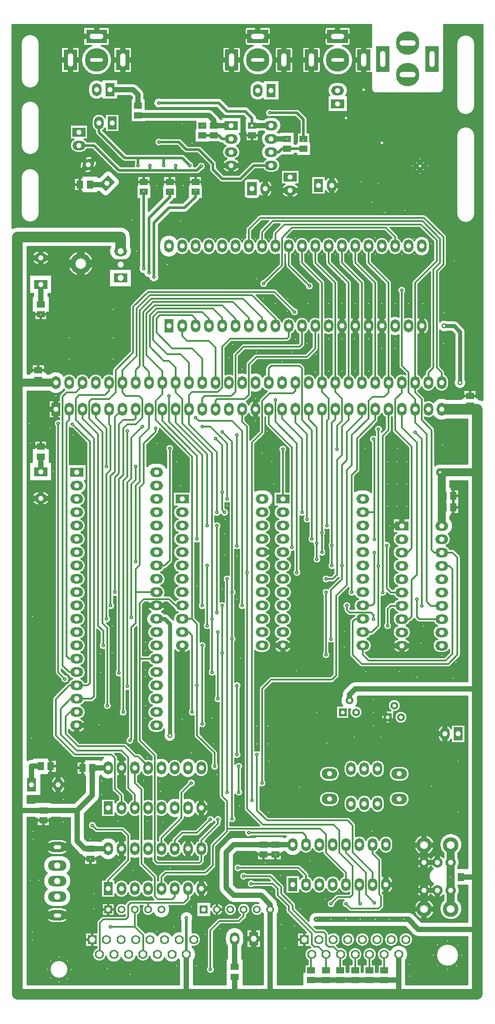
<source format=gbl>
G04 DipTrace 3.3.1.3*
G04 bottom_dendy_junior_MG-02_rev_2.2.gbl*
%MOMM*%
G04 #@! TF.FileFunction,Copper,L2,Bot*
G04 #@! TF.Part,Single*
%AMOUTLINE0*
4,1,16,
0.8839,-0.3889,
1.09697,-0.04977,
1.1418,0.34827,
1.00953,0.7263,
0.7263,1.00953,
0.34827,1.1418,
-0.04977,1.09697,
-0.3889,0.8839,
-0.8839,0.3889,
-1.09697,0.04977,
-1.1418,-0.34827,
-1.00953,-0.7263,
-0.7263,-1.00953,
-0.34827,-1.1418,
0.04977,-1.09697,
0.3889,-0.8839,
0.8839,-0.3889,
0*%
%AMOUTLINE3*
4,1,4,
-0.2475,-1.52027,
-1.52027,-0.2475,
0.2475,1.52027,
1.52027,0.2475,
-0.2475,-1.52027,
0*%
%AMOUTLINE6*
4,1,4,
0.9,-1.25,
-0.9,-1.25,
-0.9,1.25,
0.9,1.25,
0.9,-1.25,
0*%
%AMOUTLINE9*
4,1,16,
0.9,0.35,
0.81087,0.7405,
0.56113,1.05363,
0.20027,1.22743,
-0.20027,1.22743,
-0.56113,1.05363,
-0.81087,0.7405,
-0.9,0.35,
-0.9,-0.35,
-0.81087,-0.7405,
-0.56113,-1.05363,
-0.20027,-1.22743,
0.20027,-1.22743,
0.56113,-1.05363,
0.81087,-0.7405,
0.9,-0.35,
0.9,0.35,
0*%
%AMOUTLINE12*
4,1,4,
2.0,-1.3,
-2.0,-1.3,
-2.0,1.3,
2.0,1.3,
2.0,-1.3,
0*%
%AMOUTLINE15*
4,1,4,
1.3,2.0,
1.3,-2.0,
-1.3,-2.0,
-1.3,2.0,
1.3,2.0,
0*%
%ADD14C,0.3*%
%ADD15C,1.5*%
%ADD16C,0.5*%
%ADD17C,1.0*%
%ADD19C,2.0*%
%ADD44C,4.0*%
%ADD56C,0.7*%
%ADD57C,1.16833*%
%ADD58C,0.9*%
%ADD59C,1.15*%
%ADD60C,3.2*%
%ADD61C,0.8*%
%ADD62C,1.25*%
%ADD63C,1.2*%
G04 #@! TA.AperFunction,Conductor*
%ADD18C,0.75*%
%ADD23R,1.3X1.5*%
G04 #@! TA.AperFunction,ComponentPad*
%ADD26R,1.8X2.5*%
%ADD27O,1.8X2.5*%
%ADD28R,2.5X1.8*%
%ADD29O,2.5X1.8*%
%ADD30R,1.5X1.3*%
G04 #@! TA.AperFunction,ComponentPad*
%ADD31R,1.778X1.778*%
%ADD32C,1.778*%
%ADD33R,1.5X1.5*%
%ADD34C,1.5*%
%ADD36R,4.0X2.6*%
%ADD37R,2.6X4.0*%
%ADD38C,4.5*%
%ADD39R,2.5X5.0*%
%ADD40C,6.0*%
%ADD41O,5.5X12.0*%
%ADD42C,7.0*%
%ADD43O,5.5X17.0*%
%ADD45O,5.5X20.0*%
%ADD46O,3.5X2.0*%
%ADD47O,3.0X2.0*%
%ADD48C,2.0*%
%ADD49C,3.0*%
%ADD131OUTLINE0*%
%ADD134OUTLINE3*%
%ADD137OUTLINE6*%
%ADD140OUTLINE9*%
%ADD143OUTLINE12*%
%ADD146OUTLINE15*%
%FSLAX35Y35*%
G04*
G71*
G90*
G75*
G01*
G04 Bottom*
%LPD*%
X5159687Y5000920D2*
D14*
Y9065507D1*
X2063737Y7160147D2*
X1936723Y7287160D1*
Y12034283D1*
X6842320Y13891853D2*
Y13462890D1*
X6683847Y13304417D1*
X5715370D1*
X5572480Y13161527D1*
Y12574090D1*
X5493097Y12494707D1*
X4969167D1*
X4937413Y12462953D1*
Y12304507D1*
X4937093Y12304187D1*
X5064427Y10716520D2*
Y11621490D1*
X4937093Y11748823D1*
X5064427Y10716520D2*
Y10383110D1*
X5112030Y10335507D1*
X6588320Y13891853D2*
Y13542300D1*
X6540957Y13494937D1*
X5477220D1*
X5318453Y13336170D1*
Y12637597D1*
X5239070Y12558213D1*
X4731017D1*
X4683093Y12510290D1*
Y12304187D1*
Y11970777D2*
X4842153D1*
X5159687Y11653243D1*
Y10589507D1*
X6334320Y13891853D2*
Y13685217D1*
X6302807Y13653703D1*
X5223193D1*
X5064427Y13494937D1*
Y12716980D1*
X4985043Y12637597D1*
X4492867D1*
X4429093Y12573823D1*
Y12304190D1*
X4429097Y12304187D1*
Y12018670D1*
X4969167Y11478600D1*
Y10335507D1*
X4175093Y12304187D2*
Y12050400D1*
X4778647Y11446847D1*
Y10081507D1*
X3921093Y12304187D2*
Y12082127D1*
X4588127Y11415093D1*
Y9827507D1*
X3413253Y9398757D2*
Y10843533D1*
X3492637Y10922917D1*
Y11764380D1*
X3667093Y11938837D1*
Y12304183D1*
X3667097Y12304187D1*
X3016337Y8811560D2*
Y11002300D1*
X3095720Y11081683D1*
Y12018407D1*
X3175103Y12097790D1*
X3381500D1*
X3413253Y12129543D1*
Y12304027D1*
X3413093Y12304187D1*
X2936953Y8557560D2*
Y11034053D1*
X3016337Y11113437D1*
Y12161430D1*
X3159093Y12304187D1*
X2857570Y8303560D2*
Y11065807D1*
X2936953Y11145190D1*
Y11986653D1*
X2905097Y12018510D1*
Y12304187D1*
X3333870Y8335020D2*
Y10875287D1*
X3413253Y10954670D1*
Y11208697D1*
X2857570D2*
Y11939023D1*
X2651093Y12145500D1*
Y12304187D1*
X4969167Y8430280D2*
Y10081507D1*
X2794063Y7795560D2*
Y8080993D1*
X2698803Y8176253D1*
Y11827887D1*
X2397093Y12129597D1*
Y12304187D1*
X4778647Y8176253D2*
Y9319507D1*
X2286010Y7541560D2*
X2142747D1*
X2095490Y7588817D1*
Y12050160D1*
X2143137Y12097807D1*
Y12304173D1*
X2286010Y7287560D2*
X2142720D1*
X2016107Y7414173D1*
Y12542337D1*
X2095490Y12621720D1*
X2270133D1*
X2397093Y12748680D1*
Y12812187D1*
X2286010Y7033563D2*
X2143550D1*
X1889093Y6779107D1*
Y6080533D1*
X2254257Y5715370D1*
X2952830D1*
X3016337Y5651863D1*
Y5064427D1*
X3143377Y4937387D1*
Y4699397D1*
X2286010Y7033563D2*
X2492837D1*
X2540037Y7080763D1*
Y11684997D1*
X2206627Y12018407D1*
X2286010Y6779560D2*
X2175327D1*
X1984353Y6588587D1*
Y6096410D1*
X2286010Y5794753D1*
X3143350D1*
X3270363Y5667740D1*
Y5080303D1*
X3397377Y4953290D1*
Y4699397D1*
X2286010Y6779560D2*
X2572243D1*
X2619420Y6826737D1*
Y11748503D1*
X2270133Y12097790D1*
Y12510583D1*
X2333640Y12574090D1*
X2825817D1*
X2905200Y12653473D1*
Y12812083D1*
X2905097Y12812187D1*
X2286010Y6525560D2*
X2159477D1*
X2079613Y6445697D1*
Y6112287D1*
X2317763Y5874137D1*
X3206857D1*
X3397377Y5683617D1*
X3460883D1*
X3651377Y5493123D1*
Y5461397D1*
X4683387Y17527610D2*
D16*
X4905140D1*
X4905660Y17528130D1*
X5000400D1*
X5064427Y17464103D1*
X5239043D1*
X5239070Y17464130D1*
X6001070Y17210130D2*
X6144093D1*
X6208067Y17274103D1*
X6302807D1*
X6619820D1*
X6620340Y17273583D1*
X6001070Y17464130D2*
D17*
X6302807Y17464103D1*
X4683387Y17717610D2*
D16*
Y17718130D1*
X6620340Y17463583D2*
Y17829267D1*
X6493327Y17956280D1*
X5969397D1*
X6620340Y17432350D2*
Y17463583D1*
X4667770Y16940433D2*
X4588127Y16860790D1*
X4175333D1*
Y16955790D1*
Y16860790D2*
X3683157D1*
Y16956050D1*
Y16860790D2*
X3095720D1*
X2619397Y17337113D1*
X2333640D1*
X3461143Y16955790D2*
Y17098940D1*
X3206857D1*
X2714703Y17591093D1*
Y17765760D1*
X4445497Y16955790D2*
X4302347Y17098940D1*
X3953060D1*
X3461143D1*
X3953060Y16956050D2*
Y17098940D1*
X6001070Y16956130D2*
X5667820D1*
X5413713Y16702023D1*
X5064427D1*
X4889783Y16876667D1*
Y16987803D1*
X4619880Y17257707D1*
X4381730D1*
X4238840Y17400597D1*
X3857800D1*
X5239070Y17718130D2*
D17*
X5064427D1*
X4905660D1*
X3460883Y17909170D2*
X4809880D1*
X4905660Y17813390D1*
Y17718130D1*
X2921077Y18400827D2*
X3365623D1*
X3460883Y18305567D1*
Y18099170D1*
X5636073Y17717523D2*
D16*
X5635987Y17717610D1*
D17*
X6001070Y17718130D1*
X5635987Y17717610D2*
D16*
Y17861020D1*
X5508973Y17988033D1*
X5159687D1*
X5000920Y18146800D1*
X3857800D1*
X3810010Y8303560D2*
D18*
X3968643D1*
X4064197Y8208007D1*
Y6080533D1*
X5254947Y4492867D2*
D14*
Y7923907D1*
Y8811507D1*
Y11684997D1*
X5064427Y11875517D1*
X4302320Y13891853D2*
Y13701360D1*
X4397607Y13606073D1*
X4810400D1*
X4937093Y13479380D1*
Y12812187D1*
X4556320Y13891853D2*
Y14034797D1*
X4492867Y14098250D1*
X3873677D1*
X3810170Y14034743D1*
Y13764840D1*
X4111827Y13463183D1*
X4492867D1*
X4683093Y13272957D1*
Y12812187D1*
X5064427Y7652323D2*
Y8557507D1*
X4556373Y12145420D2*
X4619880Y12081913D1*
X5254947D1*
X5445467Y11891393D1*
Y8557507D1*
X5064427Y7652323D2*
Y4921537D1*
X5159687Y4826277D1*
Y4302347D1*
X6937873D1*
X7049010Y4191210D1*
Y3841923D1*
X7429943Y3460990D1*
Y3238610D1*
X5159687Y4302347D2*
Y4254717D1*
X4889783Y3984813D1*
Y3603773D1*
X4746893Y3460883D1*
X3984813D1*
X3905377Y3381447D1*
Y3159360D1*
X4667377Y3921360D2*
Y4079940D1*
X4985043Y4397607D1*
Y4476990D1*
X4667377Y3921360D2*
Y3683023D1*
X4635757Y3651403D1*
X3826047D1*
X3778417Y3699033D1*
Y5699493D1*
X3492637Y5985273D1*
Y7541560D1*
Y8604923D1*
X3572020Y8684307D1*
X4048320D1*
X4175120Y8557507D1*
X4302347D1*
X4810320Y13891853D2*
Y14034823D1*
X4683387Y14161757D1*
X3841923D1*
X3746663Y14066497D1*
Y13621950D1*
X4016567Y13352047D1*
X4270593D1*
X4429093Y13193547D1*
Y12812190D1*
X4429097Y12812187D1*
X3810010Y7541560D2*
X3492637D1*
X4683387Y8557507D2*
Y11430970D1*
X4048320Y12066037D1*
Y12558213D1*
X7937943Y3238610D2*
Y3476920D1*
X7557063Y3857800D1*
Y4365853D1*
X7461803Y4461113D1*
X5921767D1*
X5731247Y4651633D1*
Y5715370D1*
X5350207D2*
Y7033133D1*
X4873907Y7287160D2*
Y8300233D1*
Y11462723D1*
X4302347Y12034283D1*
Y12494707D1*
X4175093Y12621960D1*
Y12812187D1*
X5064320Y13891853D2*
Y14050727D1*
X4889783Y14225263D1*
X3810170D1*
X3683157Y14098250D1*
Y13494937D1*
X3953060Y13225033D1*
X4048320D1*
X4175093Y13098260D1*
Y12812187D1*
X5318320Y13891853D2*
Y14034877D1*
X5064427Y14288770D1*
X3778417D1*
X3619650Y14130003D1*
Y13336170D1*
X3921093Y13034727D1*
Y12812187D1*
Y12589753D1*
X3794293Y12462953D1*
Y12097790D1*
X4492867Y11399217D1*
Y8303507D1*
X4302347D1*
X4492627D2*
X4588127Y8208007D1*
Y7033563D1*
Y6080533D1*
X4921537Y5747123D1*
Y5493097D1*
X5381960D2*
Y5000920D1*
X3254487Y7017257D2*
Y10907040D1*
X3333870Y10986423D1*
Y11764380D1*
X3540267Y11970777D1*
X5572320Y13891853D2*
Y14050780D1*
X5270823Y14352277D1*
X3746663D1*
X3556143Y14161757D1*
Y13129773D1*
X3667093Y13018823D1*
Y12812190D1*
X3667097Y12812187D1*
X4985043Y6779560D2*
Y8049507D1*
X3175103Y6525560D2*
Y10938793D1*
X3254487Y11018177D1*
Y11891393D1*
X5826320Y13891853D2*
Y14050807D1*
X5461343Y14415783D1*
X3714910D1*
X3492637Y14193510D1*
Y13129773D1*
X3413093Y13050230D1*
Y12812187D1*
X4492867Y6525560D2*
Y7985733D1*
X4429093Y8049507D1*
X4302347D1*
X6080320Y13891853D2*
Y14034957D1*
X5635987Y14479290D1*
X3683157D1*
X3429130Y14225263D1*
Y13320293D1*
X3159093Y13050257D1*
Y12812187D1*
X3095720Y7271283D2*
Y10970547D1*
X3175103Y11049930D1*
Y11939023D1*
X3254487Y12018407D1*
X3413253D1*
X3540267Y12145420D1*
Y12494707D1*
X3476760Y12558213D1*
X3222733D1*
X3159093Y12621853D1*
Y12812187D1*
X4683387Y6302807D2*
Y7795507D1*
X1603340Y11113410D2*
D17*
Y11399190D1*
X1603313Y11399217D1*
Y14685740D2*
Y14304647D1*
Y5493097D2*
X1428723D1*
Y5143810D1*
X4064197Y16448517D2*
D16*
Y16479750D1*
X3667280Y14907960D2*
Y15955820D1*
X4064197Y16352737D1*
Y16448517D1*
X9477620Y10653013D2*
Y10430740D1*
X9477880Y10430480D1*
X5858260Y3810690D2*
X6080533D1*
X9176457Y3659313D2*
D17*
X8922457D1*
Y3124913D2*
X9176457D1*
X8922457Y3992613D2*
D15*
Y3124913D1*
Y2770213D2*
Y3124913D1*
X7144270Y2873447D2*
D14*
X7271283Y3000460D1*
X7509433D1*
X7557063Y3048090D1*
Y3587897D1*
X7303037Y3841923D1*
Y4270593D1*
X7191900Y4381730D1*
X5842383D1*
X5540727Y4683387D1*
Y9192360D1*
Y11970777D1*
X5445093Y12066410D1*
Y12304183D1*
X5445097Y12304187D1*
X8160377Y1602793D2*
Y1902213D1*
X8157587Y1905003D1*
X3651323Y2762310D2*
Y2889323D1*
X3317993D1*
X3270363Y2841693D1*
Y2619420D1*
X3222733Y2571790D1*
X2794063D1*
X2730557Y2508283D1*
Y1912430D1*
X2723130Y1905003D1*
X3651323Y2889323D2*
X4334100D1*
X4413483Y2968707D1*
Y3159253D1*
X4413377Y3159360D1*
X7874597Y1602793D2*
Y1898913D1*
X7880687Y1905003D1*
X6763230Y1603313D2*
Y1894943D1*
X6773290Y1905003D1*
X7429943Y4000610D2*
Y3842030D1*
X7811090Y3460883D1*
Y3048090D1*
X7969857Y2889323D1*
X7683943Y3238610D2*
Y2889457D1*
X7699953Y2873447D1*
X7937943Y4000610D2*
Y3826207D1*
X8065117Y3699033D1*
Y3048090D1*
X8096870Y3016337D1*
Y2825817D1*
X8049240Y2778187D1*
X7525310D1*
X7430050Y2873447D1*
X2587667Y4365853D2*
X2667050Y4286470D1*
X3159227D1*
X3270363Y4175333D1*
Y3699033D1*
X2889377Y3318047D1*
Y3159360D1*
X6667943Y4000610D2*
Y4159483D1*
X6604463Y4222963D1*
X5572480D1*
X3302117Y5985273D2*
X3333870Y6017027D1*
Y8144500D1*
X3413253Y8223883D1*
Y8811560D1*
Y9255867D1*
X3492637Y9335250D1*
Y10811780D1*
X3572020Y10891163D1*
Y11653243D1*
X3794293Y11875517D1*
Y11939023D1*
X3397377Y5461397D2*
Y5175563D1*
X3524390Y5048550D1*
Y3635527D1*
X3778417Y3381500D1*
Y3016337D1*
X3841923Y2952830D1*
X4111827D1*
X4159457Y3000460D1*
Y3159280D1*
X4159377Y3159360D1*
X3810010Y8811560D2*
X3413253D1*
X5366083Y3556143D2*
X6525080D1*
X6667943Y3413280D1*
Y3238610D1*
X4064197Y11557983D2*
Y9414633D1*
X3969123Y9319560D1*
X3810010D1*
X4159377Y3921360D2*
Y4079993D1*
X4302347Y4222963D1*
X4588127D1*
X4842153Y4476990D1*
X5635987Y4842153D2*
Y11669120D1*
X5826507Y11859640D1*
Y12462953D1*
X5969397Y12605843D1*
X6413943D1*
X6461093Y12652993D1*
Y12812187D1*
X2936953Y2428900D2*
X3397377D1*
X3556143Y2270133D1*
Y1907520D1*
X3553627Y1905003D1*
X7604693Y1602793D2*
X7603787Y1905003D1*
X3397323Y2762310D2*
X3397377Y2428900D1*
X5477140Y2762310D2*
Y2635217D1*
X5381960Y2540037D1*
X5016797D1*
X4842153Y2365393D1*
Y1619190D1*
X5477220Y3397377D2*
X5985273D1*
X6191670Y3190980D1*
Y3063967D1*
X6413943Y2841693D1*
Y2762310D1*
X6842613Y2333640D1*
X7001380D1*
X7049010Y2286010D1*
Y2095490D1*
X7096640Y2047860D1*
X7191900D1*
X7318913Y1920847D1*
Y1913080D1*
X7326990Y1905003D1*
X7318913Y1602793D2*
Y1896927D1*
X7326990Y1905003D1*
X5620110Y3254487D2*
X6032903D1*
X6128163Y3159227D1*
Y3032213D1*
X6334560Y2825817D1*
Y2746433D1*
X6779107Y2301887D1*
Y2095490D1*
X6826737Y2047860D1*
X6907233D1*
X7050090Y1905003D1*
X7049010Y1602793D2*
X7050090Y1905003D1*
X7985093Y12304187D2*
Y12097150D1*
X7636447Y11748503D1*
Y11145190D1*
X7541187Y11049930D1*
Y8811507D1*
X7049010D2*
Y7620570D1*
X7731097Y12304187D2*
Y12160687D1*
X7445927Y11875517D1*
Y11335710D1*
X7350667Y11240450D1*
Y9319560D1*
Y9065347D1*
X7144270Y8858950D1*
Y7922227D1*
X7477097Y12304187D2*
Y12097207D1*
X7350667Y11970777D1*
Y11430970D1*
X7255407Y11335710D1*
Y9144730D1*
X7176183Y9065507D1*
X7049010D1*
X7223093Y12304187D2*
Y12113107D1*
X7160147Y12050160D1*
Y9706300D1*
Y9319507D1*
X8208007Y9706300D2*
Y8890703D1*
X8287260Y8811450D1*
X8493787D1*
X6969097Y12304187D2*
Y9954440D1*
Y9573507D1*
X6715097Y12304187D2*
Y12114170D1*
X6874367Y11954900D1*
Y9748043D1*
Y9446387D2*
Y9748043D1*
X6461093Y12304187D2*
Y12050640D1*
X6683847Y11827887D1*
Y10208467D1*
X7969857Y9827453D2*
Y10335507D1*
Y11716750D1*
X7953980Y11732627D1*
X7747423Y10335507D2*
X7969857D1*
X6588320Y15415853D2*
Y15098747D1*
X6969097Y14717970D1*
Y12812187D1*
X7064887Y10081507D2*
Y12081913D1*
X7096640Y12113667D1*
Y12510583D1*
X6969097Y12638127D1*
Y12812187D1*
X6842320Y15415853D2*
Y15098773D1*
X7223093Y14718000D1*
Y12812187D1*
X6223423Y10589507D2*
Y11542107D1*
X7255407D2*
Y11986653D1*
X7350667Y12081913D1*
Y12510583D1*
X7223093Y12638157D1*
Y12812187D1*
X7096320Y15415853D2*
Y15098800D1*
X7477093Y14718027D1*
Y12812190D1*
X7477097Y12812187D1*
X7350320Y15415853D2*
Y15098827D1*
X7731093Y14718053D1*
Y12812190D1*
X7731097Y12812187D1*
X7604320Y15415853D2*
Y15098853D1*
X7985093Y14718080D1*
Y12812187D1*
X7858320Y15415853D2*
Y15098880D1*
X8239093Y14718107D1*
Y12812187D1*
X3905377Y3921360D2*
Y4127650D1*
X4286470Y4508743D1*
Y4985043D1*
X4476990Y5175563D1*
X5826507D2*
Y6969627D1*
X6001150Y7144270D1*
X7160147D1*
X7239530Y7223653D1*
Y8747813D1*
X7445927Y8954210D1*
Y11145190D1*
X7541187Y11240450D1*
Y11812010D1*
X7858720Y12129543D1*
Y12462953D1*
X7938103Y12542337D1*
X8160377D1*
X8239093Y12621053D1*
Y12812187D1*
X9255787Y8303450D2*
X8827013D1*
X8779567Y8350897D1*
Y8684307D1*
X8128623Y8811320D2*
Y11796133D1*
X8239093Y11906603D1*
Y12304187D1*
X8493787Y8303450D2*
X8636860D1*
X8684307Y8350897D1*
Y9049470D1*
X8779567Y9144730D1*
Y11669120D1*
X8493097Y11955590D1*
Y12304187D1*
X7953980Y8303450D2*
Y8382650D1*
X7906350Y8430280D1*
X7493557D1*
X7445927Y8477910D1*
Y8557507D1*
X8493787Y14574550D2*
Y13129773D1*
X8620800Y13002760D1*
Y12621720D1*
X8747813Y12494707D1*
Y12304907D1*
X8747093Y12304187D1*
Y12050880D1*
X8970087Y11827887D1*
Y8636677D1*
X9049310Y8557453D1*
X9255787D1*
X8874827D2*
Y11732627D1*
X8747813Y11859640D1*
X8493787Y8557453D2*
X8287550D1*
X8223883Y8493787D1*
Y8176253D1*
X5572320Y15415853D2*
Y15733387D1*
X5794753Y15955820D1*
X8922457D1*
X9287620Y15590657D1*
Y15066727D1*
X9160607Y14939713D1*
Y13098020D1*
X9255093Y13003533D1*
Y12812190D1*
X9255097Y12812187D1*
X7747423Y7795507D2*
Y7620730D1*
X7858720Y7509433D1*
X9335250D1*
X9462263Y7636447D1*
Y9255867D1*
X9398757Y9319373D1*
X9255867D1*
X9255787Y9319453D1*
X8049240D2*
Y11923147D1*
X5826320Y15415853D2*
Y15685730D1*
X6032903Y15892313D1*
X8890703D1*
X9224113Y15558903D1*
Y15098480D1*
X9097100Y14971467D1*
Y13098020D1*
X9001093Y13002013D1*
Y12812187D1*
X8049240Y9319453D2*
Y8176253D1*
X7922493Y8049507D1*
X7747423D1*
X9255787Y9573450D2*
X9112927D1*
X9065347Y9621030D1*
Y11907270D1*
X8874827Y12097790D1*
Y12494707D1*
X8747093Y12622440D1*
Y12812187D1*
X6080320Y15415853D2*
Y15653950D1*
X6255177Y15828807D1*
X8858950D1*
X9160607Y15527150D1*
Y15130233D1*
X8747093Y14716720D1*
Y12812187D1*
X9255787Y9573450D2*
X9462213D1*
X9557523Y9478140D1*
Y7620570D1*
X9382880Y7445927D1*
X7731707D1*
X7557063Y7620570D1*
Y8255637D1*
X7604693Y8303267D1*
X7747183D1*
X7747423Y8303507D1*
X8493787Y9573453D2*
X8604977D1*
X8684307Y9652783D1*
Y11589737D1*
X8366773Y11907270D1*
Y12494707D1*
X8493097Y12621030D1*
Y12812187D1*
X6334320Y15415853D2*
Y15051090D1*
X6731477Y14653933D1*
X7969857Y9573453D2*
Y8604923D1*
X7922440Y8557507D1*
X7747423D1*
X5302837Y1666560D2*
D17*
Y2206367D1*
X5302577Y2206627D1*
X8366320Y15415853D2*
D14*
Y15591110D1*
X8192130Y15765300D1*
X6398067D1*
X6207547Y15574780D1*
Y15050850D1*
X5858260Y14701563D1*
X5953097Y12812187D2*
Y13081720D1*
X6001150Y13129773D1*
X6540957D1*
X6588587Y13082143D1*
Y12097790D1*
X6779107Y11907270D1*
Y9827507D1*
X9303497Y13891853D2*
D18*
X9494017D1*
X9605153Y13780717D1*
Y12812240D1*
X6445697Y14161757D2*
D14*
X6064657Y14542797D1*
X3651403D1*
X3365623Y14257017D1*
Y13383800D1*
X3032213Y13050390D1*
Y12621720D1*
X2905200Y12494707D1*
X2571790D1*
X2524160Y12447077D1*
Y12129543D1*
X2778187Y11875517D1*
Y8223883D1*
X2873447Y8128623D1*
Y6652093D1*
X5953097Y12304187D2*
Y12018830D1*
X6398067Y11573860D1*
Y9668660D1*
X5350207Y9700413D2*
Y11812010D1*
X9431030Y3381500D2*
D16*
D3*
X9430457Y3659313D2*
D15*
Y3387577D1*
Y3124913D1*
Y2770213D2*
Y3124913D1*
X9431030Y3381500D2*
D16*
X9430457Y3387577D1*
Y3992613D2*
D15*
Y3659313D1*
X4556373Y16448517D2*
D16*
Y16479750D1*
X3762540Y14828577D2*
Y15860560D1*
X4048320Y16146340D1*
X4349977D1*
X4556373Y16352737D1*
Y16448517D1*
X3572020Y16449037D2*
Y16463873D1*
Y14987343D2*
Y16449037D1*
X6207097Y12304187D2*
D14*
Y12129993D1*
X6588587Y11748503D1*
Y10335560D1*
X2867493Y16612713D2*
D17*
X2889320Y16590887D1*
X2540037D1*
X2889377Y5461397D2*
Y5461343D1*
X2587667D1*
X9255097Y12304187D2*
D19*
X9795673D1*
X9938563D1*
Y11097560D1*
Y6969627D1*
Y3381500D1*
Y2381270D1*
Y1142890D1*
X8434390D1*
X5985140D1*
X5302837D1*
X4874007D1*
X1158767D1*
Y4651633D1*
Y12812187D1*
Y15590657D1*
X3127473D1*
Y15320700D1*
X2587667Y5461343D2*
D17*
Y4937413D1*
X2301887Y4651633D1*
X1653797D1*
X1158767D1*
X2889377Y3921360D2*
X2555967D1*
X2555913Y3921307D1*
X4384230Y1905003D2*
Y1127013D1*
X4874007D1*
Y1142890D1*
X6413943Y4000610D2*
X6080613D1*
X6080533Y4000690D1*
X8434390Y1905003D2*
Y1412793D1*
X8160377D1*
X7874597D1*
X7604693D1*
X7318913D1*
X7049010D1*
X6763750D1*
X6763230Y1413313D1*
X7493543Y6747280D2*
Y6858477D1*
X7604693Y6969627D1*
X9938563D1*
Y2381270D2*
X8811320D1*
X8620800Y2571790D1*
X8525540D1*
X8255637D1*
X7985733D1*
X7699953D1*
X7430050D1*
X7144270D1*
X6858490D1*
X5985140Y2762310D2*
Y2857703D1*
X5810630Y3032213D1*
X5286700D1*
X5143810Y3175103D1*
Y3857800D1*
X5286700Y4000690D1*
X5858487D1*
X6080533D1*
X5985140Y2762310D2*
Y1142890D1*
X4384230Y1905003D2*
D16*
Y2601043D1*
X2555913Y3921307D2*
D17*
X2444777D1*
X2301887Y4064197D1*
Y4651633D1*
X5302837Y1476560D2*
Y1142890D1*
X9224113Y11097560D2*
D15*
X9938563D1*
X9224113D2*
X9255787D1*
Y10633753D1*
Y10584243D1*
Y10430480D1*
Y10081450D1*
X1889093Y12812187D2*
X1555683D1*
X1158767D1*
X8434390Y1412793D2*
D17*
Y1142890D1*
X1555683Y12860390D2*
Y12812187D1*
X9287880Y10430480D2*
Y10601660D1*
X9255787Y10633753D1*
X1650943Y4651633D2*
X1653797D1*
X5858260Y4000690D2*
X5858487D1*
X9287880Y10430480D2*
X9255787D1*
X9287620Y10653013D2*
Y10616077D1*
X9255787Y10584243D1*
X9795673Y12367693D2*
Y12304187D1*
X9621030Y3381500D2*
X9938563D1*
X6493327Y9192360D2*
D14*
Y11653243D1*
X6080533Y12066037D1*
Y12478830D1*
D56*
X5159687Y5000920D3*
Y9065507D3*
X2063737Y7160147D3*
X1936723Y12034283D3*
X5064427Y10716520D3*
X4937093Y11748823D3*
X5112030Y10335507D3*
X5064427Y10716520D3*
X4683093Y11970777D3*
X5159687Y10589507D3*
X4969167Y10335507D3*
X4778647Y10081507D3*
X4588127Y9827507D3*
X3413253Y9398757D3*
X3016337Y8811560D3*
X2936953Y8557560D3*
X2857570Y8303560D3*
X3333870Y8335020D3*
X3413253Y11208697D3*
X2857570D3*
X4969167Y8430280D3*
Y10081507D3*
X2794063Y7795560D3*
X4778647Y8176253D3*
Y9319507D3*
X2206627Y12018407D3*
X6302807Y17464103D3*
D3*
X4683387Y17718130D3*
X5969397Y17956280D3*
X6620340Y17432350D3*
X4667770Y16940433D3*
X4175333Y16955790D3*
X3683157Y16956050D3*
X3461143Y16955790D3*
X4445497D3*
X3953060Y16956050D3*
X3857800Y17400597D3*
D17*
X5636073Y17717523D3*
D56*
X3857800Y18146800D3*
D17*
X4064197Y6080533D3*
D56*
X5254947Y4492867D3*
X5064427Y11875517D3*
X5254947Y7923907D3*
Y8811507D3*
X5064427Y7652323D3*
Y8557507D3*
X4556373Y12145420D3*
X5445467Y8557507D3*
X5064427Y7652323D3*
X4985043Y4476990D3*
X4683387Y8557507D3*
X4048320Y12558213D3*
X5731247Y5715370D3*
X5350207D3*
Y7033133D3*
X4873907Y7287160D3*
Y8300233D3*
X4921537Y5493097D3*
X5381960D3*
Y5000920D3*
X4588127Y7033563D3*
X3254487Y7017257D3*
X3540267Y11970777D3*
X4985043Y6779560D3*
Y8049507D3*
X3175103Y6525560D3*
X3254487Y11891393D3*
X4492867Y6525560D3*
X3095720Y7271283D3*
X4683387Y6302807D3*
Y7795507D3*
X4064197Y16479750D3*
X3667280Y14907960D3*
X7144270Y2873447D3*
X5540727Y9192360D3*
X7969857Y2889323D3*
X7699953Y2873447D3*
X7430050D3*
X2587667Y4365853D3*
X5572480Y4222963D3*
X3302117Y5985273D3*
X3794293Y11939023D3*
X5366083Y3556143D3*
X4064197Y11557983D3*
X4842153Y4476990D3*
X5635987Y4842153D3*
X2936953Y2428900D3*
X4842153Y1619190D3*
X5477220Y3397377D3*
X5620110Y3254487D3*
X7541187Y8811507D3*
X7049010Y7620570D3*
Y8811507D3*
X7350667Y9319560D3*
X7144270Y7922227D3*
X7049010Y9065507D3*
X7160147Y9319507D3*
X8208007Y9706300D3*
X7160147D3*
X6969097Y9573507D3*
Y9954440D3*
X6874367Y9748043D3*
Y9446387D3*
X6683847Y10208467D3*
D3*
X7969857Y9827453D3*
X7953980Y11732627D3*
X7064887Y10081507D3*
X6223423Y11542107D3*
X7255407D3*
X4476990Y5175563D3*
X5826507D3*
X8779567Y8684307D3*
X8128623Y8811320D3*
X7953980Y8303450D3*
X7445927Y8557507D3*
X8493787Y14574550D3*
X8874827Y8557453D3*
X8747813Y11859640D3*
X8223883Y8176253D3*
X8049240Y9319453D3*
Y11923147D3*
Y9319453D3*
X6731477Y14653933D3*
X7969857Y9573453D3*
X5858260Y14701563D3*
X6779107Y9827507D3*
D17*
X9303497Y13891853D3*
X9605153Y12812240D3*
D56*
X6445697Y14161757D3*
X2873447Y6652093D3*
X6398067Y9668660D3*
X5350207Y9700413D3*
Y11812010D3*
X9431030Y3381500D3*
X4556373Y16479750D3*
X3762540Y14828577D3*
X3572020Y16463873D3*
Y14987343D3*
X6588587Y10335560D3*
X6858490Y2571790D3*
X7144270D3*
X7430050D3*
X7699953D3*
X7985733D3*
X8255637D3*
X8525540D3*
X4384230Y2601043D3*
X6493327Y9192360D3*
X6080533Y12478830D3*
X3365623Y3508513D3*
X4016567Y15066727D3*
X6969627Y15257247D3*
X7223653D3*
X7477680D3*
X7731707D3*
X8493787D3*
D17*
X8843073Y16940173D3*
D56*
X2984583Y14209387D3*
X4318223Y16575010D3*
X1603313Y14114127D3*
X3429130Y15320753D3*
X7953980Y6525080D3*
X2444777Y8176253D3*
X5699493Y15558903D3*
X9494017Y15130233D3*
X8731937Y15257247D3*
X9478140Y7176023D3*
X7588817Y13653703D3*
X9065347Y5112057D3*
X9573400Y5588357D3*
X5953520Y15558903D3*
X8985963Y16940173D3*
X8636677Y1492177D3*
Y1714450D3*
X6445697Y2444777D3*
X6271053Y2016107D3*
X5032673Y2397147D3*
X4746893Y2286010D3*
X4476990Y2809940D3*
X5890013Y3651403D3*
X6017027Y3111597D3*
X6556833Y2778187D3*
X1444547Y2333640D3*
Y2174873D3*
X2619420Y3063967D3*
Y2778187D3*
X1460423Y4254717D3*
Y4095950D3*
X3095720Y3699033D3*
X4064197Y3556143D3*
X8843073Y17083063D3*
X1841463Y11113437D3*
X1777957Y11939023D3*
X1381040Y12034283D3*
X8843073Y16797283D3*
X1889093Y12558213D3*
X2143120Y13669580D3*
X2984583D3*
D17*
X9224113Y11097560D3*
D56*
X8700183Y16940173D3*
X2143120Y13256787D3*
X1396917Y11653243D3*
X8049240Y16606763D3*
X7922227Y16257477D3*
X5937643Y6255177D3*
X9573400Y4619880D3*
X7350667Y13653703D3*
X5953520Y4619880D3*
X5731247Y5921767D3*
X7858720Y13653703D3*
X7588817Y6048780D3*
X5731247Y6255177D3*
X7096640Y13653703D3*
Y13034513D3*
X2714680Y6286930D3*
X5127933Y9525770D3*
X5953520Y5588357D3*
X2746433Y7287160D3*
Y7636447D3*
X5112057Y9922687D3*
X4969167Y5334330D3*
X5937643Y5921767D3*
X8096870Y6048780D3*
X9303497Y14145880D3*
X8398527Y10446617D3*
X8414403Y11557983D3*
X9271743Y11621490D3*
X5826507Y11462723D3*
X3826047Y11653243D3*
X3603773Y7334790D3*
Y7207777D3*
Y7858720D3*
Y7699953D3*
Y6652093D3*
Y6413943D3*
X5921767Y11891393D3*
X7811090Y7303037D3*
X8858950Y7842843D3*
X7398297Y8065117D3*
X6477450Y7318913D3*
X6540957Y5096180D3*
X5064427Y8874827D3*
X7953980Y6271070D3*
X5699493Y12081913D3*
X7398297Y7763460D3*
X8255637Y10081453D3*
X8779567Y7191900D3*
X8906580Y8176253D3*
X4873907Y6413943D3*
X2222503Y11812010D3*
X7096640Y14320523D3*
X7350667Y13034513D3*
X6683847Y13558443D3*
X6842613Y13018637D3*
X6461573Y13637827D3*
X6398067Y13399677D3*
X6747353Y3683157D3*
X6461573Y15574780D3*
X4302347Y6398067D3*
X4905660Y5921767D3*
X5397837Y4731017D3*
X5413713Y7557063D3*
X7985733Y15574780D3*
X6175793Y3413253D3*
X6318683Y14415783D3*
X6699723Y14320523D3*
X6461573Y15257247D3*
X7795213Y11557983D3*
X6715600Y15257247D3*
X8731937Y15558903D3*
X3079843Y4445237D3*
X3635527D3*
X2762310Y5207317D3*
Y4953290D3*
X9255867Y7604693D3*
X9525770Y7477680D3*
X2968707Y8176253D3*
Y7652323D3*
X3826047Y2349517D3*
X4143580Y2428900D3*
X2873447Y1635067D3*
X3302117Y1523930D3*
X3572020Y5223193D3*
X3873677Y5207317D3*
X4588127Y8938333D3*
X5350207Y8684307D3*
X4270593Y10843533D3*
X5159687Y10462493D3*
X6874367Y6525080D3*
X7064887Y5937643D3*
X5350207Y9509893D3*
X2555913Y4111827D3*
Y3730787D3*
X3937183Y4429360D3*
X7715830Y16638517D3*
X7922227Y4254717D3*
X7033133Y2952830D3*
X1396917Y3317993D3*
X4191210Y1682697D3*
X4572250D3*
X9065347Y15463643D3*
X3810170Y16575010D3*
X8557293Y16098710D3*
X4302347Y17749883D3*
X8176253Y16051080D3*
X9367003Y2158997D3*
X4937413Y15558903D3*
X5445467D3*
X6080533Y14320523D3*
X9367003Y1619190D3*
X5191440Y13288540D3*
X6191670Y2476530D3*
X9287620Y13558443D3*
X4191210Y11303957D3*
X7985733Y15257247D3*
X9636907Y1889093D3*
X4492867Y17384720D3*
X6017027Y11303957D3*
X8223883D3*
X4476990Y5747123D3*
X3635527Y5667740D3*
X3889553Y5016797D3*
X8398527Y10875287D3*
X5699493Y12510583D3*
X8366773Y14320523D3*
X8890703D3*
X8366773Y13653703D3*
X7858720Y13034513D3*
X9097100Y1889093D3*
X9541647Y1682697D3*
X9573400Y2079613D3*
X9176483Y1682697D3*
Y2095490D3*
X1952600Y1857340D3*
Y1381040D3*
X2190750Y1619190D3*
X1730327D3*
X2111367Y1444547D3*
Y1777957D3*
X1793833Y1460423D3*
Y1777957D3*
X7953980Y6763230D3*
X2031983Y4858030D3*
Y4429360D3*
X8906580Y16876667D3*
Y17003680D3*
X8779567Y16876667D3*
Y17003680D3*
X5270823Y13542567D3*
X5445467Y13066267D3*
X5715370Y13399677D3*
X8446157Y7303037D3*
D17*
X7763460Y18400827D3*
X8112747Y17384720D3*
X7430050Y17861020D3*
D56*
X7303037Y3095720D3*
X8620800Y14320523D3*
X8112747D3*
X7858720D3*
X7604693D3*
X7350667D3*
X8366773Y13463183D3*
X8112747D3*
X7604693Y13034513D3*
X6858490Y13352047D3*
X6207547Y13209157D3*
X6302807Y14177633D3*
X5842383Y14415783D3*
X2984583Y13256787D3*
X5731247Y14796823D3*
X4270593Y15892313D3*
X3349747Y15908190D3*
X6048780Y10875287D3*
X5127933Y10208467D3*
X8223883Y10875287D3*
X8589047D3*
X8223883Y10446617D3*
X8589047D3*
X8398527Y11303957D3*
X8589047D3*
X1428670Y6032903D3*
X1444547Y8350897D3*
X1571560Y3317993D3*
X6080533Y3810170D3*
X1068030Y19605333D2*
D14*
X7907243D1*
X9299747D2*
X10031970D1*
X1068030Y19575667D2*
X2417830D1*
X2916253D2*
X5507947D1*
X5986330D2*
X7032087D1*
X7510470D2*
X7907243D1*
X9299747D2*
X10031970D1*
X1068030Y19546000D2*
X2417830D1*
X2916253D2*
X5497927D1*
X5996350D2*
X7022070D1*
X7520490D2*
X7907243D1*
X9299747D2*
X10031970D1*
X1068030Y19516333D2*
X2417830D1*
X2916253D2*
X5497927D1*
X5996350D2*
X7022070D1*
X7520490D2*
X7907243D1*
X9299747D2*
X10031970D1*
X1068030Y19486667D2*
X2417830D1*
X2916253D2*
X5497927D1*
X5996350D2*
X7022070D1*
X7520490D2*
X7907243D1*
X9299747D2*
X10031970D1*
X1068030Y19457000D2*
X2417830D1*
X2916253D2*
X5497927D1*
X5996350D2*
X7022070D1*
X7520490D2*
X7907243D1*
X9299747D2*
X10031970D1*
X1068030Y19427333D2*
X2417830D1*
X2916253D2*
X5497927D1*
X5996350D2*
X7022070D1*
X7520490D2*
X7907243D1*
X9299747D2*
X10031970D1*
X1068030Y19397667D2*
X2417830D1*
X2916253D2*
X5497927D1*
X5996350D2*
X7022070D1*
X7520490D2*
X7907243D1*
X9299747D2*
X10031970D1*
X1068030Y19368000D2*
X2417830D1*
X2916253D2*
X5497927D1*
X5996350D2*
X7022070D1*
X7520490D2*
X7907243D1*
X9299747D2*
X10031970D1*
X1068030Y19338333D2*
X2417830D1*
X2916253D2*
X5497927D1*
X5996350D2*
X7022070D1*
X7520490D2*
X7907243D1*
X9299747D2*
X10031970D1*
X1068030Y19308667D2*
X2417830D1*
X2916253D2*
X5497927D1*
X5996350D2*
X7022070D1*
X7520490D2*
X7907243D1*
X9299747D2*
X10031970D1*
X1068030Y19279000D2*
X2417830D1*
X2916253D2*
X5498630D1*
X5995647D2*
X7022770D1*
X7519787D2*
X7907243D1*
X9299747D2*
X10031970D1*
X1068030Y19249333D2*
X2417830D1*
X2916253D2*
X5517263D1*
X5976957D2*
X7041463D1*
X7501153D2*
X7907243D1*
X9299747D2*
X10031970D1*
X1068030Y19219667D2*
X2519373D1*
X2814710D2*
X5599470D1*
X5894747D2*
X7123610D1*
X7418947D2*
X7907243D1*
X9299747D2*
X10031970D1*
X1068030Y19190000D2*
X1987870D1*
X2346253D2*
X2476893D1*
X2857247D2*
X2987830D1*
X3346270D2*
X5074120D1*
X5420140D2*
X5556930D1*
X5937287D2*
X6074080D1*
X6420157D2*
X6598260D1*
X6944337D2*
X7081073D1*
X7461487D2*
X7598280D1*
X9299747D2*
X10031970D1*
X1068030Y19160333D2*
X1987870D1*
X2346253D2*
X2446367D1*
X2887777D2*
X2987830D1*
X3346270D2*
X5067907D1*
X5426350D2*
X5526403D1*
X5967813D2*
X6067927D1*
X6426310D2*
X6592107D1*
X6950490D2*
X7050603D1*
X7492013D2*
X7592070D1*
X9299747D2*
X10031970D1*
X1068030Y19130667D2*
X1987870D1*
X2346253D2*
X2423220D1*
X2910860D2*
X2987830D1*
X3346270D2*
X5067907D1*
X5426350D2*
X5503320D1*
X5990960D2*
X6067927D1*
X6426310D2*
X6592107D1*
X6950490D2*
X7027460D1*
X7515100D2*
X7592070D1*
X9299747D2*
X10031970D1*
X1068030Y19101000D2*
X1987870D1*
X2346253D2*
X2405527D1*
X2928557D2*
X2987830D1*
X3346270D2*
X5067907D1*
X5426350D2*
X5485623D1*
X6008653D2*
X6067927D1*
X6426310D2*
X6592107D1*
X6950490D2*
X7009763D1*
X7532793D2*
X7592070D1*
X9299747D2*
X10031970D1*
X1068030Y19071333D2*
X1987870D1*
X2346253D2*
X2392223D1*
X2941917D2*
X2987830D1*
X3346270D2*
X5067907D1*
X5426350D2*
X5472263D1*
X6021957D2*
X6067927D1*
X6426310D2*
X6592107D1*
X6950490D2*
X6996463D1*
X7546153D2*
X7592070D1*
X9299747D2*
X10031970D1*
X1068030Y19041667D2*
X1987870D1*
X2346253D2*
X2382617D1*
X2951527D2*
X2987830D1*
X3346270D2*
X5067907D1*
X5426350D2*
X5462653D1*
X6031563D2*
X6067927D1*
X6426310D2*
X6592107D1*
X6950490D2*
X6986853D1*
X7555707D2*
X7592070D1*
X9299747D2*
X10031970D1*
X1068030Y19012000D2*
X1987870D1*
X2346253D2*
X2376347D1*
X2957737D2*
X2987830D1*
X3346270D2*
X5067907D1*
X5426350D2*
X5456443D1*
X6037833D2*
X6067927D1*
X6426310D2*
X6592107D1*
X6950490D2*
X6980583D1*
X7561973D2*
X7592070D1*
X9299747D2*
X10031970D1*
X1068030Y18982333D2*
X1987870D1*
X2346253D2*
X2373240D1*
X2960843D2*
X2987830D1*
X3346270D2*
X5067907D1*
X5426350D2*
X5453337D1*
X6040940D2*
X6067927D1*
X6426310D2*
X6592107D1*
X6950490D2*
X6977480D1*
X7565080D2*
X7592070D1*
X9299747D2*
X10031970D1*
X1068030Y18952667D2*
X1987870D1*
X2346253D2*
X2373180D1*
X2960900D2*
X2987830D1*
X3346270D2*
X5067907D1*
X5426350D2*
X5453280D1*
X6040997D2*
X6067927D1*
X6426310D2*
X6592107D1*
X6950490D2*
X6977420D1*
X7565140D2*
X7592070D1*
X9299747D2*
X10031970D1*
X1068030Y18923000D2*
X1987870D1*
X2346253D2*
X2376170D1*
X2957913D2*
X2987830D1*
X3346270D2*
X5067907D1*
X5426350D2*
X5456267D1*
X6038010D2*
X6067927D1*
X6426310D2*
X6592107D1*
X6950490D2*
X6980407D1*
X7562150D2*
X7592070D1*
X9299747D2*
X10031970D1*
X1068030Y18893333D2*
X1987870D1*
X2346253D2*
X2382323D1*
X2951820D2*
X2987830D1*
X3346270D2*
X5067907D1*
X5426350D2*
X5462360D1*
X6031857D2*
X6067927D1*
X6426310D2*
X6592107D1*
X6950490D2*
X6986560D1*
X7556057D2*
X7592070D1*
X9299747D2*
X10031970D1*
X1068030Y18863667D2*
X1987870D1*
X2346253D2*
X2391757D1*
X2942327D2*
X2987830D1*
X3346270D2*
X5067907D1*
X5426350D2*
X5471853D1*
X6022423D2*
X6067927D1*
X6426310D2*
X6592107D1*
X6950490D2*
X6995993D1*
X7546563D2*
X7592070D1*
X9299747D2*
X10031970D1*
X1068030Y18834000D2*
X1987870D1*
X2346253D2*
X2404940D1*
X2929143D2*
X2987830D1*
X3346270D2*
X5067907D1*
X5426350D2*
X5485037D1*
X6009180D2*
X6067927D1*
X6426310D2*
X6592107D1*
X6950490D2*
X7009177D1*
X7533380D2*
X7592070D1*
X9299747D2*
X10031970D1*
X1068030Y18804333D2*
X1987870D1*
X2346253D2*
X2422460D1*
X2911623D2*
X2987830D1*
X3346270D2*
X5067907D1*
X5426350D2*
X5502557D1*
X5991720D2*
X6067927D1*
X6426310D2*
X6592107D1*
X6950490D2*
X7026697D1*
X7515860D2*
X7592070D1*
X9299747D2*
X10031970D1*
X1068030Y18774667D2*
X1987870D1*
X2346253D2*
X2445370D1*
X2888770D2*
X2987830D1*
X3346270D2*
X5067907D1*
X5426350D2*
X5525407D1*
X5968810D2*
X6067927D1*
X6426310D2*
X6592107D1*
X6950490D2*
X7049607D1*
X7493010D2*
X7592070D1*
X9299747D2*
X10031970D1*
X1068030Y18745000D2*
X1987870D1*
X2346253D2*
X2475543D1*
X2858597D2*
X2987830D1*
X3346270D2*
X5073473D1*
X5420783D2*
X5555583D1*
X5938633D2*
X6073437D1*
X6420803D2*
X6597617D1*
X6944923D2*
X7079783D1*
X7462833D2*
X7597633D1*
X9299747D2*
X10031970D1*
X1068030Y18715333D2*
X2517440D1*
X2816643D2*
X5597537D1*
X5896740D2*
X7121677D1*
X7420880D2*
X7907243D1*
X9299747D2*
X10031970D1*
X1068030Y18685667D2*
X2588630D1*
X2745450D2*
X5668730D1*
X5825550D2*
X7192870D1*
X7349690D2*
X7907243D1*
X9299747D2*
X10031970D1*
X1068030Y18656000D2*
X7907243D1*
X9299747D2*
X10031970D1*
X1068030Y18626333D2*
X7907243D1*
X9299747D2*
X10031970D1*
X1068030Y18596667D2*
X7907243D1*
X9299747D2*
X10031970D1*
X1068030Y18567000D2*
X2579257D1*
X3080257D2*
X5691463D1*
X5802813D2*
X5841930D1*
X6160353D2*
X7907243D1*
X9299747D2*
X10031970D1*
X1068030Y18537333D2*
X2545330D1*
X3080257D2*
X5641073D1*
X6160353D2*
X7199020D1*
X7343537D2*
X7907243D1*
X9299747D2*
X10031970D1*
X1068030Y18507667D2*
X2525350D1*
X3414300D2*
X5614880D1*
X6160353D2*
X7136677D1*
X7405940D2*
X7907243D1*
X9299747D2*
X10031970D1*
X1068030Y18478000D2*
X2513690D1*
X3455783D2*
X5599120D1*
X6160353D2*
X7107850D1*
X7434767D2*
X7907243D1*
X9299747D2*
X10031970D1*
X1068030Y18448333D2*
X2508357D1*
X3485430D2*
X5590563D1*
X6160353D2*
X7090563D1*
X7452053D2*
X7907243D1*
X9299747D2*
X10031970D1*
X1068030Y18418667D2*
X2507890D1*
X3515140D2*
X5587927D1*
X6160353D2*
X7080780D1*
X7461780D2*
X7907360D1*
X9299630D2*
X10031970D1*
X1068030Y18389000D2*
X2507890D1*
X3544787D2*
X5587927D1*
X6160353D2*
X7077147D1*
X7465413D2*
X7913983D1*
X9293010D2*
X10031970D1*
X1068030Y18359333D2*
X2508007D1*
X3566877D2*
X5587927D1*
X6160353D2*
X7079197D1*
X7463360D2*
X7933787D1*
X9273263D2*
X10031970D1*
X1068030Y18329667D2*
X2512107D1*
X3577540D2*
X5589277D1*
X6160353D2*
X7087223D1*
X7455393D2*
X10031970D1*
X1068030Y18300000D2*
X2522420D1*
X3580060D2*
X5596130D1*
X6160353D2*
X7102223D1*
X7440393D2*
X10031970D1*
X1068030Y18270333D2*
X2540467D1*
X3080257D2*
X3328787D1*
X3580060D2*
X5609783D1*
X6160353D2*
X7077087D1*
X7465470D2*
X10031970D1*
X1068030Y18240667D2*
X2570643D1*
X3080257D2*
X3341677D1*
X3580060D2*
X3816990D1*
X3898633D2*
X5632517D1*
X6160353D2*
X7077087D1*
X7465470D2*
X10031970D1*
X1068030Y18211000D2*
X2643417D1*
X2690723D2*
X2761893D1*
X3080257D2*
X3316657D1*
X3605080D2*
X3776560D1*
X5068693D2*
X5672770D1*
X5821507D2*
X5841930D1*
X6160353D2*
X7077087D1*
X7465470D2*
X10031970D1*
X1068030Y18181333D2*
X3316657D1*
X3605080D2*
X3759687D1*
X5098343D2*
X7077087D1*
X7465470D2*
X10031970D1*
X1068030Y18151667D2*
X3316657D1*
X3605080D2*
X3753710D1*
X5128050D2*
X7077087D1*
X7465470D2*
X10031970D1*
X1068030Y18122000D2*
X3316657D1*
X3605080D2*
X3756697D1*
X5157697D2*
X7077087D1*
X7465470D2*
X10031970D1*
X1068030Y18092333D2*
X3316657D1*
X3605080D2*
X3769530D1*
X5187347D2*
X7077087D1*
X7465470D2*
X10031970D1*
X1068030Y18062667D2*
X3316657D1*
X3605080D2*
X3798533D1*
X5564397D2*
X7077087D1*
X7465470D2*
X10031970D1*
X1068030Y18033000D2*
X3316657D1*
X3605080D2*
X4982770D1*
X5595980D2*
X5939783D1*
X5998987D2*
X7077087D1*
X7465470D2*
X10031970D1*
X1068030Y18003333D2*
X3316657D1*
X4880960D2*
X5012420D1*
X5625627D2*
X5900233D1*
X6549943D2*
X7077087D1*
X7465470D2*
X10031970D1*
X1068030Y17973667D2*
X3316657D1*
X4912717D2*
X5042070D1*
X5655333D2*
X5887107D1*
X6579650D2*
X10031970D1*
X1068030Y17944000D2*
X3316657D1*
X4942367D2*
X5071717D1*
X5684983D2*
X5886110D1*
X6609300D2*
X10031970D1*
X1068030Y17914333D2*
X2636503D1*
X2792853D2*
X2829510D1*
X3107913D2*
X3316657D1*
X4972073D2*
X5102947D1*
X5712990D2*
X5896893D1*
X6638947D2*
X10031970D1*
X1068030Y17884667D2*
X2604393D1*
X3107913D2*
X3316657D1*
X5000430D2*
X5480350D1*
X5727053D2*
X5928123D1*
X6010647D2*
X6461267D1*
X6668653D2*
X10031970D1*
X1068030Y17855000D2*
X2586757D1*
X3107913D2*
X3316657D1*
X5017130D2*
X5044880D1*
X5433263D2*
X5510057D1*
X5730157D2*
X5887810D1*
X6114357D2*
X6490917D1*
X6689747D2*
X10031970D1*
X1068030Y17825333D2*
X2577733D1*
X3107913D2*
X3316657D1*
X5433263D2*
X5491777D1*
X6152677D2*
X6520563D1*
X6694553D2*
X10031970D1*
X1068030Y17795667D2*
X2575507D1*
X3107913D2*
X3316657D1*
X5433263D2*
X5491777D1*
X6174650D2*
X6546110D1*
X6694553D2*
X10031970D1*
X1068030Y17766000D2*
X2575507D1*
X3107913D2*
X4559197D1*
X5433263D2*
X5491777D1*
X6187777D2*
X6546110D1*
X6694553D2*
X10031970D1*
X1068030Y17736333D2*
X2575507D1*
X3107913D2*
X4559197D1*
X5433263D2*
X5491777D1*
X6194220D2*
X6546110D1*
X6694553D2*
X10031970D1*
X1068030Y17706667D2*
X2159430D1*
X2507853D2*
X2577673D1*
X3107913D2*
X4559197D1*
X5433263D2*
X5491777D1*
X6194867D2*
X6546110D1*
X6694553D2*
X10031970D1*
X1068030Y17677000D2*
X2159430D1*
X2507853D2*
X2586580D1*
X3107913D2*
X4559197D1*
X5433263D2*
X5491777D1*
X6189767D2*
X6546110D1*
X6694553D2*
X10031970D1*
X1068030Y17647333D2*
X2159430D1*
X2507853D2*
X2604040D1*
X3107913D2*
X4539157D1*
X5433263D2*
X5491777D1*
X6178283D2*
X6546110D1*
X6694553D2*
X10031970D1*
X1068030Y17617667D2*
X2159430D1*
X2507853D2*
X2635800D1*
X2793617D2*
X2829510D1*
X3107913D2*
X4539157D1*
X5433263D2*
X5491777D1*
X6158653D2*
X6546110D1*
X6694553D2*
X10031970D1*
X1068030Y17588000D2*
X2159430D1*
X2507853D2*
X2640543D1*
X2821507D2*
X4539157D1*
X5433263D2*
X5491777D1*
X5780197D2*
X5867890D1*
X6134220D2*
X6158630D1*
X6446993D2*
X6546110D1*
X6694553D2*
X10031970D1*
X1068030Y17558333D2*
X2159430D1*
X2507853D2*
X2648513D1*
X2851153D2*
X4539157D1*
X5401680D2*
X5511813D1*
X5760157D2*
X5838473D1*
X6446993D2*
X6496130D1*
X6744533D2*
X10031970D1*
X1068030Y17528667D2*
X2159430D1*
X2507853D2*
X2673417D1*
X2880803D2*
X4539157D1*
X5419320D2*
X5511813D1*
X5760157D2*
X5820837D1*
X6446993D2*
X6496130D1*
X6744533D2*
X10031970D1*
X1068030Y17499000D2*
X2159430D1*
X2507853D2*
X2703123D1*
X2910510D2*
X4539157D1*
X5429337D2*
X5511813D1*
X5760157D2*
X5810820D1*
X6446993D2*
X6496130D1*
X6744533D2*
X10031970D1*
X1068030Y17469333D2*
X2159430D1*
X2507853D2*
X2732770D1*
X2940157D2*
X3811600D1*
X4260393D2*
X4539157D1*
X5433207D2*
X5511813D1*
X5760157D2*
X5806950D1*
X6446993D2*
X6496130D1*
X6744533D2*
X10031970D1*
X1068030Y17439667D2*
X2206013D1*
X2461270D2*
X2762420D1*
X2969807D2*
X3783593D1*
X4303460D2*
X4539157D1*
X5431330D2*
X5511813D1*
X5760157D2*
X5808827D1*
X6446993D2*
X6496130D1*
X6744533D2*
X10031970D1*
X1068030Y17410000D2*
X2180583D1*
X2486700D2*
X2792127D1*
X2999513D2*
X3774157D1*
X4333107D2*
X4539157D1*
X5423597D2*
X5816560D1*
X6446993D2*
X6496130D1*
X6744533D2*
X10031970D1*
X1068030Y17380333D2*
X2166463D1*
X2679883D2*
X2821777D1*
X3029163D2*
X3776150D1*
X4362813D2*
X5025370D1*
X5408890D2*
X5831267D1*
X6446993D2*
X6476150D1*
X6764513D2*
X10031970D1*
X1068030Y17350667D2*
X2160133D1*
X2709533D2*
X2851423D1*
X3058810D2*
X3790740D1*
X4392463D2*
X5093690D1*
X5384397D2*
X5855700D1*
X6764513D2*
X10031970D1*
X1068030Y17321000D2*
X2160370D1*
X2739180D2*
X2881130D1*
X3088517D2*
X3838730D1*
X3876837D2*
X4214723D1*
X4655490D2*
X5121930D1*
X5356153D2*
X5853063D1*
X6764513D2*
X10031970D1*
X1068030Y17291333D2*
X2167343D1*
X2768890D2*
X2910780D1*
X3118167D2*
X4244430D1*
X4689943D2*
X5091697D1*
X5386390D2*
X5829627D1*
X6764513D2*
X10031970D1*
X1068030Y17261667D2*
X2182223D1*
X2485060D2*
X2591150D1*
X2798537D2*
X2940427D1*
X3147813D2*
X4274080D1*
X4719593D2*
X5074997D1*
X5403147D2*
X5815623D1*
X6764513D2*
X10031970D1*
X1068030Y17232000D2*
X2209003D1*
X2458223D2*
X2620800D1*
X2828187D2*
X2970077D1*
X3177463D2*
X4303730D1*
X4749300D2*
X5066620D1*
X5411527D2*
X5808417D1*
X6764513D2*
X10031970D1*
X1068030Y17202333D2*
X2276033D1*
X2391253D2*
X2650507D1*
X2857893D2*
X2999783D1*
X3207170D2*
X4333963D1*
X4778947D2*
X5065097D1*
X5413050D2*
X5807070D1*
X6764513D2*
X10031970D1*
X1068030Y17172667D2*
X2680153D1*
X2887540D2*
X3029430D1*
X3236820D2*
X4601210D1*
X4808597D2*
X5070133D1*
X5408010D2*
X5811403D1*
X6446993D2*
X6476150D1*
X6764513D2*
X10031970D1*
X1068030Y17143000D2*
X2709803D1*
X2917190D2*
X3059080D1*
X4361993D2*
X4630917D1*
X4838303D2*
X5082557D1*
X5395587D2*
X5822010D1*
X6446993D2*
X6476150D1*
X6764513D2*
X10031970D1*
X1068030Y17113333D2*
X2463943D1*
X2606233D2*
X2739510D1*
X2946897D2*
X3088787D1*
X4391643D2*
X4660563D1*
X4867950D2*
X5105233D1*
X5372913D2*
X5840467D1*
X6161643D2*
X10031970D1*
X1068030Y17083667D2*
X2424393D1*
X2638460D2*
X2769157D1*
X2976543D2*
X3118437D1*
X4421290D2*
X4690213D1*
X4897600D2*
X5150527D1*
X5327620D2*
X5871403D1*
X6130763D2*
X10031970D1*
X1068030Y17054000D2*
X2394743D1*
X2657853D2*
X2798807D1*
X3006193D2*
X3148083D1*
X4450997D2*
X4719920D1*
X4927307D2*
X5106347D1*
X5371800D2*
X5868357D1*
X6133810D2*
X10031970D1*
X1068030Y17024333D2*
X2370837D1*
X2668283D2*
X2828457D1*
X3035843D2*
X3386970D1*
X4492013D2*
X4749570D1*
X4953907D2*
X5083200D1*
X5394943D2*
X5644353D1*
X6156957D2*
X10031970D1*
X1068030Y16994667D2*
X2352967D1*
X2670570D2*
X2858163D1*
X3065550D2*
X3386853D1*
X4519787D2*
X4604313D1*
X4731193D2*
X4779217D1*
X4963633D2*
X5070427D1*
X5407717D2*
X5602693D1*
X6169730D2*
X10031970D1*
X1068030Y16965000D2*
X2347753D1*
X2667230D2*
X2887810D1*
X3095197D2*
X3377480D1*
X4529163D2*
X4587380D1*
X4748187D2*
X4808867D1*
X4963987D2*
X5065153D1*
X5412990D2*
X5572987D1*
X6175003D2*
X10031970D1*
X1068030Y16935333D2*
X2344940D1*
X2655687D2*
X2917460D1*
X3124847D2*
X3379587D1*
X4527053D2*
X4558963D1*
X4751820D2*
X4815603D1*
X4963987D2*
X5066443D1*
X5411700D2*
X5543337D1*
X6173653D2*
X10031970D1*
X1068030Y16905667D2*
X2353143D1*
X2636877D2*
X2947167D1*
X4744143D2*
X4815603D1*
X4964457D2*
X5074587D1*
X5403557D2*
X5513690D1*
X6165570D2*
X10031970D1*
X1068030Y16876000D2*
X2364450D1*
X2607990D2*
X2976813D1*
X4720177D2*
X4815603D1*
X4994163D2*
X5090937D1*
X5387210D2*
X5483983D1*
X5691370D2*
X5852947D1*
X6149220D2*
X10031970D1*
X1068030Y16846333D2*
X2391930D1*
X2577580D2*
X2848493D1*
X2935997D2*
X3006463D1*
X4677347D2*
X4822343D1*
X5023810D2*
X5120467D1*
X5357677D2*
X5454333D1*
X5661720D2*
X5882480D1*
X6119690D2*
X6192087D1*
X6540510D2*
X10031970D1*
X1068030Y16816667D2*
X2447947D1*
X2523907D2*
X2812167D1*
X2972267D2*
X3036170D1*
X4647697D2*
X4846073D1*
X5053460D2*
X5424687D1*
X5632073D2*
X6192087D1*
X6540510D2*
X10031970D1*
X1068030Y16787000D2*
X2782517D1*
X3001973D2*
X4875780D1*
X5083167D2*
X5394980D1*
X5602367D2*
X6192087D1*
X6540510D2*
X10031970D1*
X1068030Y16757333D2*
X2752870D1*
X3031623D2*
X4905427D1*
X5572717D2*
X6192087D1*
X6540510D2*
X10031970D1*
X1068030Y16727667D2*
X2380857D1*
X3061270D2*
X3447850D1*
X3696193D2*
X3939980D1*
X4188380D2*
X4432167D1*
X4680570D2*
X4935077D1*
X5543070D2*
X6192087D1*
X6540510D2*
X6766893D1*
X7045293D2*
X7088513D1*
X7231740D2*
X10031970D1*
X1068030Y16698000D2*
X2235837D1*
X3090743D2*
X3447850D1*
X3696193D2*
X3939980D1*
X4188380D2*
X4432167D1*
X4680570D2*
X4964783D1*
X5753537D2*
X6192087D1*
X6540510D2*
X6766893D1*
X7267073D2*
X10031970D1*
X1068030Y16668333D2*
X2235837D1*
X3108323D2*
X3447850D1*
X3696193D2*
X3939980D1*
X4188380D2*
X4432167D1*
X4680570D2*
X4994430D1*
X5787110D2*
X5831383D1*
X5948770D2*
X6192087D1*
X6540510D2*
X6766893D1*
X7286173D2*
X10031970D1*
X1068030Y16638667D2*
X2235837D1*
X3113713D2*
X3447850D1*
X3696193D2*
X3939980D1*
X4188380D2*
X4432167D1*
X4680570D2*
X5028943D1*
X5449200D2*
X5476893D1*
X5990900D2*
X6192087D1*
X6540510D2*
X6766893D1*
X7296253D2*
X10031970D1*
X1068030Y16609000D2*
X2235837D1*
X3109143D2*
X3447850D1*
X3696193D2*
X3939980D1*
X4188380D2*
X4432167D1*
X4680570D2*
X5476893D1*
X6013987D2*
X6192087D1*
X6540510D2*
X6766893D1*
X7299300D2*
X10031970D1*
X1068030Y16579333D2*
X2235837D1*
X3092793D2*
X3427810D1*
X3716233D2*
X3919997D1*
X4208420D2*
X4412187D1*
X4700550D2*
X5476893D1*
X6022950D2*
X6235390D1*
X6497267D2*
X6766893D1*
X7299300D2*
X10031970D1*
X1068030Y16549667D2*
X2235837D1*
X3063673D2*
X3427810D1*
X3716233D2*
X3919997D1*
X4208420D2*
X4412187D1*
X4700550D2*
X5476893D1*
X6029163D2*
X6211423D1*
X6521233D2*
X6766893D1*
X7299300D2*
X10031970D1*
X1068030Y16520000D2*
X2235837D1*
X3034027D2*
X3427810D1*
X3716233D2*
X3919997D1*
X4208420D2*
X4412187D1*
X4700550D2*
X5476893D1*
X6029280D2*
X6198180D1*
X6534417D2*
X6766893D1*
X7297833D2*
X10031970D1*
X1068030Y16490333D2*
X2235837D1*
X3004377D2*
X3427810D1*
X3716233D2*
X3919997D1*
X4208420D2*
X4412187D1*
X4700550D2*
X5476893D1*
X6029280D2*
X6192497D1*
X6540100D2*
X6766893D1*
X7289923D2*
X10031970D1*
X1068030Y16460667D2*
X2380857D1*
X2974730D2*
X3427810D1*
X3716233D2*
X3919997D1*
X4208420D2*
X4412187D1*
X4700550D2*
X5476893D1*
X6026877D2*
X6193437D1*
X6539163D2*
X6766893D1*
X7273810D2*
X10031970D1*
X1068030Y16431000D2*
X2380857D1*
X2699220D2*
X2740447D1*
X2945020D2*
X3427810D1*
X3716233D2*
X3919997D1*
X4208420D2*
X4412187D1*
X4700550D2*
X5476893D1*
X6020080D2*
X6201170D1*
X6531487D2*
X6766893D1*
X7045293D2*
X7075447D1*
X7244747D2*
X10031970D1*
X1068030Y16401333D2*
X2770097D1*
X2915373D2*
X3427810D1*
X3716233D2*
X3919997D1*
X4208420D2*
X4412187D1*
X4700550D2*
X5476893D1*
X6004437D2*
X6216990D1*
X6515667D2*
X10031970D1*
X1068030Y16371667D2*
X2819900D1*
X2865570D2*
X3427810D1*
X3716233D2*
X3919997D1*
X4208420D2*
X4412187D1*
X4700550D2*
X5478533D1*
X5979943D2*
X6245467D1*
X6487130D2*
X10031970D1*
X1068030Y16342000D2*
X3427810D1*
X3716233D2*
X3919997D1*
X4208420D2*
X4412187D1*
X4700550D2*
X5494060D1*
X5778087D2*
X10031970D1*
X1068030Y16312333D2*
X3477790D1*
X3666193D2*
X3891813D1*
X4148947D2*
X4384003D1*
X4641133D2*
X10031970D1*
X1068030Y16282667D2*
X3477790D1*
X3666193D2*
X3862167D1*
X4126097D2*
X4354353D1*
X4618283D2*
X10031970D1*
X1068030Y16253000D2*
X3477790D1*
X3666193D2*
X3832460D1*
X4096447D2*
X4324647D1*
X4588633D2*
X10031970D1*
X1068030Y16223333D2*
X3477790D1*
X3666193D2*
X3802810D1*
X4558927D2*
X10031970D1*
X1068030Y16193667D2*
X3477790D1*
X3666193D2*
X3773163D1*
X4529280D2*
X10031970D1*
X1068030Y16164000D2*
X3477790D1*
X3666193D2*
X3743457D1*
X4499630D2*
X10031970D1*
X1068030Y16134333D2*
X3477790D1*
X3666193D2*
X3713807D1*
X4469923D2*
X10031970D1*
X1068030Y16104667D2*
X3477790D1*
X3666193D2*
X3684120D1*
X4440277D2*
X10031970D1*
X1068030Y16075000D2*
X3477790D1*
X4409807D2*
X10031970D1*
X1068030Y16045333D2*
X3477790D1*
X4079280D2*
X10031970D1*
X1068030Y16015667D2*
X3477790D1*
X4049630D2*
X5778943D1*
X8938283D2*
X10031970D1*
X1068030Y15986000D2*
X3477790D1*
X4019983D2*
X5735407D1*
X8981820D2*
X10031970D1*
X1068030Y15956333D2*
X3477790D1*
X3990277D2*
X5705700D1*
X9011467D2*
X10031970D1*
X1068030Y15926667D2*
X3477790D1*
X3960627D2*
X5676053D1*
X9041173D2*
X10031970D1*
X1068030Y15897000D2*
X3477790D1*
X3930980D2*
X5646403D1*
X9070823D2*
X10031970D1*
X1068030Y15867333D2*
X3477790D1*
X3901270D2*
X5616697D1*
X5795843D2*
X5918397D1*
X9100470D2*
X10031970D1*
X1068030Y15837667D2*
X3477790D1*
X3871623D2*
X5587050D1*
X5766133D2*
X5888690D1*
X9130177D2*
X10031970D1*
X1068030Y15808000D2*
X3477790D1*
X3856740D2*
X5557400D1*
X5736487D2*
X5859040D1*
X6038127D2*
X6144803D1*
X9159827D2*
X10031970D1*
X1068030Y15778333D2*
X1119217D1*
X3167033D2*
X3477790D1*
X3856740D2*
X5527693D1*
X5706837D2*
X5829393D1*
X6008480D2*
X6115153D1*
X9189473D2*
X10031970D1*
X3238107Y15748667D2*
X3477790D1*
X3856740D2*
X5510057D1*
X5677130D2*
X5799687D1*
X5978830D2*
X6085507D1*
X8298323D2*
X8849550D1*
X9219180D2*
X10031970D1*
X3272210Y15719000D2*
X3477790D1*
X3856740D2*
X5508123D1*
X5647483D2*
X5771970D1*
X5949123D2*
X6055800D1*
X8327970D2*
X8879197D1*
X9248830D2*
X10031970D1*
X3294240Y15689333D2*
X3477790D1*
X3856740D2*
X5508123D1*
X5636527D2*
X5762243D1*
X5919473D2*
X6027380D1*
X6411663D2*
X8178533D1*
X8357620D2*
X8908847D1*
X9278480D2*
X10031970D1*
X3308770Y15659667D2*
X3477790D1*
X3856740D2*
X5508123D1*
X5636527D2*
X5762127D1*
X5890530D2*
X6016367D1*
X6381957D2*
X8208240D1*
X8387327D2*
X8938553D1*
X9308187D2*
X10031970D1*
X3317560Y15630000D2*
X3477790D1*
X3856740D2*
X4018143D1*
X4078517D2*
X5508123D1*
X5636527D2*
X5762127D1*
X5890530D2*
X6016130D1*
X6352307D2*
X8237890D1*
X8416563D2*
X8968200D1*
X9337483D2*
X10031970D1*
X3321427Y15600333D2*
X3477790D1*
X3856740D2*
X3942907D1*
X4153753D2*
X5508123D1*
X5636527D2*
X5762127D1*
X5890530D2*
X6016130D1*
X6322657D2*
X8267537D1*
X8429807D2*
X8825993D1*
X8922640D2*
X8997850D1*
X9351077D2*
X10031970D1*
X3321663Y15570667D2*
X3477790D1*
X3856740D2*
X3909393D1*
X4187267D2*
X4234530D1*
X4370080D2*
X4488533D1*
X4624083D2*
X4742537D1*
X4878087D2*
X4996540D1*
X5132093D2*
X5250543D1*
X5386097D2*
X5504550D1*
X5640100D2*
X5758553D1*
X5894103D2*
X6012557D1*
X6402110D2*
X6520563D1*
X6656117D2*
X6774570D1*
X6910120D2*
X7028573D1*
X7164063D2*
X7282577D1*
X7418070D2*
X7536520D1*
X7672073D2*
X7790527D1*
X7926077D2*
X8044530D1*
X8180080D2*
X8297187D1*
X8434083D2*
X8552537D1*
X8688087D2*
X8771093D1*
X8977540D2*
X9027557D1*
X9351837D2*
X10031970D1*
X3321663Y15541000D2*
X3477790D1*
X3856740D2*
X3888123D1*
X4407403D2*
X4451210D1*
X4661407D2*
X4705213D1*
X4915413D2*
X4959217D1*
X5169417D2*
X5213220D1*
X5423420D2*
X5467223D1*
X5677423D2*
X5721230D1*
X5931427D2*
X5975233D1*
X6439437D2*
X6483240D1*
X6693440D2*
X6737243D1*
X6947443D2*
X6991247D1*
X7201447D2*
X7245193D1*
X7455393D2*
X7499197D1*
X7709397D2*
X7753200D1*
X7963400D2*
X8007207D1*
X8217403D2*
X8261210D1*
X8471407D2*
X8515213D1*
X8725413D2*
X8743730D1*
X9004903D2*
X9057207D1*
X9351837D2*
X10031970D1*
X3321663Y15511333D2*
X3477790D1*
X3856740D2*
X3874530D1*
X9021310D2*
X9086853D1*
X9351837D2*
X10031970D1*
X3321663Y15481667D2*
X3477790D1*
X9030450D2*
X9096403D1*
X9351837D2*
X10031970D1*
X3321663Y15452000D2*
X3477790D1*
X9033497D2*
X9096403D1*
X9351837D2*
X10031970D1*
X3321663Y15422333D2*
X3477790D1*
X9033497D2*
X9096403D1*
X9351837D2*
X10031970D1*
X1352970Y15392667D2*
X2923200D1*
X3331740D2*
X3477790D1*
X9033497D2*
X9096403D1*
X9351837D2*
X10031970D1*
X1352970Y15363000D2*
X2913300D1*
X3341643D2*
X3477790D1*
X9032503D2*
X9096403D1*
X9351837D2*
X10031970D1*
X1352970Y15333333D2*
X2908730D1*
X3346213D2*
X3477790D1*
X9026117D2*
X9096403D1*
X9351837D2*
X10031970D1*
X1352970Y15303667D2*
X1484900D1*
X1721700D2*
X2254003D1*
X2476800D2*
X2909080D1*
X3345860D2*
X3477790D1*
X3856740D2*
X3881383D1*
X4417540D2*
X4441130D1*
X4671543D2*
X4695077D1*
X4925550D2*
X4949080D1*
X5179553D2*
X5203083D1*
X5433557D2*
X5457087D1*
X5687560D2*
X5711093D1*
X5941563D2*
X5965097D1*
X6449513D2*
X6473103D1*
X6703517D2*
X6727107D1*
X6957520D2*
X6981110D1*
X7211527D2*
X7235117D1*
X7465530D2*
X7489120D1*
X7719533D2*
X7743123D1*
X7973537D2*
X7997127D1*
X8227540D2*
X8251130D1*
X8481543D2*
X8505077D1*
X9013107D2*
X9096403D1*
X9351837D2*
X10031970D1*
X1352970Y15274000D2*
X1455253D1*
X1751350D2*
X2207537D1*
X2523263D2*
X2914413D1*
X3340530D2*
X3477790D1*
X3856740D2*
X3898963D1*
X4197640D2*
X4214843D1*
X4389767D2*
X4468847D1*
X4643770D2*
X4722850D1*
X4897777D2*
X4976853D1*
X5151780D2*
X5230857D1*
X5405783D2*
X5484860D1*
X5659787D2*
X5738867D1*
X5913790D2*
X5992870D1*
X6421800D2*
X6500877D1*
X6675803D2*
X6754880D1*
X6929747D2*
X7008883D1*
X7183753D2*
X7262890D1*
X7437757D2*
X7516893D1*
X7691760D2*
X7770837D1*
X7945763D2*
X8024843D1*
X8199767D2*
X8278847D1*
X8453770D2*
X8532850D1*
X8707777D2*
X8757380D1*
X8991253D2*
X9096403D1*
X9351837D2*
X10031970D1*
X1352970Y15244333D2*
X1438847D1*
X1767757D2*
X2176777D1*
X2554027D2*
X2925133D1*
X3329807D2*
X3477790D1*
X3856740D2*
X3926150D1*
X4170450D2*
X6143337D1*
X6398537D2*
X6524140D1*
X6652540D2*
X6778143D1*
X6906543D2*
X7032147D1*
X7160550D2*
X7286093D1*
X7414493D2*
X7540097D1*
X7668497D2*
X7794100D1*
X7922503D2*
X8795407D1*
X8953223D2*
X9096403D1*
X9351837D2*
X10031970D1*
X1352970Y15214667D2*
X1430760D1*
X1775900D2*
X2154627D1*
X2576173D2*
X2942537D1*
X3312403D2*
X3477790D1*
X3856740D2*
X3973083D1*
X4123517D2*
X6143337D1*
X6398537D2*
X6524140D1*
X6652540D2*
X6778143D1*
X6906543D2*
X7032147D1*
X7160550D2*
X7286093D1*
X7414493D2*
X7540097D1*
X7668497D2*
X7794100D1*
X7922503D2*
X9096403D1*
X9351837D2*
X10031970D1*
X1352970Y15185000D2*
X1429413D1*
X1777247D2*
X2138513D1*
X2592287D2*
X2969373D1*
X3285570D2*
X3477790D1*
X3856740D2*
X6143337D1*
X6398537D2*
X6524140D1*
X6652540D2*
X6778143D1*
X6906543D2*
X7032147D1*
X7160550D2*
X7286093D1*
X7414493D2*
X7540097D1*
X7668497D2*
X7794100D1*
X7922503D2*
X9096403D1*
X9351837D2*
X10031970D1*
X1352970Y15155333D2*
X1434627D1*
X1771973D2*
X2127207D1*
X2603597D2*
X2986073D1*
X3268870D2*
X3477790D1*
X3856740D2*
X6143337D1*
X6398537D2*
X6524140D1*
X6652540D2*
X6778143D1*
X6906543D2*
X7032147D1*
X7160550D2*
X7286093D1*
X7414493D2*
X7540097D1*
X7668497D2*
X7794100D1*
X7922503D2*
X9096170D1*
X9351837D2*
X10031970D1*
X1352970Y15125667D2*
X1447343D1*
X1759260D2*
X2119997D1*
X2610803D2*
X2966677D1*
X3288263D2*
X3477790D1*
X3856740D2*
X6143337D1*
X6398537D2*
X6524140D1*
X6652540D2*
X6778143D1*
X6906543D2*
X7032147D1*
X7160550D2*
X7286093D1*
X7414493D2*
X7540097D1*
X7668497D2*
X7794100D1*
X7922503D2*
X9066463D1*
X9351837D2*
X10031970D1*
X1352970Y15096000D2*
X1470487D1*
X1736173D2*
X2116540D1*
X2614200D2*
X2956483D1*
X3298460D2*
X3477790D1*
X3856740D2*
X6143337D1*
X6398537D2*
X6524197D1*
X6680607D2*
X6778200D1*
X6934670D2*
X7032207D1*
X7188673D2*
X7286210D1*
X7442677D2*
X7540213D1*
X7696740D2*
X7794217D1*
X7950743D2*
X9036813D1*
X9351837D2*
X10031970D1*
X1352970Y15066333D2*
X1517187D1*
X1689473D2*
X2116717D1*
X2614083D2*
X2953260D1*
X3301680D2*
X3477790D1*
X3856740D2*
X6133493D1*
X6408617D2*
X6533397D1*
X6710257D2*
X6787400D1*
X6964320D2*
X7041463D1*
X7218323D2*
X7295467D1*
X7472383D2*
X7549470D1*
X7726390D2*
X7803473D1*
X7980393D2*
X9007167D1*
X9351837D2*
X10031970D1*
X1352970Y15036667D2*
X2120527D1*
X2610277D2*
X2956600D1*
X3298343D2*
X3477790D1*
X3856740D2*
X6103787D1*
X6438323D2*
X6560877D1*
X6739963D2*
X6814880D1*
X6993967D2*
X7068883D1*
X7248030D2*
X7322947D1*
X7502033D2*
X7576950D1*
X7756037D2*
X7830957D1*
X8010100D2*
X8977517D1*
X9343927D2*
X10031970D1*
X1352970Y15007000D2*
X2128083D1*
X2602717D2*
X2967030D1*
X3287913D2*
X3469763D1*
X3856740D2*
X6074140D1*
X6253223D2*
X6288883D1*
X6467970D2*
X6590527D1*
X6769610D2*
X6844530D1*
X7023617D2*
X7098593D1*
X7277677D2*
X7352597D1*
X7531680D2*
X7606600D1*
X7785743D2*
X7860663D1*
X8039747D2*
X8947810D1*
X9317443D2*
X10031970D1*
X1352970Y14977333D2*
X2139860D1*
X2590940D2*
X2908260D1*
X3346680D2*
X3468300D1*
X3856740D2*
X6044490D1*
X6223577D2*
X6318533D1*
X6497620D2*
X6620173D1*
X6799260D2*
X6874237D1*
X7053323D2*
X7128240D1*
X7307327D2*
X7382243D1*
X7561390D2*
X7636307D1*
X7815393D2*
X7890310D1*
X8069397D2*
X8918163D1*
X9287793D2*
X10031970D1*
X1352970Y14947667D2*
X2156443D1*
X2574300D2*
X2908260D1*
X3346680D2*
X3475917D1*
X3856740D2*
X6014843D1*
X6193927D2*
X6348180D1*
X6527267D2*
X6649823D1*
X6828967D2*
X6903883D1*
X7082970D2*
X7157890D1*
X7336973D2*
X7411950D1*
X7591037D2*
X7665957D1*
X7845040D2*
X7919960D1*
X8099103D2*
X8888513D1*
X9258087D2*
X10031970D1*
X1352970Y14918000D2*
X2179293D1*
X2551507D2*
X2908260D1*
X3346680D2*
X3495310D1*
X3856740D2*
X5985133D1*
X6164220D2*
X6377890D1*
X6556973D2*
X6679530D1*
X6858617D2*
X6933533D1*
X7112620D2*
X7187597D1*
X7366680D2*
X7441600D1*
X7620687D2*
X7695603D1*
X7874747D2*
X7949667D1*
X8128753D2*
X8858807D1*
X9228440D2*
X10031970D1*
X1352970Y14888333D2*
X2211170D1*
X2519630D2*
X2908260D1*
X3346680D2*
X3548103D1*
X3856740D2*
X5955487D1*
X6134573D2*
X6407537D1*
X6586623D2*
X6709177D1*
X6888263D2*
X6963180D1*
X7142327D2*
X7217243D1*
X7396330D2*
X7471247D1*
X7650393D2*
X7725310D1*
X7904397D2*
X7979313D1*
X8158400D2*
X8829157D1*
X9008243D2*
X9032890D1*
X9224807D2*
X10031970D1*
X1352970Y14858667D2*
X1384120D1*
X1822540D2*
X2260097D1*
X2470707D2*
X2908260D1*
X3346680D2*
X3575877D1*
X3862190D2*
X5925837D1*
X6104923D2*
X6437187D1*
X6616270D2*
X6738827D1*
X6917970D2*
X6992890D1*
X7171973D2*
X7246893D1*
X7425980D2*
X7500957D1*
X7680040D2*
X7754960D1*
X7934043D2*
X8008963D1*
X8188107D2*
X8799510D1*
X8978597D2*
X9032890D1*
X9224807D2*
X10031970D1*
X1352970Y14829000D2*
X1384120D1*
X1822540D2*
X2908260D1*
X3346680D2*
X3600957D1*
X3866760D2*
X5896130D1*
X6075277D2*
X6466833D1*
X6645980D2*
X6768533D1*
X6947620D2*
X7022537D1*
X7201623D2*
X7276540D1*
X7455687D2*
X7530603D1*
X7709690D2*
X7784607D1*
X7963753D2*
X8038670D1*
X8217757D2*
X8769803D1*
X8948947D2*
X9032890D1*
X9224807D2*
X10031970D1*
X1352970Y14799333D2*
X1384120D1*
X1822540D2*
X2908260D1*
X3346680D2*
X3662653D1*
X3862423D2*
X5866483D1*
X6045570D2*
X6496540D1*
X6675627D2*
X6798180D1*
X6977267D2*
X7052187D1*
X7231330D2*
X7306247D1*
X7485333D2*
X7560253D1*
X7739337D2*
X7814313D1*
X7993400D2*
X8068320D1*
X8247403D2*
X8740153D1*
X8919240D2*
X9032890D1*
X9224807D2*
X10031970D1*
X1352970Y14769667D2*
X1384120D1*
X1822540D2*
X2908260D1*
X3346680D2*
X3677243D1*
X3847833D2*
X5811053D1*
X6015920D2*
X6526190D1*
X6705277D2*
X6827830D1*
X7006973D2*
X7081893D1*
X7260980D2*
X7335897D1*
X7514983D2*
X7589960D1*
X7769043D2*
X7843963D1*
X8023050D2*
X8097967D1*
X8277110D2*
X8710507D1*
X8889593D2*
X9032890D1*
X9224807D2*
X10031970D1*
X1352970Y14740000D2*
X1384120D1*
X1822540D2*
X2908260D1*
X3346680D2*
X3710583D1*
X3814493D2*
X5783747D1*
X5986270D2*
X6555837D1*
X6734983D2*
X6857537D1*
X7029180D2*
X7111540D1*
X7283187D2*
X7365543D1*
X7537190D2*
X7619607D1*
X7791253D2*
X7873610D1*
X8045257D2*
X8127673D1*
X8299260D2*
X8687480D1*
X8859943D2*
X9032890D1*
X9224807D2*
X10031970D1*
X1352970Y14710333D2*
X1384120D1*
X1822540D2*
X2908260D1*
X3346680D2*
X5774550D1*
X5956563D2*
X6585543D1*
X6792873D2*
X6887187D1*
X7033283D2*
X7141190D1*
X7287287D2*
X7395253D1*
X7541290D2*
X7649257D1*
X7795293D2*
X7903320D1*
X8049300D2*
X8157323D1*
X8303303D2*
X8682907D1*
X8830237D2*
X9032890D1*
X9224807D2*
X10031970D1*
X1352970Y14680667D2*
X1384120D1*
X1822540D2*
X2908260D1*
X3346680D2*
X5776777D1*
X5939747D2*
X6615193D1*
X6811153D2*
X6904880D1*
X7033283D2*
X7158883D1*
X7287287D2*
X7412890D1*
X7541290D2*
X7666893D1*
X7795293D2*
X7920897D1*
X8049300D2*
X8174900D1*
X8303303D2*
X8682907D1*
X8811310D2*
X9032890D1*
X9224807D2*
X10031970D1*
X1352970Y14651000D2*
X1384120D1*
X1822540D2*
X2908260D1*
X3346680D2*
X5791717D1*
X5924807D2*
X6644843D1*
X6815607D2*
X6904880D1*
X7033283D2*
X7158883D1*
X7287287D2*
X7412890D1*
X7541290D2*
X7666893D1*
X7795293D2*
X7920897D1*
X8049300D2*
X8174900D1*
X8303303D2*
X8463417D1*
X8524143D2*
X8682907D1*
X8811310D2*
X9032890D1*
X9224807D2*
X10031970D1*
X1352970Y14621333D2*
X1384120D1*
X1822540D2*
X5842753D1*
X5873770D2*
X6654100D1*
X6808870D2*
X6904880D1*
X7033283D2*
X7158883D1*
X7287287D2*
X7412890D1*
X7541290D2*
X7666893D1*
X7795293D2*
X7920897D1*
X8049300D2*
X8174900D1*
X8303303D2*
X8424393D1*
X8563167D2*
X8682907D1*
X8811310D2*
X9032890D1*
X9224807D2*
X10031970D1*
X1352970Y14591667D2*
X1384120D1*
X1822540D2*
X3611560D1*
X6104513D2*
X6676367D1*
X6786603D2*
X6904880D1*
X7033283D2*
X7158883D1*
X7287287D2*
X7412890D1*
X7541290D2*
X7666893D1*
X7795293D2*
X7920897D1*
X8049300D2*
X8174900D1*
X8303303D2*
X8411383D1*
X8576173D2*
X8682907D1*
X8811310D2*
X9032890D1*
X9224807D2*
X10031970D1*
X1352970Y14562000D2*
X1384120D1*
X1822540D2*
X3581033D1*
X6134983D2*
X6904880D1*
X7033283D2*
X7158883D1*
X7287287D2*
X7412890D1*
X7541290D2*
X7666893D1*
X7795293D2*
X7920897D1*
X8049300D2*
X8174900D1*
X8303303D2*
X8410563D1*
X8576993D2*
X8682907D1*
X8811310D2*
X9032890D1*
X9224807D2*
X10031970D1*
X1352970Y14532333D2*
X1384120D1*
X1822540D2*
X3551383D1*
X6164690D2*
X6904880D1*
X7033283D2*
X7158883D1*
X7287287D2*
X7412890D1*
X7541290D2*
X7666893D1*
X7795293D2*
X7920897D1*
X8049300D2*
X8174900D1*
X8303303D2*
X8421403D1*
X8566153D2*
X8682907D1*
X8811310D2*
X9032890D1*
X9224807D2*
X10031970D1*
X1352970Y14502667D2*
X1459120D1*
X1747540D2*
X3521737D1*
X6194337D2*
X6904880D1*
X7033283D2*
X7158883D1*
X7287287D2*
X7412890D1*
X7541290D2*
X7666893D1*
X7795293D2*
X7920897D1*
X8049300D2*
X8174900D1*
X8303303D2*
X8429607D1*
X8558010D2*
X8682907D1*
X8811310D2*
X9032890D1*
X9224807D2*
X10031970D1*
X1352970Y14473000D2*
X1459120D1*
X1747540D2*
X3492030D1*
X5731800D2*
X6044900D1*
X6223987D2*
X6904880D1*
X7033283D2*
X7158883D1*
X7287287D2*
X7412890D1*
X7541290D2*
X7666893D1*
X7795293D2*
X7920897D1*
X8049300D2*
X8174900D1*
X8303303D2*
X8429607D1*
X8558010D2*
X8682907D1*
X8811310D2*
X9032890D1*
X9224807D2*
X10031970D1*
X1352970Y14443333D2*
X1434100D1*
X1772503D2*
X3462380D1*
X5761507D2*
X6074550D1*
X6253693D2*
X6904880D1*
X7033283D2*
X7158883D1*
X7287287D2*
X7412890D1*
X7541290D2*
X7666893D1*
X7795293D2*
X7920897D1*
X8049300D2*
X8174900D1*
X8303303D2*
X8429607D1*
X8558010D2*
X8682907D1*
X8811310D2*
X9032890D1*
X9224807D2*
X10031970D1*
X1352970Y14413667D2*
X1434100D1*
X1772503D2*
X3432733D1*
X5791153D2*
X6104257D1*
X6283343D2*
X6904880D1*
X7033283D2*
X7158883D1*
X7287287D2*
X7412890D1*
X7541290D2*
X7666893D1*
X7795293D2*
X7920897D1*
X8049300D2*
X8174900D1*
X8303303D2*
X8429607D1*
X8558010D2*
X8682907D1*
X8811310D2*
X9032890D1*
X9224807D2*
X10031970D1*
X1352970Y14384000D2*
X1434100D1*
X1772503D2*
X3403083D1*
X5820803D2*
X6133903D1*
X6312990D2*
X6904880D1*
X7033283D2*
X7158883D1*
X7287287D2*
X7412890D1*
X7541290D2*
X7666893D1*
X7795293D2*
X7920897D1*
X8049300D2*
X8174900D1*
X8303303D2*
X8429607D1*
X8558010D2*
X8682907D1*
X8811310D2*
X9032890D1*
X9224807D2*
X10031970D1*
X1352970Y14354333D2*
X1434100D1*
X1772503D2*
X3373377D1*
X5850510D2*
X6163553D1*
X6342697D2*
X6904880D1*
X7033283D2*
X7158883D1*
X7287287D2*
X7412890D1*
X7541290D2*
X7666893D1*
X7795293D2*
X7920897D1*
X8049300D2*
X8174900D1*
X8303303D2*
X8429607D1*
X8558010D2*
X8682907D1*
X8811310D2*
X9032890D1*
X9224807D2*
X10031970D1*
X1352970Y14324667D2*
X1434100D1*
X1772503D2*
X3343730D1*
X5880157D2*
X6193260D1*
X6372347D2*
X6904880D1*
X7033283D2*
X7158883D1*
X7287287D2*
X7412890D1*
X7541290D2*
X7666893D1*
X7795293D2*
X7920897D1*
X8049300D2*
X8174900D1*
X8303303D2*
X8429607D1*
X8558010D2*
X8682907D1*
X8811310D2*
X9032890D1*
X9224807D2*
X10031970D1*
X1352970Y14295000D2*
X1434100D1*
X1772503D2*
X3314607D1*
X5909807D2*
X6222907D1*
X6401993D2*
X6904880D1*
X7033283D2*
X7158883D1*
X7287287D2*
X7412890D1*
X7541290D2*
X7666893D1*
X7795293D2*
X7920897D1*
X8049300D2*
X8174900D1*
X8303303D2*
X8429607D1*
X8558010D2*
X8682907D1*
X8811310D2*
X9032890D1*
X9224807D2*
X10031970D1*
X1352970Y14265333D2*
X1434100D1*
X1772503D2*
X3302010D1*
X5939513D2*
X6252557D1*
X6431643D2*
X6904880D1*
X7033283D2*
X7158883D1*
X7287287D2*
X7412890D1*
X7541290D2*
X7666893D1*
X7795293D2*
X7920897D1*
X8049300D2*
X8174900D1*
X8303303D2*
X8429607D1*
X8558010D2*
X8682907D1*
X8811310D2*
X9032890D1*
X9224807D2*
X10031970D1*
X1352970Y14235667D2*
X1434100D1*
X1772503D2*
X3301423D1*
X5969163D2*
X6282263D1*
X6482327D2*
X6904880D1*
X7033283D2*
X7158883D1*
X7287287D2*
X7412890D1*
X7541290D2*
X7666893D1*
X7795293D2*
X7920897D1*
X8049300D2*
X8174900D1*
X8303303D2*
X8429607D1*
X8558010D2*
X8682907D1*
X8811310D2*
X9032890D1*
X9224807D2*
X10031970D1*
X1352970Y14206000D2*
X1434100D1*
X1772503D2*
X3301423D1*
X5998810D2*
X6311913D1*
X6516780D2*
X6904880D1*
X7033283D2*
X7158883D1*
X7287287D2*
X7412890D1*
X7541290D2*
X7666893D1*
X7795293D2*
X7920897D1*
X8049300D2*
X8174900D1*
X8303303D2*
X8429607D1*
X8558010D2*
X8682907D1*
X8811310D2*
X9032890D1*
X9224807D2*
X10031970D1*
X1352970Y14176333D2*
X1434100D1*
X1772503D2*
X3301423D1*
X6028517D2*
X6341560D1*
X6528557D2*
X6904880D1*
X7033283D2*
X7158883D1*
X7287287D2*
X7412890D1*
X7541290D2*
X7666893D1*
X7795293D2*
X7920897D1*
X8049300D2*
X8174900D1*
X8303303D2*
X8429607D1*
X8558010D2*
X8682907D1*
X8811310D2*
X9032890D1*
X9224807D2*
X10031970D1*
X1352970Y14146667D2*
X1479100D1*
X1727503D2*
X3301423D1*
X6058167D2*
X6362890D1*
X6528497D2*
X6904880D1*
X7033283D2*
X7158883D1*
X7287287D2*
X7412890D1*
X7541290D2*
X7666893D1*
X7795293D2*
X7920897D1*
X8049300D2*
X8174900D1*
X8303303D2*
X8429607D1*
X8558010D2*
X8682907D1*
X8811310D2*
X9032890D1*
X9224807D2*
X10031970D1*
X1352970Y14117000D2*
X1479100D1*
X1727503D2*
X3301423D1*
X6087813D2*
X6374960D1*
X6516427D2*
X6904880D1*
X7033283D2*
X7158883D1*
X7287287D2*
X7412890D1*
X7541290D2*
X7666893D1*
X7795293D2*
X7920897D1*
X8049300D2*
X8174900D1*
X8303303D2*
X8429607D1*
X8558010D2*
X8682907D1*
X8811310D2*
X9032890D1*
X9224807D2*
X10031970D1*
X1352970Y14087333D2*
X1479100D1*
X1727503D2*
X3301423D1*
X6117520D2*
X6410233D1*
X6481153D2*
X6904880D1*
X7033283D2*
X7158883D1*
X7287287D2*
X7412890D1*
X7541290D2*
X7666893D1*
X7795293D2*
X7920897D1*
X8049300D2*
X8174900D1*
X8303303D2*
X8429607D1*
X8558010D2*
X8682907D1*
X8811310D2*
X9032890D1*
X9224807D2*
X10031970D1*
X1352970Y14057667D2*
X1479100D1*
X1727503D2*
X3301423D1*
X6140140D2*
X6293397D1*
X6375217D2*
X6547400D1*
X6629220D2*
X6801403D1*
X6883223D2*
X6904880D1*
X7033283D2*
X7055407D1*
X7137230D2*
X7158883D1*
X7287287D2*
X7309413D1*
X7391233D2*
X7412890D1*
X7541290D2*
X7563417D1*
X7645237D2*
X7666893D1*
X7795293D2*
X7817420D1*
X7899240D2*
X7920897D1*
X8049300D2*
X8071367D1*
X8153243D2*
X8174900D1*
X8558010D2*
X8579373D1*
X8661253D2*
X8682907D1*
X8811310D2*
X8833377D1*
X8915257D2*
X9032890D1*
X9224807D2*
X10031970D1*
X1352970Y14028000D2*
X1479100D1*
X1727503D2*
X3301423D1*
X6174533D2*
X6240133D1*
X6428537D2*
X6494080D1*
X6682540D2*
X6748083D1*
X8968517D2*
X9032890D1*
X9224807D2*
X10031970D1*
X1352970Y13998333D2*
X3301423D1*
X6199260D2*
X6215433D1*
X6453263D2*
X6469393D1*
X6707267D2*
X6723357D1*
X8993243D2*
X9032890D1*
X9224807D2*
X9253963D1*
X9353010D2*
X10031970D1*
X1352970Y13968667D2*
X3301423D1*
X9006957D2*
X9032890D1*
X9566700D2*
X10031970D1*
X1352970Y13939000D2*
X3301423D1*
X9012990D2*
X9032890D1*
X9596527D2*
X10031970D1*
X1352970Y13909333D2*
X3301423D1*
X9013517D2*
X9032890D1*
X9626173D2*
X10031970D1*
X1352970Y13879667D2*
X3301423D1*
X9013517D2*
X9032890D1*
X9655880D2*
X10031970D1*
X1352970Y13850000D2*
X3301423D1*
X9013343D2*
X9032890D1*
X9685293D2*
X10031970D1*
X1352970Y13820333D2*
X3301423D1*
X9008537D2*
X9032890D1*
X9703987D2*
X10031970D1*
X1352970Y13790667D2*
X3301423D1*
X8996350D2*
X9032890D1*
X9224807D2*
X9243357D1*
X9711370D2*
X10031970D1*
X1352970Y13761000D2*
X3301423D1*
X6434103D2*
X6488573D1*
X6688107D2*
X6742577D1*
X8974083D2*
X9032890D1*
X9224807D2*
X9475213D1*
X9711837D2*
X10031970D1*
X1352970Y13731333D2*
X3301423D1*
X6398537D2*
X6524140D1*
X6652540D2*
X6778143D1*
X8930197D2*
X9032890D1*
X9224807D2*
X9498473D1*
X9711837D2*
X10031970D1*
X1352970Y13701667D2*
X3301423D1*
X6398537D2*
X6524140D1*
X6652540D2*
X6778143D1*
X7033283D2*
X7158883D1*
X7287287D2*
X7412890D1*
X7541290D2*
X7666893D1*
X7795293D2*
X7920897D1*
X8049300D2*
X8174900D1*
X8303303D2*
X8345583D1*
X8387093D2*
X8429607D1*
X8811310D2*
X9032890D1*
X9224807D2*
X9498473D1*
X9711837D2*
X10031970D1*
X1352970Y13672000D2*
X3301423D1*
X6397073D2*
X6524140D1*
X6652540D2*
X6778143D1*
X7033283D2*
X7158883D1*
X7287287D2*
X7412890D1*
X7541290D2*
X7666893D1*
X7795293D2*
X7920897D1*
X8049300D2*
X8174900D1*
X8303303D2*
X8429607D1*
X8811310D2*
X9032890D1*
X9224807D2*
X9498473D1*
X9711837D2*
X10031970D1*
X1352970Y13642333D2*
X3301423D1*
X6380960D2*
X6524140D1*
X6652540D2*
X6778143D1*
X7033283D2*
X7158883D1*
X7287287D2*
X7412890D1*
X7541290D2*
X7666893D1*
X7795293D2*
X7920897D1*
X8049300D2*
X8174900D1*
X8303303D2*
X8429607D1*
X8811310D2*
X9032890D1*
X9224807D2*
X9498473D1*
X9711837D2*
X10031970D1*
X1352970Y13612667D2*
X3301423D1*
X6351310D2*
X6524140D1*
X6652540D2*
X6778143D1*
X7033283D2*
X7158883D1*
X7287287D2*
X7412890D1*
X7541290D2*
X7666893D1*
X7795293D2*
X7920897D1*
X8049300D2*
X8174900D1*
X8303303D2*
X8429607D1*
X8811310D2*
X9032890D1*
X9224807D2*
X9498473D1*
X9711837D2*
X10031970D1*
X1352970Y13583000D2*
X3301423D1*
X5242013D2*
X6524140D1*
X6652540D2*
X6778143D1*
X7033283D2*
X7158883D1*
X7287287D2*
X7412890D1*
X7541290D2*
X7666893D1*
X7795293D2*
X7920897D1*
X8049300D2*
X8174900D1*
X8303303D2*
X8429607D1*
X8811310D2*
X9032890D1*
X9224807D2*
X9498473D1*
X9711837D2*
X10031970D1*
X1352970Y13553333D2*
X3301423D1*
X5212367D2*
X5455917D1*
X6652540D2*
X6778143D1*
X7033283D2*
X7158883D1*
X7287287D2*
X7412890D1*
X7541290D2*
X7666893D1*
X7795293D2*
X7920897D1*
X8049300D2*
X8174900D1*
X8303303D2*
X8429607D1*
X8811310D2*
X9032890D1*
X9224807D2*
X9498473D1*
X9711837D2*
X10031970D1*
X1352970Y13523667D2*
X3301423D1*
X5182717D2*
X5416423D1*
X6649610D2*
X6778143D1*
X7033283D2*
X7158883D1*
X7287287D2*
X7412890D1*
X7541290D2*
X7666893D1*
X7795293D2*
X7920897D1*
X8049300D2*
X8174900D1*
X8303303D2*
X8429607D1*
X8811310D2*
X9032890D1*
X9224807D2*
X9498473D1*
X9711837D2*
X10031970D1*
X1352970Y13494000D2*
X3301423D1*
X5153070D2*
X5386717D1*
X6629573D2*
X6778143D1*
X7033283D2*
X7158883D1*
X7287287D2*
X7412890D1*
X7541290D2*
X7666893D1*
X7795293D2*
X7920897D1*
X8049300D2*
X8174900D1*
X8303303D2*
X8429607D1*
X8811310D2*
X9032890D1*
X9224807D2*
X9498473D1*
X9711837D2*
X10031970D1*
X1352970Y13464333D2*
X3301423D1*
X5128633D2*
X5357070D1*
X6599923D2*
X6754237D1*
X7033283D2*
X7158883D1*
X7287287D2*
X7412890D1*
X7541290D2*
X7666893D1*
X7795293D2*
X7920897D1*
X8049300D2*
X8174900D1*
X8303303D2*
X8429607D1*
X8811310D2*
X9032890D1*
X9224807D2*
X9498473D1*
X9711837D2*
X10031970D1*
X1352970Y13434667D2*
X3301423D1*
X5128633D2*
X5327420D1*
X6554573D2*
X6724530D1*
X7033283D2*
X7158883D1*
X7287287D2*
X7412890D1*
X7541290D2*
X7666893D1*
X7795293D2*
X7920897D1*
X8049300D2*
X8174900D1*
X8303303D2*
X8429607D1*
X8811310D2*
X9032890D1*
X9224807D2*
X9498473D1*
X9711837D2*
X10031970D1*
X1352970Y13405000D2*
X3297263D1*
X5128633D2*
X5297713D1*
X5476857D2*
X6694880D1*
X6873967D2*
X6904880D1*
X7033283D2*
X7158883D1*
X7287287D2*
X7412890D1*
X7541290D2*
X7666893D1*
X7795293D2*
X7920897D1*
X8049300D2*
X8174900D1*
X8303303D2*
X8429607D1*
X8811310D2*
X9032890D1*
X9224807D2*
X9498473D1*
X9711837D2*
X10031970D1*
X1352970Y13375333D2*
X3267617D1*
X5128633D2*
X5268417D1*
X5447150D2*
X6665233D1*
X6844320D2*
X6904880D1*
X7033283D2*
X7158883D1*
X7287287D2*
X7412890D1*
X7541290D2*
X7666893D1*
X7795293D2*
X7920897D1*
X8049300D2*
X8174900D1*
X8303303D2*
X8429607D1*
X8811310D2*
X9032890D1*
X9224807D2*
X9498473D1*
X9711837D2*
X10031970D1*
X1352970Y13345667D2*
X3237967D1*
X5128633D2*
X5254997D1*
X5417503D2*
X5667087D1*
X6814670D2*
X6904880D1*
X7033283D2*
X7158883D1*
X7287287D2*
X7412890D1*
X7541290D2*
X7666893D1*
X7795293D2*
X7920897D1*
X8049300D2*
X8174900D1*
X8303303D2*
X8429607D1*
X8811310D2*
X9032890D1*
X9224807D2*
X9498473D1*
X9711837D2*
X10031970D1*
X1352970Y13316000D2*
X3208260D1*
X5128633D2*
X5254237D1*
X5387853D2*
X5637380D1*
X6784963D2*
X6904880D1*
X7033283D2*
X7158883D1*
X7287287D2*
X7412890D1*
X7541290D2*
X7666893D1*
X7795293D2*
X7920897D1*
X8049300D2*
X8174900D1*
X8303303D2*
X8429607D1*
X8811310D2*
X9032890D1*
X9224807D2*
X9498473D1*
X9711837D2*
X10031970D1*
X1352970Y13286333D2*
X3178610D1*
X5128633D2*
X5254237D1*
X5382640D2*
X5607733D1*
X6755313D2*
X6904880D1*
X7033283D2*
X7158883D1*
X7287287D2*
X7412890D1*
X7541290D2*
X7666893D1*
X7795293D2*
X7920897D1*
X8049300D2*
X8174900D1*
X8303303D2*
X8429607D1*
X8811310D2*
X9032890D1*
X9224807D2*
X9498473D1*
X9711837D2*
X10031970D1*
X1352970Y13256667D2*
X3148963D1*
X5128633D2*
X5254237D1*
X5382640D2*
X5578083D1*
X6725140D2*
X6904880D1*
X7033283D2*
X7158883D1*
X7287287D2*
X7412890D1*
X7541290D2*
X7666893D1*
X7795293D2*
X7920897D1*
X8049300D2*
X8174900D1*
X8303303D2*
X8429607D1*
X8811310D2*
X9032890D1*
X9224807D2*
X9498473D1*
X9711837D2*
X10031970D1*
X1352970Y13227000D2*
X3119257D1*
X5128633D2*
X5254237D1*
X5382640D2*
X5548377D1*
X5727520D2*
X6904880D1*
X7033283D2*
X7158883D1*
X7287287D2*
X7412890D1*
X7541290D2*
X7666893D1*
X7795293D2*
X7920897D1*
X8049300D2*
X8174900D1*
X8303303D2*
X8429607D1*
X8811310D2*
X9032890D1*
X9224807D2*
X9498473D1*
X9711837D2*
X10031970D1*
X1352970Y13197333D2*
X3089607D1*
X5128633D2*
X5254237D1*
X5382640D2*
X5519843D1*
X5697813D2*
X6904880D1*
X7033283D2*
X7158883D1*
X7287287D2*
X7412890D1*
X7541290D2*
X7666893D1*
X7795293D2*
X7920897D1*
X8049300D2*
X8174900D1*
X8303303D2*
X8429607D1*
X8811310D2*
X9032890D1*
X9224807D2*
X9498473D1*
X9711837D2*
X10031970D1*
X1352970Y13167667D2*
X3059960D1*
X5128633D2*
X5254237D1*
X5382640D2*
X5508593D1*
X5668167D2*
X5949510D1*
X6592600D2*
X6904880D1*
X7033283D2*
X7158883D1*
X7287287D2*
X7412890D1*
X7541290D2*
X7666893D1*
X7795293D2*
X7920897D1*
X8049300D2*
X8174900D1*
X8303303D2*
X8429607D1*
X8811310D2*
X9032890D1*
X9224807D2*
X9498473D1*
X9711837D2*
X10031970D1*
X1352970Y13138000D2*
X1431463D1*
X1679867D2*
X3030253D1*
X5128633D2*
X5254237D1*
X5382640D2*
X5508300D1*
X5638517D2*
X5919803D1*
X6622307D2*
X6904880D1*
X7033283D2*
X7158883D1*
X7287287D2*
X7412890D1*
X7541290D2*
X7666893D1*
X7795293D2*
X7920897D1*
X8049300D2*
X8174900D1*
X8303303D2*
X8429607D1*
X8811310D2*
X9032890D1*
X9224807D2*
X9498473D1*
X9711837D2*
X10031970D1*
X1352970Y13108333D2*
X1431463D1*
X1679867D2*
X3000603D1*
X5128633D2*
X5254237D1*
X5382640D2*
X5508300D1*
X5636700D2*
X5894960D1*
X6646917D2*
X6904880D1*
X7033283D2*
X7158883D1*
X7287287D2*
X7412890D1*
X7541290D2*
X7666893D1*
X7795293D2*
X7920897D1*
X8049300D2*
X8174900D1*
X8303303D2*
X8433473D1*
X8811310D2*
X9017890D1*
X9239867D2*
X9498473D1*
X9711837D2*
X10031970D1*
X1352970Y13078667D2*
X1431463D1*
X1679867D2*
X2974940D1*
X5128633D2*
X5254237D1*
X5382640D2*
X5508300D1*
X5636700D2*
X5888923D1*
X6652777D2*
X6904880D1*
X7033283D2*
X7158883D1*
X7287287D2*
X7412890D1*
X7541290D2*
X7666893D1*
X7795293D2*
X7920897D1*
X8049300D2*
X8174900D1*
X8303303D2*
X8455330D1*
X8811310D2*
X8988180D1*
X9269513D2*
X9498473D1*
X9711837D2*
X10031970D1*
X1352970Y13049000D2*
X1431463D1*
X1679867D2*
X2968027D1*
X5128633D2*
X5254237D1*
X5382640D2*
X5508300D1*
X5636700D2*
X5888923D1*
X6652777D2*
X6904880D1*
X7033283D2*
X7158883D1*
X7287287D2*
X7412890D1*
X7541290D2*
X7666893D1*
X7795293D2*
X7920897D1*
X8049300D2*
X8174900D1*
X8303303D2*
X8485037D1*
X8811310D2*
X8958533D1*
X9299163D2*
X9498473D1*
X9711837D2*
X10031970D1*
X1352970Y13019333D2*
X1431463D1*
X1679867D2*
X1829550D1*
X1948633D2*
X2968027D1*
X5128633D2*
X5254237D1*
X5382640D2*
X5508300D1*
X5636700D2*
X5888923D1*
X6652777D2*
X6904880D1*
X7033283D2*
X7158883D1*
X7287287D2*
X7412890D1*
X7541290D2*
X7666893D1*
X7795293D2*
X7920897D1*
X8049300D2*
X8174900D1*
X8303303D2*
X8514687D1*
X8811310D2*
X8939373D1*
X9317210D2*
X9498473D1*
X9711837D2*
X10031970D1*
X1352970Y12989667D2*
X1386463D1*
X1724867D2*
X1774120D1*
X2004063D2*
X2968027D1*
X5128633D2*
X5254237D1*
X5766133D2*
X5888923D1*
X6652777D2*
X6904880D1*
X7033283D2*
X7158883D1*
X7287287D2*
X7412890D1*
X7541290D2*
X7666893D1*
X7795293D2*
X7920897D1*
X8049300D2*
X8174900D1*
X8303303D2*
X8544333D1*
X8811310D2*
X8936913D1*
X9319320D2*
X9498473D1*
X9711837D2*
X10031970D1*
X2033890Y12960000D2*
X2063807D1*
X2222383D2*
X2317753D1*
X2476390D2*
X2571757D1*
X2730393D2*
X2825760D1*
X5810140D2*
X5873807D1*
X6794397D2*
X6889763D1*
X7048400D2*
X7143767D1*
X7302403D2*
X7397770D1*
X7556407D2*
X7651777D1*
X7810413D2*
X7905780D1*
X8064417D2*
X8159783D1*
X8318420D2*
X8413787D1*
X8826427D2*
X8921793D1*
X9334437D2*
X9498473D1*
X9711837D2*
X10031970D1*
X2253967Y12930333D2*
X2286230D1*
X2507970D2*
X2540233D1*
X2761973D2*
X2794237D1*
X6825980D2*
X6858240D1*
X7079983D2*
X7112243D1*
X7333987D2*
X7366247D1*
X7587990D2*
X7620193D1*
X7841993D2*
X7874197D1*
X8095940D2*
X8128200D1*
X8349943D2*
X8382207D1*
X8857950D2*
X8890213D1*
X9365960D2*
X9498473D1*
X9711837D2*
X10031970D1*
X9383360Y12900667D2*
X9498473D1*
X9711837D2*
X10031970D1*
X9392210Y12871000D2*
X9498473D1*
X9711837D2*
X10031970D1*
X9394320Y12841333D2*
X9489627D1*
X9720627D2*
X10031970D1*
X9394320Y12811667D2*
X9485937D1*
X9724377D2*
X10031970D1*
X9394320Y12782000D2*
X9489980D1*
X9720333D2*
X10031970D1*
X9392033Y12752333D2*
X9502577D1*
X9707737D2*
X10031970D1*
X9382893Y12722667D2*
X9528123D1*
X9682190D2*
X10031970D1*
X8857130Y12693000D2*
X8891033D1*
X9111133D2*
X9145037D1*
X9365140D2*
X10031970D1*
X5809027Y12663333D2*
X5875330D1*
X8824847D2*
X8923320D1*
X9078850D2*
X9177323D1*
X9332853D2*
X9671503D1*
X9919847D2*
X10031970D1*
X1352970Y12633667D2*
X1775467D1*
X2002717D2*
X2017900D1*
X5763733D2*
X5907673D1*
X8825430D2*
X9671503D1*
X9919847D2*
X10031970D1*
X1352970Y12604000D2*
X1832830D1*
X1945413D2*
X1988220D1*
X5636700D2*
X5878027D1*
X8855080D2*
X9671503D1*
X9919847D2*
X10031970D1*
X1352970Y12574333D2*
X1960917D1*
X5636700D2*
X5848320D1*
X8884730D2*
X9671503D1*
X9919847D2*
X10031970D1*
X1352970Y12544667D2*
X1951950D1*
X5629143D2*
X5818670D1*
X8914437D2*
X9671503D1*
X9919847D2*
X10031970D1*
X1352970Y12515000D2*
X1951893D1*
X5602950D2*
X5789020D1*
X8935587D2*
X9208260D1*
X9301973D2*
X9626503D1*
X9964847D2*
X10031970D1*
X1352970Y12485333D2*
X1951893D1*
X5573303D2*
X5766520D1*
X8939043D2*
X9144980D1*
X10002757D2*
X10031970D1*
X1352970Y12455667D2*
X1749920D1*
X5543597D2*
X5625487D1*
X9074690D2*
X9113280D1*
X1352970Y12426000D2*
X1749920D1*
X5553030D2*
X5591150D1*
X1352970Y12396333D2*
X1749920D1*
X1352970Y12366667D2*
X1749920D1*
X1352970Y12337000D2*
X1749920D1*
X1352970Y12307333D2*
X1749920D1*
X1352970Y12277667D2*
X1749920D1*
X1352970Y12248000D2*
X1749920D1*
X1352970Y12218333D2*
X1749920D1*
X1352970Y12188667D2*
X1749920D1*
X5557950D2*
X5586230D1*
X8097930D2*
X8126267D1*
X1352970Y12159000D2*
X1749920D1*
X5528127D2*
X5616053D1*
X8068167D2*
X8156033D1*
X9084123D2*
X9108240D1*
X1352970Y12129333D2*
X1951893D1*
X5509320D2*
X5762303D1*
X8049300D2*
X8174900D1*
X8939043D2*
X9136893D1*
X1352970Y12099667D2*
X1885563D1*
X5509320D2*
X5762303D1*
X8049300D2*
X8174900D1*
X8962483D2*
X9188103D1*
X9322073D2*
X9744333D1*
X1352970Y12070000D2*
X1860780D1*
X5531057D2*
X5762303D1*
X8042970D2*
X8174900D1*
X8992190D2*
X9744333D1*
X1352970Y12040333D2*
X1852753D1*
X5560707D2*
X5762303D1*
X8017833D2*
X8174900D1*
X9021837D2*
X9744333D1*
X1352970Y12010667D2*
X1856033D1*
X5590120D2*
X5762303D1*
X7988187D2*
X8174900D1*
X9051487D2*
X9744333D1*
X1352970Y11981000D2*
X1872440D1*
X5604063D2*
X5762303D1*
X7958480D2*
X7989277D1*
X8109240D2*
X8174900D1*
X9081193D2*
X9744333D1*
X1352970Y11951333D2*
X1872497D1*
X5604943D2*
X5762303D1*
X5890707D2*
X5931053D1*
X7928830D2*
X7970117D1*
X8128400D2*
X8174900D1*
X9110843D2*
X9744333D1*
X1352970Y11921667D2*
X1872497D1*
X2159690D2*
X2213807D1*
X5604943D2*
X5762303D1*
X5890707D2*
X5960700D1*
X7899180D2*
X7965077D1*
X8133440D2*
X8164587D1*
X9127833D2*
X9744333D1*
X1352970Y11892000D2*
X1872497D1*
X2159690D2*
X2243457D1*
X3863480D2*
X3910507D1*
X5604943D2*
X5762303D1*
X5890707D2*
X5990350D1*
X7869473D2*
X7971230D1*
X9129533D2*
X9744333D1*
X1352970Y11862333D2*
X1872497D1*
X2159690D2*
X2273163D1*
X3857033D2*
X3940213D1*
X5604943D2*
X5739627D1*
X5890707D2*
X6020057D1*
X7839827D2*
X7985057D1*
X8284377D2*
X8322147D1*
X9129533D2*
X9744333D1*
X1352970Y11832667D2*
X1872497D1*
X2159690D2*
X2302810D1*
X3840980D2*
X3969860D1*
X5604943D2*
X5709980D1*
X5884437D2*
X6049707D1*
X7810177D2*
X7985057D1*
X8254730D2*
X8351853D1*
X9129533D2*
X9744333D1*
X1352970Y11803000D2*
X1872497D1*
X2159690D2*
X2332460D1*
X3811330D2*
X3999510D1*
X5604943D2*
X5680330D1*
X5859417D2*
X6079353D1*
X7780470D2*
X7910467D1*
X8225020D2*
X8381503D1*
X9129533D2*
X9744333D1*
X1352970Y11773333D2*
X1872497D1*
X2159690D2*
X2362167D1*
X3781680D2*
X4029217D1*
X5604943D2*
X5650623D1*
X5829767D2*
X6109060D1*
X7750823D2*
X7880700D1*
X8195373D2*
X8411150D1*
X9129533D2*
X9744333D1*
X1352970Y11743667D2*
X1872497D1*
X2159690D2*
X2391813D1*
X3751973D2*
X4058867D1*
X5604943D2*
X5620963D1*
X5800060D2*
X6138710D1*
X7721173D2*
X7870507D1*
X8192793D2*
X8440800D1*
X9129533D2*
X9744333D1*
X1352970Y11714000D2*
X1872497D1*
X2159690D2*
X2421463D1*
X3722327D2*
X4088513D1*
X5770413D2*
X6168357D1*
X7700667D2*
X7871970D1*
X8192793D2*
X8470507D1*
X9129533D2*
X9744333D1*
X1352970Y11684333D2*
X1479100D1*
X1727503D2*
X1872497D1*
X2159690D2*
X2451170D1*
X3692677D2*
X4118220D1*
X5740763D2*
X6198063D1*
X7700667D2*
X7885680D1*
X8192793D2*
X8500153D1*
X9129533D2*
X9744333D1*
X1352970Y11654667D2*
X1479100D1*
X1727503D2*
X1872497D1*
X2159690D2*
X2475837D1*
X3662970D2*
X4147870D1*
X5711057D2*
X6227713D1*
X7700667D2*
X7905663D1*
X8192793D2*
X8529803D1*
X9129533D2*
X9744333D1*
X1352970Y11625000D2*
X1479100D1*
X1727503D2*
X1872497D1*
X2159690D2*
X2475837D1*
X3636193D2*
X4015330D1*
X4113030D2*
X4177517D1*
X5700157D2*
X6257360D1*
X7700667D2*
X7905663D1*
X8192793D2*
X8559510D1*
X9129533D2*
X9744333D1*
X1352970Y11595333D2*
X1479100D1*
X1727503D2*
X1872497D1*
X2159690D2*
X2475837D1*
X3636193D2*
X3989080D1*
X4139280D2*
X4207223D1*
X5700157D2*
X6159100D1*
X7700667D2*
X7905663D1*
X8192793D2*
X8589157D1*
X9129533D2*
X9744333D1*
X1352970Y11565667D2*
X1479100D1*
X1727503D2*
X1872497D1*
X2159690D2*
X2475837D1*
X3636193D2*
X3980350D1*
X4148010D2*
X4236873D1*
X5700157D2*
X6142693D1*
X7700667D2*
X7905663D1*
X8192793D2*
X8618807D1*
X9129533D2*
X9744333D1*
X1352970Y11536000D2*
X1434100D1*
X1772503D2*
X1872497D1*
X2159690D2*
X2475837D1*
X3636193D2*
X3983043D1*
X4145373D2*
X4266520D1*
X5700157D2*
X6139470D1*
X6307367D2*
X6333883D1*
X7700667D2*
X7905663D1*
X8192793D2*
X8620097D1*
X9129533D2*
X9744333D1*
X1352970Y11506333D2*
X1434100D1*
X1772503D2*
X1872497D1*
X2159690D2*
X2475837D1*
X3636193D2*
X3998513D1*
X4129847D2*
X4296230D1*
X5700157D2*
X6147557D1*
X6299337D2*
X6333883D1*
X7700667D2*
X7905663D1*
X8192793D2*
X8620097D1*
X9129533D2*
X9744333D1*
X1352970Y11476667D2*
X1434100D1*
X1772503D2*
X1872497D1*
X2159690D2*
X2475837D1*
X3636193D2*
X3999980D1*
X4128380D2*
X4325877D1*
X5700157D2*
X6159217D1*
X6287620D2*
X6333883D1*
X7700667D2*
X7905663D1*
X8192793D2*
X8620097D1*
X9129533D2*
X9744333D1*
X1352970Y11447000D2*
X1434100D1*
X1772503D2*
X1872497D1*
X2159690D2*
X2475837D1*
X3636193D2*
X3999980D1*
X4128380D2*
X4355527D1*
X5700157D2*
X6159217D1*
X6287620D2*
X6333883D1*
X7700667D2*
X7905663D1*
X8192793D2*
X8620097D1*
X9129533D2*
X9744333D1*
X1352970Y11417333D2*
X1434100D1*
X1772503D2*
X1872497D1*
X2159690D2*
X2475837D1*
X3636193D2*
X3999980D1*
X4128380D2*
X4385173D1*
X5700157D2*
X6159217D1*
X6287620D2*
X6333883D1*
X7700667D2*
X7905663D1*
X8192793D2*
X8620097D1*
X9129533D2*
X9744333D1*
X1352970Y11387667D2*
X1434100D1*
X1772503D2*
X1872497D1*
X2159690D2*
X2475837D1*
X3636193D2*
X3999980D1*
X4128380D2*
X4414880D1*
X5700157D2*
X6159217D1*
X6287620D2*
X6333883D1*
X7700667D2*
X7905663D1*
X8192793D2*
X8620097D1*
X9129533D2*
X9744333D1*
X1352970Y11358000D2*
X1434100D1*
X1772503D2*
X1872497D1*
X2159690D2*
X2475837D1*
X3636193D2*
X3999980D1*
X4128380D2*
X4428650D1*
X5700157D2*
X6159217D1*
X6287620D2*
X6333883D1*
X7700667D2*
X7905663D1*
X8192793D2*
X8620097D1*
X9129533D2*
X9744333D1*
X1352970Y11328333D2*
X1434100D1*
X1772503D2*
X1872497D1*
X2159690D2*
X2475837D1*
X3636193D2*
X3999980D1*
X4128380D2*
X4428650D1*
X5700157D2*
X6159217D1*
X6287620D2*
X6333883D1*
X7700667D2*
X7905663D1*
X8192793D2*
X8620097D1*
X9129533D2*
X9744333D1*
X1352970Y11298667D2*
X1434100D1*
X1772503D2*
X1872497D1*
X2159690D2*
X2475837D1*
X3636193D2*
X3999980D1*
X4128380D2*
X4428650D1*
X5700157D2*
X6159217D1*
X6287620D2*
X6333883D1*
X7700667D2*
X7905663D1*
X8192793D2*
X8620097D1*
X9129533D2*
X9744333D1*
X1352970Y11269000D2*
X1384120D1*
X1822540D2*
X1872497D1*
X2159690D2*
X2475837D1*
X3636193D2*
X3713337D1*
X3906663D2*
X3999980D1*
X4128380D2*
X4428650D1*
X5700157D2*
X6159217D1*
X6287620D2*
X6333883D1*
X7700667D2*
X7905663D1*
X8192793D2*
X8620097D1*
X9129533D2*
X9744333D1*
X1352970Y11239333D2*
X1384120D1*
X1822540D2*
X1872497D1*
X3636193D2*
X3659140D1*
X3960860D2*
X3999980D1*
X4128380D2*
X4428650D1*
X5700157D2*
X6159217D1*
X6287620D2*
X6333883D1*
X7700667D2*
X7905663D1*
X8192793D2*
X8620097D1*
X1352970Y11209667D2*
X1384120D1*
X1822540D2*
X1872497D1*
X4128380D2*
X4428650D1*
X5700157D2*
X6159217D1*
X6287620D2*
X6333883D1*
X7700667D2*
X7905663D1*
X8192793D2*
X8620097D1*
X1352970Y11180000D2*
X1384120D1*
X1822540D2*
X1872497D1*
X4128380D2*
X4428650D1*
X5700157D2*
X6159217D1*
X6287620D2*
X6333883D1*
X7700667D2*
X7905663D1*
X8192793D2*
X8620097D1*
X1352970Y11150333D2*
X1384120D1*
X1822540D2*
X1872497D1*
X4128380D2*
X4428650D1*
X5700157D2*
X6159217D1*
X6287620D2*
X6333883D1*
X7700667D2*
X7905663D1*
X8192793D2*
X8620097D1*
X1352970Y11120667D2*
X1384120D1*
X1822540D2*
X1872497D1*
X4128380D2*
X4428650D1*
X5700157D2*
X6159217D1*
X6287620D2*
X6333883D1*
X7695510D2*
X7905663D1*
X8192793D2*
X8620097D1*
X1352970Y11091000D2*
X1384120D1*
X1822540D2*
X1872497D1*
X4128380D2*
X4428650D1*
X5700157D2*
X6159217D1*
X6287620D2*
X6333883D1*
X7671780D2*
X7905663D1*
X8192793D2*
X8620097D1*
X1352970Y11061333D2*
X1384120D1*
X1822540D2*
X1872497D1*
X4128380D2*
X4428650D1*
X5700157D2*
X6159217D1*
X6287620D2*
X6333883D1*
X7642130D2*
X7905663D1*
X8192793D2*
X8620097D1*
X1352970Y11031667D2*
X1384120D1*
X1822540D2*
X1872497D1*
X4128380D2*
X4428650D1*
X5700157D2*
X6159217D1*
X6287620D2*
X6333883D1*
X7612483D2*
X7905663D1*
X8192793D2*
X8620097D1*
X1352970Y11002000D2*
X1384120D1*
X1822540D2*
X1872497D1*
X4128380D2*
X4428650D1*
X5700157D2*
X6159217D1*
X6287620D2*
X6333883D1*
X7605393D2*
X7905663D1*
X8192793D2*
X8620097D1*
X1352970Y10972333D2*
X1384120D1*
X1822540D2*
X1872497D1*
X4128380D2*
X4428650D1*
X5700157D2*
X6159217D1*
X6287620D2*
X6333883D1*
X7605393D2*
X7905663D1*
X8192793D2*
X8620097D1*
X1352970Y10942667D2*
X1384120D1*
X1822540D2*
X1872497D1*
X4128380D2*
X4428650D1*
X5700157D2*
X6159217D1*
X6287620D2*
X6333883D1*
X7605393D2*
X7905663D1*
X8192793D2*
X8620097D1*
X1352970Y10913000D2*
X1872497D1*
X4128380D2*
X4428650D1*
X5700157D2*
X6159217D1*
X6287620D2*
X6333883D1*
X7605393D2*
X7905663D1*
X8192793D2*
X8620097D1*
X9424963D2*
X9744393D1*
X1352970Y10883333D2*
X1872497D1*
X4128380D2*
X4428650D1*
X5700157D2*
X6159217D1*
X6287620D2*
X6333883D1*
X7605393D2*
X7905663D1*
X8192793D2*
X8620097D1*
X9424963D2*
X9744393D1*
X1352970Y10853667D2*
X1872497D1*
X4128380D2*
X4428650D1*
X5700157D2*
X6159217D1*
X6287620D2*
X6333883D1*
X7605393D2*
X7905663D1*
X8192793D2*
X8620097D1*
X9424963D2*
X9744393D1*
X1352970Y10824000D2*
X1872497D1*
X4128380D2*
X4428650D1*
X5700157D2*
X6159217D1*
X6287620D2*
X6333883D1*
X7605393D2*
X7905663D1*
X8192793D2*
X8620097D1*
X9424963D2*
X9744393D1*
X1352970Y10794333D2*
X1872497D1*
X4128380D2*
X4428650D1*
X5700157D2*
X6159217D1*
X6287620D2*
X6333883D1*
X7605393D2*
X7905663D1*
X8192793D2*
X8620097D1*
X9446820D2*
X9744393D1*
X1352970Y10764667D2*
X1872497D1*
X2458810D2*
X2475837D1*
X4128380D2*
X4428650D1*
X5700157D2*
X5741970D1*
X5910743D2*
X6159217D1*
X6287620D2*
X6333883D1*
X7605393D2*
X7663027D1*
X7831800D2*
X7905663D1*
X8192793D2*
X8620097D1*
X9591837D2*
X9744393D1*
X1352970Y10735000D2*
X1523397D1*
X1683263D2*
X1872497D1*
X2436310D2*
X2475837D1*
X4128380D2*
X4428650D1*
X5972327D2*
X6159217D1*
X6287620D2*
X6333883D1*
X8192793D2*
X8620097D1*
X9591837D2*
X9744393D1*
X1352970Y10705333D2*
X1472770D1*
X1733890D2*
X1872497D1*
X2396760D2*
X2475837D1*
X6003673D2*
X6049237D1*
X8192793D2*
X8620097D1*
X9591837D2*
X9744393D1*
X1352970Y10675667D2*
X1448630D1*
X1758030D2*
X1872497D1*
X2429513D2*
X2475837D1*
X6023770D2*
X6049237D1*
X8192793D2*
X8620097D1*
X9591837D2*
X9744393D1*
X1352970Y10646000D2*
X1435330D1*
X1771330D2*
X1872497D1*
X2447970D2*
X2475837D1*
X8192793D2*
X8620097D1*
X9591837D2*
X9744393D1*
X1352970Y10616333D2*
X1429587D1*
X1777073D2*
X1872497D1*
X2457580D2*
X2475837D1*
X8192793D2*
X8620097D1*
X9591837D2*
X9744393D1*
X1352970Y10586667D2*
X1430407D1*
X1776253D2*
X1872497D1*
X2460157D2*
X2475837D1*
X8192793D2*
X8620097D1*
X9591837D2*
X9744393D1*
X1352970Y10557000D2*
X1438027D1*
X1768633D2*
X1872497D1*
X2456233D2*
X2475837D1*
X8192793D2*
X8620097D1*
X9591837D2*
X9744393D1*
X1352970Y10527333D2*
X1453730D1*
X1752930D2*
X1872497D1*
X2445157D2*
X2475837D1*
X8192793D2*
X8620097D1*
X9592073D2*
X9744393D1*
X1352970Y10497667D2*
X1482030D1*
X1724630D2*
X1872497D1*
X2424533D2*
X2475837D1*
X5128633D2*
X5190720D1*
X6020550D2*
X6049237D1*
X8192793D2*
X8620097D1*
X9592073D2*
X9744393D1*
X1352970Y10468000D2*
X1872497D1*
X2385450D2*
X2475837D1*
X5128633D2*
X5190720D1*
X5998753D2*
X6049237D1*
X8192793D2*
X8620097D1*
X9592073D2*
X9744393D1*
X1352970Y10438333D2*
X1872497D1*
X2413400D2*
X2475837D1*
X4128380D2*
X4175057D1*
X5128633D2*
X5190720D1*
X5964240D2*
X6096110D1*
X8192793D2*
X8620097D1*
X9592073D2*
X9744393D1*
X1352970Y10408667D2*
X1872497D1*
X2438947D2*
X2475837D1*
X4128380D2*
X4149513D1*
X5150257D2*
X5190720D1*
X5979240D2*
X6070563D1*
X8192793D2*
X8620097D1*
X9592073D2*
X9744393D1*
X1352970Y10379000D2*
X1872497D1*
X2453070D2*
X2475837D1*
X5993420D2*
X6056327D1*
X8192793D2*
X8620097D1*
X9592073D2*
X9744393D1*
X1352970Y10349333D2*
X1872497D1*
X2459513D2*
X2475837D1*
X5999867D2*
X6049940D1*
X8192793D2*
X8620097D1*
X9592073D2*
X9744393D1*
X1352970Y10319667D2*
X1872497D1*
X2459280D2*
X2475837D1*
X5999630D2*
X6050173D1*
X8192793D2*
X8620097D1*
X9592073D2*
X9744393D1*
X1352970Y10290000D2*
X1872497D1*
X2452367D2*
X2475837D1*
X5992717D2*
X6057030D1*
X8192793D2*
X8620097D1*
X9447053D2*
X9744393D1*
X1352970Y10260333D2*
X1872497D1*
X2437540D2*
X2475837D1*
X4128380D2*
X4150787D1*
X5002893D2*
X5078337D1*
X5145743D2*
X5190720D1*
X5977950D2*
X6071853D1*
X8192793D2*
X8620097D1*
X9424963D2*
X9744393D1*
X1352970Y10230667D2*
X1872497D1*
X2410880D2*
X2475837D1*
X4128380D2*
X4177400D1*
X4938087D2*
X5190720D1*
X5951290D2*
X6098457D1*
X6557503D2*
X6602713D1*
X8192793D2*
X8620097D1*
X9424963D2*
X9744393D1*
X1352970Y10201000D2*
X1872497D1*
X2389493D2*
X2475837D1*
X4128380D2*
X4198963D1*
X4938087D2*
X5190720D1*
X5929730D2*
X6120077D1*
X6557503D2*
X6600017D1*
X8192793D2*
X8319570D1*
X9429943D2*
X9744393D1*
X1352970Y10171333D2*
X1872497D1*
X2426407D2*
X2475837D1*
X4128380D2*
X4161990D1*
X4938087D2*
X5190720D1*
X5966700D2*
X6083043D1*
X6557503D2*
X6608630D1*
X8192793D2*
X8319570D1*
X9451097D2*
X9744393D1*
X1352970Y10141667D2*
X1872497D1*
X2446213D2*
X2475837D1*
X5026680D2*
X5190720D1*
X5986563D2*
X6063240D1*
X6557503D2*
X6634707D1*
X8192793D2*
X8319570D1*
X9464690D2*
X9744393D1*
X1352970Y10112000D2*
X1872497D1*
X2456760D2*
X2475837D1*
X5047423D2*
X5190720D1*
X5997110D2*
X6052693D1*
X6557503D2*
X6714920D1*
X8192793D2*
X8319570D1*
X9472367D2*
X9744393D1*
X1352970Y10082333D2*
X1872497D1*
X2460217D2*
X2475837D1*
X5053343D2*
X5190720D1*
X6000570D2*
X6049237D1*
X6557503D2*
X6714920D1*
X8192793D2*
X8319570D1*
X9475003D2*
X9744393D1*
X1352970Y10052667D2*
X1872497D1*
X2457110D2*
X2475837D1*
X5048070D2*
X5190720D1*
X5997463D2*
X6052283D1*
X6557503D2*
X6714920D1*
X8192793D2*
X8319570D1*
X9472657D2*
X9744393D1*
X1352970Y10023000D2*
X1872497D1*
X2446973D2*
X2475837D1*
X5033360D2*
X5190720D1*
X5987327D2*
X6062420D1*
X6557503D2*
X6714920D1*
X8192793D2*
X8319570D1*
X9465277D2*
X9744393D1*
X1352970Y9993333D2*
X1872497D1*
X2427757D2*
X2475837D1*
X4128380D2*
X4160527D1*
X5033360D2*
X5190720D1*
X5968167D2*
X6081640D1*
X6557503D2*
X6714920D1*
X7043360D2*
X7095957D1*
X8192793D2*
X8319570D1*
X9452093D2*
X9744393D1*
X1352970Y9963667D2*
X1872497D1*
X2392190D2*
X2475837D1*
X4128380D2*
X4196033D1*
X5033360D2*
X5190720D1*
X5932657D2*
X6117147D1*
X6557503D2*
X6714920D1*
X7052793D2*
X7095957D1*
X8192793D2*
X8319570D1*
X9431467D2*
X9744393D1*
X1352970Y9934000D2*
X1872497D1*
X2409007D2*
X2475837D1*
X4128380D2*
X4179450D1*
X5033360D2*
X5190720D1*
X5949240D2*
X6100507D1*
X6557503D2*
X6714920D1*
X7050687D2*
X7095957D1*
X8192793D2*
X8370957D1*
X9399123D2*
X9744393D1*
X1352970Y9904333D2*
X1872497D1*
X2436487D2*
X2475837D1*
X4128380D2*
X4151827D1*
X5033360D2*
X5190720D1*
X5976837D2*
X6072967D1*
X6557503D2*
X6714920D1*
X7035980D2*
X7095957D1*
X8192793D2*
X8343357D1*
X9406213D2*
X9744393D1*
X1352970Y9874667D2*
X1872497D1*
X2451780D2*
X2475837D1*
X5033360D2*
X5190720D1*
X5992130D2*
X6057673D1*
X6557503D2*
X6709997D1*
X7033283D2*
X7095957D1*
X8192793D2*
X8328007D1*
X9421563D2*
X9744393D1*
X1352970Y9845000D2*
X1872497D1*
X2459103D2*
X2475837D1*
X5033360D2*
X5190720D1*
X5999397D2*
X6050350D1*
X6557503D2*
X6696813D1*
X7033283D2*
X7095957D1*
X8192793D2*
X8320740D1*
X9428830D2*
X9744393D1*
X1352970Y9815333D2*
X1872497D1*
X2459630D2*
X2475837D1*
X5033360D2*
X5190720D1*
X5999983D2*
X6049763D1*
X6557503D2*
X6695820D1*
X7033283D2*
X7095957D1*
X8192793D2*
X8320153D1*
X9429473D2*
X9744393D1*
X1352970Y9785667D2*
X1872497D1*
X2453597D2*
X2475837D1*
X5033360D2*
X5190720D1*
X5993947D2*
X6055800D1*
X6557503D2*
X6706540D1*
X7033283D2*
X7095957D1*
X8228187D2*
X8326130D1*
X9423440D2*
X9744393D1*
X1352970Y9756000D2*
X1872497D1*
X2439883D2*
X2475837D1*
X4128380D2*
X4148470D1*
X5033360D2*
X5190720D1*
X5980293D2*
X6069510D1*
X6557503D2*
X6737653D1*
X7033283D2*
X7092907D1*
X8275237D2*
X8339843D1*
X9409730D2*
X9744393D1*
X1352970Y9726333D2*
X1872497D1*
X2415157D2*
X2475837D1*
X4128380D2*
X4173180D1*
X4557053D2*
X4619197D1*
X5033360D2*
X5190720D1*
X5955510D2*
X6094237D1*
X6557503D2*
X6793143D1*
X7033283D2*
X7078437D1*
X8289710D2*
X8364570D1*
X9385060D2*
X9744393D1*
X1352970Y9696667D2*
X1872497D1*
X2382287D2*
X2475837D1*
X4128380D2*
X4206170D1*
X4557053D2*
X4619197D1*
X5033360D2*
X5190720D1*
X5922520D2*
X6127283D1*
X6557503D2*
X6808493D1*
X7033283D2*
X7076503D1*
X8291643D2*
X8397733D1*
X9351837D2*
X9744393D1*
X1352970Y9667000D2*
X1872497D1*
X2423127D2*
X2475837D1*
X4128380D2*
X4165330D1*
X4557053D2*
X4619197D1*
X5033360D2*
X5190720D1*
X5963360D2*
X6086383D1*
X6557503D2*
X6810193D1*
X7033283D2*
X7086110D1*
X8282093D2*
X8356777D1*
X9392793D2*
X9744393D1*
X1352970Y9637333D2*
X1872497D1*
X2444337D2*
X2475837D1*
X4128380D2*
X4144073D1*
X4557053D2*
X4619197D1*
X5033360D2*
X5190720D1*
X5984690D2*
X6065117D1*
X6557503D2*
X6810193D1*
X7033283D2*
X7095957D1*
X8272190D2*
X8335507D1*
X9414063D2*
X9744393D1*
X1352970Y9607667D2*
X1872497D1*
X2455880D2*
X2475837D1*
X4557053D2*
X4619197D1*
X5033360D2*
X5190720D1*
X5319123D2*
X5381267D1*
X5996173D2*
X6053573D1*
X6557503D2*
X6810193D1*
X7045763D2*
X7095957D1*
X8272190D2*
X8323963D1*
X9517540D2*
X9744393D1*
X1352970Y9578000D2*
X1872497D1*
X2460157D2*
X2475837D1*
X4557053D2*
X4619197D1*
X5033360D2*
X5190720D1*
X5319123D2*
X5381267D1*
X6000450D2*
X6049293D1*
X6397540D2*
X6429100D1*
X6557503D2*
X6810193D1*
X7053147D2*
X7095957D1*
X8272190D2*
X8319687D1*
X9547190D2*
X9744393D1*
X1352970Y9548333D2*
X1872497D1*
X2457873D2*
X2475837D1*
X4557053D2*
X4619197D1*
X5033360D2*
X5190720D1*
X5319123D2*
X5381267D1*
X5998223D2*
X6051580D1*
X6395257D2*
X6429100D1*
X6557503D2*
X6810193D1*
X7049280D2*
X7095957D1*
X8272190D2*
X8321913D1*
X9576897D2*
X9744393D1*
X1352970Y9518667D2*
X1872497D1*
X2448673D2*
X2475837D1*
X4557053D2*
X4619197D1*
X5033360D2*
X5190720D1*
X5319123D2*
X5381267D1*
X5989027D2*
X6060780D1*
X6386117D2*
X6429100D1*
X6557503D2*
X6810193D1*
X7031993D2*
X7095957D1*
X8272190D2*
X8331110D1*
X9606370D2*
X9744393D1*
X1352970Y9489000D2*
X1872497D1*
X2430803D2*
X2475837D1*
X4128380D2*
X4157537D1*
X4557053D2*
X4619197D1*
X5033360D2*
X5190720D1*
X5319123D2*
X5381267D1*
X5971153D2*
X6078593D1*
X6368243D2*
X6429100D1*
X6557503D2*
X6802223D1*
X6946507D2*
X7095957D1*
X8272190D2*
X8348923D1*
X9620723D2*
X9744393D1*
X1352970Y9459333D2*
X1872497D1*
X2398167D2*
X2475837D1*
X4128380D2*
X4190057D1*
X4557053D2*
X4619197D1*
X5033360D2*
X5190720D1*
X5319123D2*
X5381267D1*
X5938633D2*
X6111170D1*
X6335667D2*
X6429100D1*
X6557503D2*
X6791210D1*
X6957520D2*
X7095957D1*
X8272190D2*
X8381443D1*
X9621720D2*
X9744393D1*
X1352970Y9429667D2*
X1872497D1*
X2404200D2*
X2475837D1*
X4128380D2*
X4184257D1*
X4557053D2*
X4619197D1*
X5033360D2*
X5190720D1*
X5319123D2*
X5381267D1*
X5944437D2*
X6105310D1*
X6341527D2*
X6429100D1*
X6557503D2*
X6791913D1*
X6956820D2*
X7095957D1*
X8272190D2*
X8375760D1*
X9621720D2*
X9744393D1*
X1352970Y9400000D2*
X1872497D1*
X2433907D2*
X2475837D1*
X4126623D2*
X4154490D1*
X4557053D2*
X4619197D1*
X5033360D2*
X5190720D1*
X5319123D2*
X5381267D1*
X5974200D2*
X6075543D1*
X6371290D2*
X6429100D1*
X6557503D2*
X6804743D1*
X6943987D2*
X7095957D1*
X8272190D2*
X8345937D1*
X9621720D2*
X9744393D1*
X1352970Y9370333D2*
X1872497D1*
X2450373D2*
X2475837D1*
X4109457D2*
X4137967D1*
X4557053D2*
X4619197D1*
X5033360D2*
X5190720D1*
X5319123D2*
X5381267D1*
X5990723D2*
X6059080D1*
X6387757D2*
X6429100D1*
X6557503D2*
X6842890D1*
X6905843D2*
X7093847D1*
X8272190D2*
X8329470D1*
X9621720D2*
X9744393D1*
X1352970Y9340667D2*
X1872497D1*
X2458577D2*
X2475837D1*
X4079807D2*
X4129823D1*
X4557053D2*
X4619197D1*
X5033360D2*
X5190720D1*
X5319123D2*
X5381267D1*
X5998870D2*
X6050877D1*
X6395960D2*
X6429100D1*
X6557503D2*
X7078730D1*
X8272190D2*
X8321267D1*
X9621720D2*
X9744393D1*
X1352970Y9311000D2*
X1872497D1*
X2459923D2*
X2475837D1*
X4050100D2*
X4128417D1*
X4557053D2*
X4619197D1*
X5033360D2*
X5190720D1*
X5319123D2*
X5381267D1*
X6000277D2*
X6049470D1*
X6397367D2*
X6429100D1*
X6557503D2*
X7076383D1*
X8272190D2*
X8319860D1*
X9621720D2*
X9744393D1*
X1352970Y9281333D2*
X1872497D1*
X2454710D2*
X2475837D1*
X4020450D2*
X4133630D1*
X4557053D2*
X4619197D1*
X5033360D2*
X5190720D1*
X5319123D2*
X5381267D1*
X5995060D2*
X6054687D1*
X6392150D2*
X6429100D1*
X6557503D2*
X7085467D1*
X8272190D2*
X8325017D1*
X9621720D2*
X9744393D1*
X1352970Y9251667D2*
X1872497D1*
X2442053D2*
X2475837D1*
X3966077D2*
X4146230D1*
X4557053D2*
X4619197D1*
X5033360D2*
X5190720D1*
X5319123D2*
X5381267D1*
X5982463D2*
X6067343D1*
X6379553D2*
X6429100D1*
X6557503D2*
X7112537D1*
X8272190D2*
X8337673D1*
X9621720D2*
X9744393D1*
X1352970Y9222000D2*
X1872497D1*
X2419027D2*
X2475837D1*
X3943050D2*
X4169257D1*
X4557053D2*
X4619197D1*
X5033360D2*
X5190720D1*
X5319123D2*
X5381267D1*
X5959437D2*
X6090310D1*
X6356527D2*
X6414743D1*
X6571917D2*
X7191230D1*
X8272190D2*
X8360643D1*
X9621720D2*
X9744393D1*
X1352970Y9192333D2*
X1872497D1*
X2373790D2*
X2475837D1*
X3897813D2*
X4214667D1*
X4557053D2*
X4619197D1*
X5033360D2*
X5190720D1*
X5319123D2*
X5381267D1*
X5914027D2*
X6135780D1*
X6311057D2*
X6409120D1*
X6577540D2*
X7191230D1*
X8272190D2*
X8406287D1*
X9621720D2*
X9744393D1*
X1352970Y9162667D2*
X1872497D1*
X2419493D2*
X2475837D1*
X3943517D2*
X4168903D1*
X4557053D2*
X4619197D1*
X5033360D2*
X5190720D1*
X5319123D2*
X5381267D1*
X5959787D2*
X6089960D1*
X6356877D2*
X6414743D1*
X6571917D2*
X7183787D1*
X8272190D2*
X8360407D1*
X9621720D2*
X9744393D1*
X1352970Y9133000D2*
X1872497D1*
X2442347D2*
X2475837D1*
X3966370D2*
X4146053D1*
X4557053D2*
X4619197D1*
X5033360D2*
X5111560D1*
X5319123D2*
X5381267D1*
X5982640D2*
X6067107D1*
X6379730D2*
X6434900D1*
X6551760D2*
X7000857D1*
X7097150D2*
X7154140D1*
X8272190D2*
X8337497D1*
X9621720D2*
X9744393D1*
X1352970Y9103333D2*
X1872497D1*
X2454883D2*
X2475837D1*
X3978850D2*
X4133513D1*
X4557053D2*
X4619197D1*
X5033360D2*
X5084843D1*
X5319123D2*
X5381267D1*
X5995177D2*
X6054570D1*
X6392267D2*
X6974140D1*
X8272190D2*
X8324960D1*
X9621720D2*
X9744393D1*
X1352970Y9073667D2*
X1872497D1*
X2459983D2*
X2475837D1*
X3983947D2*
X4128417D1*
X4557053D2*
X4619197D1*
X5033360D2*
X5075877D1*
X5319123D2*
X5381267D1*
X6000277D2*
X6049470D1*
X6397367D2*
X6965233D1*
X8272190D2*
X8319860D1*
X9621720D2*
X9744393D1*
X1352970Y9044000D2*
X1872497D1*
X2458517D2*
X2475837D1*
X3982483D2*
X4129880D1*
X4557053D2*
X4619197D1*
X5033360D2*
X5078397D1*
X5319123D2*
X5381267D1*
X5998810D2*
X6050937D1*
X6395900D2*
X6967693D1*
X8272190D2*
X8321267D1*
X9621720D2*
X9744393D1*
X1352970Y9014333D2*
X1872497D1*
X2450197D2*
X2475837D1*
X3974220D2*
X4138143D1*
X4557053D2*
X4619197D1*
X5033360D2*
X5093630D1*
X5319123D2*
X5381267D1*
X5990550D2*
X6059197D1*
X6387640D2*
X6982987D1*
X8272190D2*
X8329530D1*
X9621720D2*
X9744393D1*
X1352970Y8984667D2*
X1872497D1*
X2433557D2*
X2475837D1*
X3957580D2*
X4154723D1*
X4557053D2*
X4619197D1*
X5033360D2*
X5095507D1*
X5319123D2*
X5381267D1*
X5973967D2*
X6075837D1*
X6371057D2*
X7038357D1*
X7059643D2*
X7180447D1*
X8272190D2*
X8346110D1*
X9621720D2*
X9744393D1*
X1352970Y8955000D2*
X1872497D1*
X2403557D2*
X2475837D1*
X3927580D2*
X4184723D1*
X4557053D2*
X4619197D1*
X5033360D2*
X5095507D1*
X5319123D2*
X5381267D1*
X5943967D2*
X6105780D1*
X6341057D2*
X7150800D1*
X8272190D2*
X8376110D1*
X9621720D2*
X9744393D1*
X1352970Y8925333D2*
X1872497D1*
X2398870D2*
X2475837D1*
X3922893D2*
X4189530D1*
X4557053D2*
X4619197D1*
X5033360D2*
X5095507D1*
X5319123D2*
X5381267D1*
X5939163D2*
X6110643D1*
X6336193D2*
X7121093D1*
X8272190D2*
X8381093D1*
X9621720D2*
X9744393D1*
X1352970Y8895667D2*
X1872497D1*
X2431153D2*
X2475837D1*
X3955120D2*
X4157243D1*
X4557053D2*
X4619197D1*
X5033360D2*
X5095507D1*
X5319123D2*
X5381267D1*
X5971447D2*
X6078357D1*
X6368537D2*
X7092323D1*
X8292580D2*
X8348747D1*
X9621720D2*
X9744393D1*
X1352970Y8866000D2*
X1872497D1*
X2448850D2*
X2475837D1*
X3972873D2*
X4139550D1*
X4557053D2*
X4619197D1*
X5033360D2*
X5095507D1*
X5319123D2*
X5381267D1*
X5989143D2*
X6060603D1*
X6386233D2*
X6985800D1*
X7447247D2*
X7476990D1*
X9621720D2*
X9744393D1*
X1352970Y8836333D2*
X1872497D1*
X2457930D2*
X2475837D1*
X3981957D2*
X4130407D1*
X4557053D2*
X4619197D1*
X5033360D2*
X5095507D1*
X5335237D2*
X5381267D1*
X5998283D2*
X6051520D1*
X6395313D2*
X6968690D1*
X7417600D2*
X7460877D1*
X9621720D2*
X9744393D1*
X1352970Y8806667D2*
X1872497D1*
X2460100D2*
X2475837D1*
X3984123D2*
X4128240D1*
X4557053D2*
X4619197D1*
X5033360D2*
X5095507D1*
X5338987D2*
X5381267D1*
X6000450D2*
X6049293D1*
X6397540D2*
X6964940D1*
X7387950D2*
X7457127D1*
X9621720D2*
X9744393D1*
X1352970Y8777000D2*
X1872497D1*
X2455763D2*
X2475837D1*
X3979730D2*
X4132577D1*
X4557053D2*
X4619197D1*
X5033360D2*
X5095507D1*
X5331427D2*
X5381267D1*
X5996117D2*
X6053690D1*
X6393207D2*
X6972497D1*
X7358243D2*
X7464687D1*
X8205217D2*
X8232147D1*
X9621720D2*
X9744393D1*
X1352970Y8747333D2*
X1872497D1*
X2444103D2*
X2475837D1*
X3968127D2*
X4144237D1*
X4557053D2*
X4619197D1*
X5033360D2*
X5095507D1*
X5319123D2*
X5381267D1*
X5984457D2*
X6065290D1*
X6381543D2*
X6984803D1*
X7328597D2*
X7488417D1*
X8181603D2*
X8335623D1*
X9621720D2*
X9744393D1*
X1352970Y8717667D2*
X1872497D1*
X2422657D2*
X2475837D1*
X3001153D2*
X3031540D1*
X4104533D2*
X4165623D1*
X4557053D2*
X4619197D1*
X5033360D2*
X5095507D1*
X5319123D2*
X5381267D1*
X5963070D2*
X6086737D1*
X6360157D2*
X6984803D1*
X7303753D2*
X7610700D1*
X8113460D2*
X8357010D1*
X9621720D2*
X9744393D1*
X1352970Y8688000D2*
X1872497D1*
X2381290D2*
X2475837D1*
X3001153D2*
X3031540D1*
X4134180D2*
X4206930D1*
X4557053D2*
X4619197D1*
X5033360D2*
X5095507D1*
X5319123D2*
X5381267D1*
X5921760D2*
X6127987D1*
X6318850D2*
X6984803D1*
X7303753D2*
X7652010D1*
X8113460D2*
X8398260D1*
X9621720D2*
X9744393D1*
X1352970Y8658333D2*
X1872497D1*
X2415627D2*
X2475837D1*
X3001153D2*
X3031540D1*
X4557053D2*
X4619197D1*
X5033360D2*
X5095507D1*
X5319123D2*
X5381267D1*
X5955920D2*
X6093883D1*
X6353010D2*
X6984803D1*
X7303753D2*
X7617850D1*
X8113460D2*
X8364277D1*
X9621720D2*
X9744393D1*
X1352970Y8628667D2*
X1872497D1*
X2440177D2*
X2475837D1*
X3001153D2*
X3031540D1*
X4557053D2*
X4619197D1*
X5319123D2*
X5381267D1*
X5980470D2*
X6069277D1*
X6377560D2*
X6984803D1*
X7303753D2*
X7403807D1*
X7488030D2*
X7593300D1*
X8113460D2*
X8339667D1*
X9621720D2*
X9744393D1*
X1352970Y8599000D2*
X1872497D1*
X2453770D2*
X2475837D1*
X3009767D2*
X3031540D1*
X3576253D2*
X3642263D1*
X3977737D2*
X4044100D1*
X4557053D2*
X4610583D1*
X5319123D2*
X5372653D1*
X5994063D2*
X6055680D1*
X6391153D2*
X6984803D1*
X7303753D2*
X7373103D1*
X7518733D2*
X7579707D1*
X8113460D2*
X8239530D1*
X9621720D2*
X9744393D1*
X1352970Y8569333D2*
X1872497D1*
X2459690D2*
X2475837D1*
X3556857D2*
X3636347D1*
X3983713D2*
X4073747D1*
X4557053D2*
X4600037D1*
X5319123D2*
X5362107D1*
X6000040D2*
X6049763D1*
X6397130D2*
X6984803D1*
X7303753D2*
X7362617D1*
X7529280D2*
X7573730D1*
X8113460D2*
X8209880D1*
X9621720D2*
X9744393D1*
X1352970Y8539667D2*
X1872497D1*
X2459043D2*
X2475837D1*
X3556857D2*
X3636990D1*
X3983010D2*
X4103397D1*
X4557053D2*
X4601150D1*
X5319123D2*
X5363280D1*
X5999397D2*
X6050407D1*
X6396427D2*
X6984803D1*
X7303753D2*
X7363730D1*
X7528167D2*
X7574373D1*
X8113460D2*
X8180233D1*
X9621720D2*
X9744393D1*
X1352970Y8510000D2*
X1872497D1*
X2451663D2*
X2475837D1*
X3005783D2*
X3031540D1*
X3556857D2*
X3644373D1*
X3975627D2*
X4133513D1*
X4557053D2*
X4614510D1*
X5319123D2*
X5376640D1*
X5992013D2*
X6057790D1*
X6389043D2*
X6984803D1*
X7303753D2*
X7377087D1*
X7514807D2*
X7581757D1*
X8113460D2*
X8161893D1*
X9621720D2*
X9744393D1*
X1352970Y8480333D2*
X1872497D1*
X2436193D2*
X2475837D1*
X2965060D2*
X3031540D1*
X3556857D2*
X3659843D1*
X3960217D2*
X4152147D1*
X4557053D2*
X4655117D1*
X5319123D2*
X5417187D1*
X5976543D2*
X6073200D1*
X6373633D2*
X6984803D1*
X7303753D2*
X7381717D1*
X8113460D2*
X8159667D1*
X8299963D2*
X8343533D1*
X9621720D2*
X9744393D1*
X1352970Y8450667D2*
X1872497D1*
X2408420D2*
X2475837D1*
X2921760D2*
X3031540D1*
X3556857D2*
X3687617D1*
X3932443D2*
X4179860D1*
X4557053D2*
X4714470D1*
X5319123D2*
X5476540D1*
X5948830D2*
X6100973D1*
X6345920D2*
X6984803D1*
X7303753D2*
X7388103D1*
X8113460D2*
X8159667D1*
X8288070D2*
X8371247D1*
X9621720D2*
X9744393D1*
X1352970Y8421000D2*
X1872497D1*
X2393010D2*
X2475837D1*
X2921760D2*
X3031540D1*
X3556857D2*
X3669040D1*
X3951017D2*
X4195447D1*
X4557053D2*
X4714470D1*
X5319123D2*
X5476540D1*
X5933243D2*
X6116560D1*
X6330333D2*
X6984803D1*
X7303753D2*
X7413300D1*
X8113460D2*
X8159667D1*
X8288070D2*
X8387010D1*
X9621720D2*
X9744393D1*
X1352970Y8391333D2*
X1872497D1*
X2428167D2*
X2475837D1*
X2921760D2*
X3031540D1*
X3556857D2*
X3642790D1*
X4026837D2*
X4160233D1*
X4557053D2*
X4714470D1*
X5319123D2*
X5476540D1*
X5968460D2*
X6081347D1*
X6365550D2*
X6984803D1*
X7303753D2*
X7442947D1*
X8113460D2*
X8159667D1*
X8288070D2*
X8351737D1*
X9621720D2*
X9744393D1*
X1352970Y8361667D2*
X1872497D1*
X2447210D2*
X2475837D1*
X2921760D2*
X3031540D1*
X3556857D2*
X3627030D1*
X4060177D2*
X4141190D1*
X4557053D2*
X4714470D1*
X5319123D2*
X5476540D1*
X5987503D2*
X6062243D1*
X6384593D2*
X6984803D1*
X7303753D2*
X7583397D1*
X8113460D2*
X8159667D1*
X8288070D2*
X8332633D1*
X9621720D2*
X9744393D1*
X1352970Y8332000D2*
X1872497D1*
X2457230D2*
X2475837D1*
X2936643D2*
X3031540D1*
X3556857D2*
X3618417D1*
X4089883D2*
X4131170D1*
X4557053D2*
X4714470D1*
X5319123D2*
X5476540D1*
X5997520D2*
X6052223D1*
X6394610D2*
X6984803D1*
X7303753D2*
X7543903D1*
X8113460D2*
X8159667D1*
X8288070D2*
X8322617D1*
X9621720D2*
X9744393D1*
X1352970Y8302333D2*
X1872497D1*
X2460217D2*
X2475837D1*
X2941740D2*
X3031540D1*
X3556857D2*
X3615837D1*
X4583360D2*
X4714470D1*
X5319123D2*
X5476540D1*
X6000570D2*
X6049237D1*
X6397600D2*
X6984803D1*
X7303753D2*
X7514197D1*
X8113460D2*
X8159667D1*
X8288070D2*
X8319570D1*
X9621720D2*
X9744393D1*
X1352970Y8272667D2*
X1872497D1*
X2456643D2*
X2475837D1*
X2935647D2*
X3031540D1*
X3556857D2*
X3618883D1*
X4613010D2*
X4714470D1*
X5319123D2*
X5476540D1*
X5996993D2*
X6052753D1*
X6394083D2*
X6984803D1*
X7303753D2*
X7495270D1*
X8113460D2*
X8159667D1*
X8288070D2*
X8323083D1*
X8695647D2*
X8768220D1*
X9621720D2*
X9744393D1*
X1352970Y8243000D2*
X1872497D1*
X2445980D2*
X2475837D1*
X2914670D2*
X3031540D1*
X3556857D2*
X3628027D1*
X4641310D2*
X4714470D1*
X5319123D2*
X5476540D1*
X5986390D2*
X6063417D1*
X6383420D2*
X6984803D1*
X7303753D2*
X7492870D1*
X8113460D2*
X8159667D1*
X8288070D2*
X8333747D1*
X8653810D2*
X8814450D1*
X9621720D2*
X9744393D1*
X1352970Y8213333D2*
X1872497D1*
X2426057D2*
X2475837D1*
X2878283D2*
X3031540D1*
X3556857D2*
X3644490D1*
X4652093D2*
X4703397D1*
X5319123D2*
X5476540D1*
X5966407D2*
X6083337D1*
X6363497D2*
X6984803D1*
X7303753D2*
X7492870D1*
X8113460D2*
X8148650D1*
X8299143D2*
X8353670D1*
X8633890D2*
X9115680D1*
X9621720D2*
X9744393D1*
X1352970Y8183667D2*
X1872497D1*
X2388617D2*
X2475837D1*
X2907930D2*
X3031540D1*
X3556857D2*
X3671913D1*
X4652327D2*
X4694783D1*
X5319123D2*
X5476540D1*
X5929083D2*
X6120720D1*
X6326117D2*
X6984803D1*
X7303753D2*
X7492870D1*
X8113460D2*
X8140037D1*
X8307757D2*
X8390937D1*
X8596623D2*
X9152947D1*
X9621720D2*
X9744393D1*
X1352970Y8154000D2*
X1872497D1*
X2411407D2*
X2475837D1*
X2932130D2*
X3031540D1*
X3556857D2*
X3684570D1*
X4652327D2*
X4697537D1*
X5319123D2*
X5476540D1*
X5951700D2*
X6098043D1*
X6348790D2*
X6984803D1*
X7303753D2*
X7492870D1*
X8109240D2*
X8142790D1*
X8305003D2*
X8368493D1*
X8619063D2*
X9130507D1*
X9621720D2*
X9744393D1*
X1352970Y8124333D2*
X1872497D1*
X2437833D2*
X2475837D1*
X2937640D2*
X3031540D1*
X3403223D2*
X3428457D1*
X3556857D2*
X3658143D1*
X4652327D2*
X4713240D1*
X5319123D2*
X5476540D1*
X5978127D2*
X6071620D1*
X6375217D2*
X6984803D1*
X7303753D2*
X7492870D1*
X8086857D2*
X8158437D1*
X8289300D2*
X8342010D1*
X8645550D2*
X9104020D1*
X9621720D2*
X9744393D1*
X1352970Y8094667D2*
X1872497D1*
X2452540D2*
X2475837D1*
X2937640D2*
X3031540D1*
X3398070D2*
X3428457D1*
X3556857D2*
X3643493D1*
X4652327D2*
X4809687D1*
X5319123D2*
X5476540D1*
X5992833D2*
X6056913D1*
X6389923D2*
X6984803D1*
X7303753D2*
X7492870D1*
X8057210D2*
X8327303D1*
X8660257D2*
X9089313D1*
X9621720D2*
X9744393D1*
X1352970Y8065000D2*
X1872497D1*
X2459337D2*
X2475837D1*
X2683633D2*
X2720527D1*
X2937640D2*
X3031540D1*
X3398070D2*
X3428457D1*
X3556857D2*
X3636697D1*
X4652327D2*
X4809687D1*
X5319123D2*
X5476540D1*
X5999690D2*
X6050117D1*
X6396720D2*
X6984803D1*
X7303753D2*
X7492870D1*
X8027560D2*
X8320507D1*
X8667110D2*
X9082460D1*
X9621720D2*
X9744393D1*
X1352970Y8035333D2*
X1872497D1*
X2459457D2*
X2475837D1*
X2683633D2*
X2729843D1*
X2937640D2*
X3031540D1*
X3398070D2*
X3428457D1*
X3556857D2*
X3636580D1*
X4652327D2*
X4809687D1*
X5319123D2*
X5476540D1*
X5999807D2*
X6049940D1*
X6396897D2*
X6984803D1*
X7303753D2*
X7492870D1*
X7997853D2*
X8320330D1*
X8667230D2*
X9082343D1*
X9621720D2*
X9744393D1*
X1352970Y8005667D2*
X1872497D1*
X2452950D2*
X2475837D1*
X2683633D2*
X2729843D1*
X2937640D2*
X3031540D1*
X3398070D2*
X3428457D1*
X3556857D2*
X3643083D1*
X4652327D2*
X4809687D1*
X5319123D2*
X5476540D1*
X5993303D2*
X6056443D1*
X6390393D2*
X6984803D1*
X7303753D2*
X7492870D1*
X7968207D2*
X8326833D1*
X8660783D2*
X9088787D1*
X9621720D2*
X9744393D1*
X1352970Y7976000D2*
X1872497D1*
X2438653D2*
X2475837D1*
X2683633D2*
X2729843D1*
X2937640D2*
X3031540D1*
X3398070D2*
X3428457D1*
X3556857D2*
X3657380D1*
X4652327D2*
X4809687D1*
X5320237D2*
X5476540D1*
X5979007D2*
X6070740D1*
X6376097D2*
X6984803D1*
X7303753D2*
X7492870D1*
X7900060D2*
X8341073D1*
X8646487D2*
X9103083D1*
X9621720D2*
X9744393D1*
X1352970Y7946333D2*
X1872497D1*
X2412873D2*
X2475837D1*
X2683633D2*
X2729843D1*
X2937640D2*
X3031540D1*
X3398070D2*
X3428457D1*
X3556857D2*
X3683163D1*
X4652327D2*
X4809687D1*
X5335997D2*
X5476540D1*
X5953283D2*
X6096520D1*
X6350313D2*
X6984803D1*
X7303753D2*
X7492870D1*
X7874337D2*
X8366793D1*
X8620763D2*
X9128807D1*
X9621720D2*
X9744393D1*
X1352970Y7916667D2*
X1872497D1*
X2386330D2*
X2475837D1*
X2683633D2*
X2729843D1*
X2937640D2*
X3031540D1*
X3398070D2*
X3428457D1*
X3556857D2*
X3709707D1*
X4652327D2*
X4809687D1*
X5338810D2*
X5476540D1*
X5926563D2*
X6123180D1*
X6323653D2*
X6984803D1*
X7303753D2*
X7492870D1*
X7847620D2*
X8393690D1*
X8593870D2*
X9155700D1*
X9621720D2*
X9744393D1*
X1352970Y7887000D2*
X1872497D1*
X2424943D2*
X2475837D1*
X2683633D2*
X2729843D1*
X2937640D2*
X3031540D1*
X3398070D2*
X3428457D1*
X3556857D2*
X3671093D1*
X4652327D2*
X4809687D1*
X5330257D2*
X5476540D1*
X5965237D2*
X6084510D1*
X6362327D2*
X6984803D1*
X7303753D2*
X7492870D1*
X7886290D2*
X8354960D1*
X8632657D2*
X9116970D1*
X9621720D2*
X9744393D1*
X1352970Y7857333D2*
X1872497D1*
X2445393D2*
X2475837D1*
X2683633D2*
X2729843D1*
X2937640D2*
X3031540D1*
X3398070D2*
X3428457D1*
X3556857D2*
X3650643D1*
X4739043D2*
X4809687D1*
X5319123D2*
X5476540D1*
X5985687D2*
X6064060D1*
X6382777D2*
X6984803D1*
X7303753D2*
X7492870D1*
X7906800D2*
X8334450D1*
X8653107D2*
X9096463D1*
X9621720D2*
X9744393D1*
X1352970Y7827667D2*
X1872497D1*
X2456350D2*
X2475837D1*
X2683633D2*
X2716483D1*
X2937640D2*
X3031540D1*
X3398070D2*
X3428457D1*
X3556857D2*
X3639627D1*
X4760960D2*
X4809687D1*
X5319123D2*
X5476540D1*
X5996700D2*
X6053103D1*
X6393790D2*
X6984803D1*
X7113207D2*
X7175350D1*
X7303753D2*
X7492870D1*
X7917757D2*
X8323437D1*
X8664123D2*
X9085447D1*
X9621720D2*
X9744393D1*
X1352970Y7798000D2*
X1872497D1*
X2460217D2*
X2475837D1*
X2683633D2*
X2709920D1*
X2937640D2*
X3031540D1*
X3398070D2*
X3428457D1*
X3556857D2*
X3635820D1*
X4767520D2*
X4809687D1*
X5319123D2*
X5476540D1*
X6000510D2*
X6049237D1*
X6397600D2*
X6984803D1*
X7113207D2*
X7175350D1*
X7303753D2*
X7492870D1*
X7921623D2*
X8319627D1*
X8667990D2*
X9081640D1*
X9621720D2*
X9744393D1*
X1352970Y7768333D2*
X1872497D1*
X2457463D2*
X2475837D1*
X2683633D2*
X2714550D1*
X2937640D2*
X3031540D1*
X3398070D2*
X3428457D1*
X3556857D2*
X3638573D1*
X4762893D2*
X4809687D1*
X5319123D2*
X5476540D1*
X5997813D2*
X6051990D1*
X6394903D2*
X6984803D1*
X7113207D2*
X7175350D1*
X7303753D2*
X7492870D1*
X7918870D2*
X8322323D1*
X8665237D2*
X9084333D1*
X9621720D2*
X9744393D1*
X1352970Y7738667D2*
X1872497D1*
X2447737D2*
X2475837D1*
X2683633D2*
X2733123D1*
X2937640D2*
X3031540D1*
X3398070D2*
X3428457D1*
X3556857D2*
X3648240D1*
X4747600D2*
X4809687D1*
X5319123D2*
X5476540D1*
X5988147D2*
X6061657D1*
X6385177D2*
X6984803D1*
X7113207D2*
X7175350D1*
X7303753D2*
X7492870D1*
X7909200D2*
X8331990D1*
X8655570D2*
X9094003D1*
X9621720D2*
X9744393D1*
X1352970Y7709000D2*
X1872497D1*
X2429163D2*
X2475837D1*
X2683633D2*
X2809237D1*
X2937640D2*
X3031540D1*
X3398070D2*
X3428457D1*
X3556857D2*
X3666873D1*
X4747600D2*
X4809687D1*
X5319123D2*
X5476540D1*
X5969573D2*
X6080233D1*
X6366603D2*
X6984803D1*
X7113207D2*
X7175350D1*
X7303753D2*
X7492870D1*
X7890627D2*
X8350563D1*
X8637053D2*
X9112517D1*
X9621720D2*
X9744393D1*
X1352970Y7679333D2*
X1872497D1*
X2395003D2*
X2475837D1*
X2683633D2*
X2809237D1*
X2937640D2*
X3031540D1*
X3398070D2*
X3428457D1*
X3556857D2*
X3701033D1*
X4170920D2*
X4193280D1*
X4411447D2*
X4428650D1*
X4747600D2*
X4809687D1*
X5319123D2*
X5476540D1*
X5700157D2*
X5717243D1*
X5935413D2*
X6114333D1*
X6332503D2*
X6984803D1*
X7113207D2*
X7175350D1*
X7303753D2*
X7492870D1*
X7856527D2*
X8384607D1*
X8602950D2*
X9146620D1*
X9364963D2*
X9398043D1*
X9621720D2*
X9744393D1*
X1352970Y7649667D2*
X1872497D1*
X2406837D2*
X2475837D1*
X2683633D2*
X2809237D1*
X2937640D2*
X3031540D1*
X3398070D2*
X3428457D1*
X3556857D2*
X3689140D1*
X4170920D2*
X4428650D1*
X4747600D2*
X4809687D1*
X5319123D2*
X5476540D1*
X5700157D2*
X6970213D1*
X7127793D2*
X7175350D1*
X7303753D2*
X7492870D1*
X7811643D2*
X9385917D1*
X9621720D2*
X9744393D1*
X1352970Y7620000D2*
X1872497D1*
X2435373D2*
X2475837D1*
X2683633D2*
X2809237D1*
X2937640D2*
X3031540D1*
X3398070D2*
X3428457D1*
X3556857D2*
X3660663D1*
X4170920D2*
X4428650D1*
X4747600D2*
X4809687D1*
X5319123D2*
X5476540D1*
X5700157D2*
X6964823D1*
X7133187D2*
X7175350D1*
X7303753D2*
X7492870D1*
X7837717D2*
X9356267D1*
X9621720D2*
X9744393D1*
X1352970Y7590333D2*
X1872497D1*
X2451193D2*
X2475837D1*
X2683633D2*
X2809237D1*
X2937640D2*
X3031540D1*
X3398070D2*
X3428457D1*
X4170920D2*
X4428650D1*
X4747600D2*
X4809687D1*
X5319123D2*
X5476540D1*
X5700157D2*
X6970623D1*
X7127383D2*
X7175350D1*
X7303753D2*
X7500837D1*
X7867367D2*
X9326620D1*
X9613753D2*
X9744393D1*
X1352970Y7560667D2*
X1872497D1*
X2458870D2*
X2475837D1*
X2683633D2*
X2809237D1*
X2937640D2*
X3031540D1*
X3398070D2*
X3428457D1*
X4170920D2*
X4428650D1*
X4747600D2*
X4809687D1*
X5319123D2*
X5476540D1*
X5700157D2*
X6991190D1*
X7106820D2*
X7175350D1*
X7303753D2*
X7527440D1*
X9587150D2*
X9744393D1*
X1352970Y7531000D2*
X1872497D1*
X2459807D2*
X2475837D1*
X2683633D2*
X2809237D1*
X2937640D2*
X3031540D1*
X3398070D2*
X3428457D1*
X4170920D2*
X4428650D1*
X4747600D2*
X4809687D1*
X5319123D2*
X5476540D1*
X5700157D2*
X7175350D1*
X7303753D2*
X7557087D1*
X9557503D2*
X9744393D1*
X1352970Y7501333D2*
X1872497D1*
X2454123D2*
X2475837D1*
X2683633D2*
X2809237D1*
X2937640D2*
X3031540D1*
X3398070D2*
X3428457D1*
X4170920D2*
X4428650D1*
X4747600D2*
X4809687D1*
X5319123D2*
X5476540D1*
X5700157D2*
X7175350D1*
X7303753D2*
X7586737D1*
X9527853D2*
X9744393D1*
X1352970Y7471667D2*
X1872497D1*
X2440880D2*
X2475837D1*
X2683633D2*
X2809237D1*
X2937640D2*
X3031540D1*
X3398070D2*
X3428457D1*
X3556857D2*
X3655097D1*
X4170920D2*
X4428650D1*
X4747600D2*
X4809687D1*
X5319123D2*
X5476540D1*
X5700157D2*
X7175350D1*
X7303753D2*
X7616443D1*
X9498147D2*
X9744393D1*
X1352970Y7442000D2*
X1872497D1*
X2416973D2*
X2475837D1*
X2683633D2*
X2809237D1*
X2937640D2*
X3031540D1*
X3398070D2*
X3428457D1*
X3556857D2*
X3679060D1*
X4170920D2*
X4428650D1*
X4747600D2*
X4809687D1*
X5319123D2*
X5476540D1*
X5700157D2*
X7175350D1*
X7303753D2*
X7646093D1*
X9468497D2*
X9744393D1*
X1352970Y7412333D2*
X1872497D1*
X2378597D2*
X2475837D1*
X2683633D2*
X2809237D1*
X2937640D2*
X3031540D1*
X3398070D2*
X3428457D1*
X3556857D2*
X3717380D1*
X4170920D2*
X4428650D1*
X4747600D2*
X4809687D1*
X5319123D2*
X5476540D1*
X5700157D2*
X7175350D1*
X7303753D2*
X7675740D1*
X9438850D2*
X9744393D1*
X1352970Y7382667D2*
X1872497D1*
X2421487D2*
X2475837D1*
X2683633D2*
X2809237D1*
X2937640D2*
X3031540D1*
X3398070D2*
X3428457D1*
X3556857D2*
X3674490D1*
X4170920D2*
X4428650D1*
X4747600D2*
X4809687D1*
X5319123D2*
X5476540D1*
X5700157D2*
X7175350D1*
X7303753D2*
X9744393D1*
X1352970Y7353000D2*
X1872497D1*
X2443460D2*
X2475837D1*
X2683633D2*
X2809237D1*
X2937640D2*
X3031540D1*
X3398070D2*
X3428457D1*
X3556857D2*
X3652577D1*
X4170920D2*
X4428650D1*
X4747600D2*
X4809687D1*
X5319123D2*
X5476540D1*
X5700157D2*
X7175350D1*
X7303753D2*
X9744393D1*
X1352970Y7323333D2*
X1872497D1*
X2000900D2*
X2017397D1*
X2455413D2*
X2475837D1*
X2683633D2*
X2809237D1*
X2937640D2*
X3030370D1*
X3398070D2*
X3428457D1*
X3556857D2*
X3640563D1*
X4170920D2*
X4428650D1*
X4747600D2*
X4798200D1*
X5319123D2*
X5476540D1*
X5700157D2*
X7175350D1*
X7303753D2*
X9744393D1*
X1352970Y7293667D2*
X1872497D1*
X2019767D2*
X2047050D1*
X2460100D2*
X2475837D1*
X2683633D2*
X2809237D1*
X2937640D2*
X3014667D1*
X3398070D2*
X3428457D1*
X3556857D2*
X3635937D1*
X4170920D2*
X4428650D1*
X4747600D2*
X4789940D1*
X5319123D2*
X5476540D1*
X5700157D2*
X7175350D1*
X7303753D2*
X9744393D1*
X1352970Y7264000D2*
X1877070D1*
X2049417D2*
X2076757D1*
X2458167D2*
X2475837D1*
X2683633D2*
X2809237D1*
X2937640D2*
X3011853D1*
X3398070D2*
X3428457D1*
X3556857D2*
X3637870D1*
X4170920D2*
X4428650D1*
X4747600D2*
X4793103D1*
X5319123D2*
X5476540D1*
X5700157D2*
X7175350D1*
X7303753D2*
X9744393D1*
X1352970Y7234333D2*
X1899980D1*
X2449377D2*
X2475837D1*
X2683633D2*
X2809237D1*
X2937640D2*
X3020407D1*
X3398070D2*
X3428457D1*
X3556857D2*
X3646657D1*
X4170920D2*
X4428650D1*
X4747600D2*
X4809217D1*
X5319123D2*
X5476540D1*
X5700157D2*
X7160643D1*
X7303753D2*
X9744393D1*
X1352970Y7204667D2*
X1929687D1*
X2432093D2*
X2475837D1*
X2683633D2*
X2809237D1*
X2937640D2*
X3046307D1*
X3398070D2*
X3428457D1*
X3556857D2*
X3663943D1*
X4170920D2*
X4428650D1*
X4747600D2*
X4920837D1*
X5319123D2*
X5476540D1*
X5700157D2*
X5988240D1*
X7300707D2*
X9744393D1*
X1352970Y7175000D2*
X1959333D1*
X2146563D2*
X2171327D1*
X2400687D2*
X2475837D1*
X2683633D2*
X2809237D1*
X2937640D2*
X3110877D1*
X3398070D2*
X3428457D1*
X3556857D2*
X3695350D1*
X4170920D2*
X4428650D1*
X4747600D2*
X4920837D1*
X5319123D2*
X5476540D1*
X5700157D2*
X5942303D1*
X7280430D2*
X9744393D1*
X1352970Y7145333D2*
X1980897D1*
X2146563D2*
X2170153D1*
X2401857D2*
X2475837D1*
X2683633D2*
X2809237D1*
X2937640D2*
X3110877D1*
X3398070D2*
X3428457D1*
X3556857D2*
X3694177D1*
X4170920D2*
X4428650D1*
X4747600D2*
X4920837D1*
X5319123D2*
X5476540D1*
X5700157D2*
X5912653D1*
X7250783D2*
X9744393D1*
X1352970Y7115667D2*
X1992790D1*
X2432677D2*
X2475837D1*
X2683633D2*
X2809237D1*
X2937640D2*
X3110877D1*
X3398070D2*
X3428457D1*
X3556857D2*
X3663357D1*
X4170920D2*
X4428650D1*
X4747600D2*
X4920837D1*
X5319123D2*
X5476540D1*
X5700157D2*
X5883007D1*
X7221077D2*
X9744393D1*
X1352970Y7086000D2*
X2027653D1*
X2683633D2*
X2809237D1*
X2937640D2*
X3110877D1*
X3398070D2*
X3428457D1*
X3556857D2*
X3646307D1*
X4170920D2*
X4428650D1*
X4747600D2*
X4920837D1*
X5414867D2*
X5476540D1*
X5700157D2*
X5853357D1*
X7181877D2*
X7521697D1*
X1352970Y7056333D2*
X2076757D1*
X2683633D2*
X2809237D1*
X2937640D2*
X3110877D1*
X3398070D2*
X3428457D1*
X3556857D2*
X3637753D1*
X4170920D2*
X4428650D1*
X4747600D2*
X4920837D1*
X5431037D2*
X5476540D1*
X5700157D2*
X5823650D1*
X6002737D2*
X7488710D1*
X1352970Y7026667D2*
X2047107D1*
X2683633D2*
X2809237D1*
X2937640D2*
X3110877D1*
X3398070D2*
X3428457D1*
X3556857D2*
X3635993D1*
X4170920D2*
X4428650D1*
X4747600D2*
X4920837D1*
X5434143D2*
X5476540D1*
X5700157D2*
X5794003D1*
X5973087D2*
X7459060D1*
X1352970Y6997000D2*
X2017460D1*
X2683633D2*
X2809237D1*
X2937640D2*
X3110877D1*
X3398070D2*
X3428457D1*
X3556857D2*
X3640800D1*
X4170920D2*
X4428650D1*
X4747600D2*
X4920837D1*
X5425940D2*
X5476540D1*
X5700157D2*
X5768747D1*
X5943440D2*
X7429353D1*
X1352970Y6967333D2*
X1987753D1*
X2683633D2*
X2809237D1*
X2937640D2*
X3110877D1*
X3398070D2*
X3428457D1*
X3556857D2*
X3652987D1*
X4170920D2*
X4428650D1*
X4747600D2*
X4920837D1*
X5414397D2*
X5476540D1*
X5700157D2*
X5762303D1*
X5913790D2*
X7399707D1*
X1352970Y6937667D2*
X1958103D1*
X2683633D2*
X2809237D1*
X2937640D2*
X3110877D1*
X3398070D2*
X3428457D1*
X3556857D2*
X3675310D1*
X4170920D2*
X4428650D1*
X4747600D2*
X4920837D1*
X5414397D2*
X5476540D1*
X5700157D2*
X5762303D1*
X5890707D2*
X7373630D1*
X1352970Y6908000D2*
X1928457D1*
X2683633D2*
X2809237D1*
X2937640D2*
X3110877D1*
X3239280D2*
X3269667D1*
X3398070D2*
X3428457D1*
X3556857D2*
X3719257D1*
X4170920D2*
X4428650D1*
X4747600D2*
X4920837D1*
X5414397D2*
X5476540D1*
X5700157D2*
X5762303D1*
X5890707D2*
X7358337D1*
X1352970Y6878333D2*
X1898747D1*
X2683633D2*
X2809237D1*
X2937640D2*
X3110877D1*
X3239280D2*
X3269667D1*
X3398070D2*
X3428457D1*
X3556857D2*
X3678240D1*
X4170920D2*
X4428650D1*
X4747600D2*
X4920837D1*
X5414397D2*
X5476540D1*
X5700157D2*
X5762303D1*
X5890707D2*
X7350720D1*
X1352970Y6848667D2*
X1869100D1*
X2683633D2*
X2809237D1*
X2937640D2*
X3110877D1*
X3239280D2*
X3269667D1*
X3398070D2*
X3428457D1*
X3556857D2*
X3654627D1*
X4170920D2*
X4428650D1*
X4747600D2*
X4920837D1*
X5414397D2*
X5476540D1*
X5700157D2*
X5762303D1*
X5890707D2*
X7349313D1*
X1352970Y6819000D2*
X1839687D1*
X2683107D2*
X2809237D1*
X2937640D2*
X3110877D1*
X3239280D2*
X3269667D1*
X3398070D2*
X3428457D1*
X3556857D2*
X3641620D1*
X4170920D2*
X4428650D1*
X4747600D2*
X4911053D1*
X5414397D2*
X5476540D1*
X5700157D2*
X5762303D1*
X5890707D2*
X7340643D1*
X7656780D2*
X9744393D1*
X1352970Y6789333D2*
X1825740D1*
X2670860D2*
X2809237D1*
X2937640D2*
X3110877D1*
X3239280D2*
X3269667D1*
X3398070D2*
X3428457D1*
X3556857D2*
X3636170D1*
X4170920D2*
X4428650D1*
X4747600D2*
X4901443D1*
X5414397D2*
X5476540D1*
X5700157D2*
X5762303D1*
X5890707D2*
X7329743D1*
X7657307D2*
X9744393D1*
X1352970Y6759667D2*
X1824920D1*
X2641917D2*
X2809237D1*
X2937640D2*
X3110877D1*
X3239280D2*
X3269667D1*
X3398070D2*
X3428457D1*
X3556857D2*
X3637283D1*
X4170920D2*
X4428650D1*
X4747600D2*
X4903320D1*
X5414397D2*
X5476540D1*
X5700157D2*
X5762303D1*
X5890707D2*
X7324823D1*
X7662287D2*
X8292207D1*
X8409593D2*
X9744393D1*
X1352970Y6730000D2*
X1824920D1*
X2611153D2*
X2809237D1*
X2937640D2*
X3110877D1*
X3239280D2*
X3269667D1*
X3398070D2*
X3428457D1*
X3556857D2*
X3645133D1*
X4170920D2*
X4428650D1*
X4747600D2*
X4917733D1*
X5414397D2*
X5476540D1*
X5700157D2*
X5762303D1*
X5890707D2*
X7325233D1*
X7661820D2*
X8255117D1*
X8446680D2*
X9744393D1*
X1352970Y6700333D2*
X1824920D1*
X2434787D2*
X2805133D1*
X2941740D2*
X3110877D1*
X3239280D2*
X3269667D1*
X3398070D2*
X3428457D1*
X3556857D2*
X3661247D1*
X4170920D2*
X4428650D1*
X4747600D2*
X4964257D1*
X5414397D2*
X5476540D1*
X5700157D2*
X5762303D1*
X5890707D2*
X7331093D1*
X7655960D2*
X8236717D1*
X8465020D2*
X9744393D1*
X1352970Y6670667D2*
X1824920D1*
X2405843D2*
X2791423D1*
X2955510D2*
X3110877D1*
X3239280D2*
X3269667D1*
X3398070D2*
X3428457D1*
X3556857D2*
X3690193D1*
X4170920D2*
X4428650D1*
X4747600D2*
X5000233D1*
X5414397D2*
X5476540D1*
X5700157D2*
X5762303D1*
X5890707D2*
X7343043D1*
X7644007D2*
X8228103D1*
X8473633D2*
X9744393D1*
X1352970Y6641000D2*
X1824920D1*
X2396290D2*
X2790017D1*
X2956857D2*
X3110877D1*
X3239280D2*
X3269667D1*
X3398070D2*
X3428457D1*
X3556857D2*
X3699743D1*
X4170920D2*
X4428650D1*
X4747600D2*
X5000233D1*
X5414397D2*
X5476540D1*
X5700157D2*
X5762303D1*
X5890707D2*
X7242323D1*
X7658947D2*
X8227167D1*
X8474573D2*
X9744393D1*
X1352970Y6611333D2*
X1824920D1*
X2429807D2*
X2800213D1*
X2946663D2*
X3110877D1*
X3239280D2*
X3269667D1*
X3398070D2*
X3428457D1*
X3556857D2*
X3666230D1*
X4170920D2*
X4428650D1*
X4747600D2*
X5000233D1*
X5414397D2*
X5476540D1*
X5700157D2*
X5762303D1*
X5890707D2*
X7242323D1*
X7708693D2*
X8233730D1*
X8468070D2*
X9744393D1*
X1352970Y6581667D2*
X1824920D1*
X2448087D2*
X2830037D1*
X2916837D2*
X3110877D1*
X3239280D2*
X3269667D1*
X3398070D2*
X3428457D1*
X3556857D2*
X3647890D1*
X4170920D2*
X4428650D1*
X4747600D2*
X5000233D1*
X5414397D2*
X5476540D1*
X5700157D2*
X5762303D1*
X5890707D2*
X6813123D1*
X6935607D2*
X7242323D1*
X7730723D2*
X8249197D1*
X8452600D2*
X9744393D1*
X1352970Y6552000D2*
X1824920D1*
X2457640D2*
X3095350D1*
X3398070D2*
X3428457D1*
X3556857D2*
X3638397D1*
X4170920D2*
X4413063D1*
X4747600D2*
X5000233D1*
X5414397D2*
X5476540D1*
X5700157D2*
X5762303D1*
X5890707D2*
X6794783D1*
X6953947D2*
X7242323D1*
X7741740D2*
X8279430D1*
X8422307D2*
X9744393D1*
X1352970Y6522333D2*
X1824920D1*
X2460157D2*
X3090957D1*
X3398070D2*
X3428457D1*
X3556857D2*
X3635877D1*
X4170920D2*
X4408730D1*
X4747600D2*
X5000233D1*
X5414397D2*
X5476540D1*
X5700157D2*
X5762303D1*
X5890707D2*
X6790213D1*
X6958517D2*
X7242323D1*
X7744730D2*
X8099667D1*
X8348070D2*
X8396560D1*
X8559180D2*
X9744393D1*
X1352970Y6492667D2*
X1824920D1*
X2456173D2*
X3097870D1*
X3252347D2*
X3269667D1*
X3398070D2*
X3428457D1*
X3556857D2*
X3639860D1*
X4170920D2*
X4415643D1*
X4747600D2*
X5000233D1*
X5414397D2*
X5476540D1*
X5700157D2*
X5762303D1*
X5890707D2*
X6796893D1*
X6951837D2*
X7242323D1*
X7740333D2*
X8099667D1*
X8348070D2*
X8371247D1*
X8584493D2*
X9744393D1*
X1352970Y6463000D2*
X1824920D1*
X2444983D2*
X3120310D1*
X3229847D2*
X3269667D1*
X3398070D2*
X3428457D1*
X3556857D2*
X3651053D1*
X4170920D2*
X4438083D1*
X4747600D2*
X5000233D1*
X5414397D2*
X5476540D1*
X5700157D2*
X5762303D1*
X5890707D2*
X6819040D1*
X6929690D2*
X7242323D1*
X7490723D2*
X7513437D1*
X7727620D2*
X8099667D1*
X8597443D2*
X9744393D1*
X1352970Y6433333D2*
X1824920D1*
X2424240D2*
X3269667D1*
X3398070D2*
X3428457D1*
X3556857D2*
X3671793D1*
X4170920D2*
X4523923D1*
X4747600D2*
X5000233D1*
X5414397D2*
X5476540D1*
X5700157D2*
X5762303D1*
X5890707D2*
X7242323D1*
X7490723D2*
X7538337D1*
X7702717D2*
X8099667D1*
X8602013D2*
X9744393D1*
X1352970Y6403667D2*
X1824920D1*
X2384747D2*
X3269667D1*
X3398070D2*
X3428457D1*
X3556857D2*
X3711230D1*
X4170920D2*
X4523923D1*
X4747600D2*
X5000233D1*
X5414397D2*
X5476540D1*
X5700157D2*
X5762303D1*
X5890707D2*
X8099667D1*
X8599200D2*
X9744393D1*
X1352970Y6374000D2*
X1824920D1*
X2413753D2*
X3269667D1*
X3398070D2*
X3428457D1*
X3556857D2*
X3682223D1*
X4170920D2*
X4523923D1*
X4747600D2*
X5000233D1*
X5414397D2*
X5476540D1*
X5700157D2*
X5762303D1*
X5890707D2*
X8099667D1*
X8348070D2*
X8367323D1*
X8588480D2*
X9744393D1*
X1352970Y6344333D2*
X1824920D1*
X2439123D2*
X3269667D1*
X3398070D2*
X3428457D1*
X3556857D2*
X3656853D1*
X4170920D2*
X4523923D1*
X4756153D2*
X5000233D1*
X5414397D2*
X5476540D1*
X5700157D2*
X5762303D1*
X5890707D2*
X8099667D1*
X8348070D2*
X8388943D1*
X8566800D2*
X9744393D1*
X1352970Y6314667D2*
X1824920D1*
X2453187D2*
X3269667D1*
X3398070D2*
X3428457D1*
X3556857D2*
X3642790D1*
X4170920D2*
X4523923D1*
X4766700D2*
X5000233D1*
X5414397D2*
X5476540D1*
X5700157D2*
X5762303D1*
X5890707D2*
X8099667D1*
X8348070D2*
X8437107D1*
X8518693D2*
X9744393D1*
X1352970Y6285000D2*
X1824920D1*
X2459573D2*
X3269667D1*
X3398070D2*
X3428457D1*
X3556857D2*
X3636463D1*
X4170920D2*
X4523923D1*
X4765587D2*
X5000233D1*
X5414397D2*
X5476540D1*
X5700157D2*
X5762303D1*
X5890707D2*
X9744393D1*
X1352970Y6255333D2*
X1824920D1*
X2459220D2*
X3269667D1*
X3398070D2*
X3428457D1*
X3556857D2*
X3636757D1*
X4170920D2*
X4523923D1*
X4752287D2*
X5000233D1*
X5414397D2*
X5476540D1*
X5700157D2*
X5762303D1*
X5890707D2*
X9233457D1*
X9405333D2*
X9434197D1*
X9712600D2*
X9744393D1*
X1352970Y6225667D2*
X1824920D1*
X2452247D2*
X3269667D1*
X3398070D2*
X3428457D1*
X3556857D2*
X3643787D1*
X4170920D2*
X4523923D1*
X4711740D2*
X5000233D1*
X5414397D2*
X5476540D1*
X5700157D2*
X5762303D1*
X5890707D2*
X9205037D1*
X9712600D2*
X9744393D1*
X1352970Y6196000D2*
X1824920D1*
X2437307D2*
X3269667D1*
X3398070D2*
X3428457D1*
X3556857D2*
X3658670D1*
X4170920D2*
X4523923D1*
X4652327D2*
X5000233D1*
X5414397D2*
X5476540D1*
X5700157D2*
X5762303D1*
X5890707D2*
X9189217D1*
X9712600D2*
X9744393D1*
X1352970Y6166333D2*
X1824920D1*
X2143810D2*
X2161540D1*
X2410470D2*
X3269667D1*
X3398070D2*
X3428457D1*
X3556857D2*
X3685563D1*
X3934493D2*
X3957497D1*
X4170920D2*
X4523923D1*
X4652327D2*
X5000233D1*
X5414397D2*
X5476540D1*
X5700157D2*
X5762303D1*
X5890707D2*
X9181540D1*
X9712600D2*
X9744393D1*
X1352970Y6136667D2*
X1824920D1*
X2144807D2*
X2229217D1*
X2342793D2*
X3269667D1*
X3398070D2*
X3428457D1*
X3556857D2*
X3753240D1*
X3866820D2*
X3957497D1*
X4170920D2*
X4523923D1*
X4652327D2*
X5000233D1*
X5414397D2*
X5476540D1*
X5700157D2*
X5762303D1*
X5890707D2*
X9180193D1*
X9712600D2*
X9744393D1*
X1352970Y6107000D2*
X1824920D1*
X2174457D2*
X3269667D1*
X3398070D2*
X3428457D1*
X3556857D2*
X3948063D1*
X4180353D2*
X4523923D1*
X4652327D2*
X5000233D1*
X5414397D2*
X5476540D1*
X5700157D2*
X5762303D1*
X5890707D2*
X9180193D1*
X9712600D2*
X9744393D1*
X1352970Y6077333D2*
X1824980D1*
X2204103D2*
X3269667D1*
X3398070D2*
X3428457D1*
X3556857D2*
X3945017D1*
X4183343D2*
X4523983D1*
X4680860D2*
X5000233D1*
X5414397D2*
X5476540D1*
X5700157D2*
X5762303D1*
X5890707D2*
X9180193D1*
X9712600D2*
X9744393D1*
X1352970Y6047667D2*
X1834470D1*
X2233810D2*
X3247167D1*
X3398070D2*
X3428457D1*
X3556857D2*
X3949763D1*
X4178653D2*
X4533473D1*
X4710570D2*
X5000233D1*
X5414397D2*
X5476540D1*
X5700157D2*
X5762303D1*
X5890707D2*
X9183473D1*
X9712600D2*
X9744393D1*
X1352970Y6018000D2*
X1862070D1*
X2263460D2*
X3224783D1*
X3398070D2*
X3428457D1*
X3556857D2*
X3963240D1*
X4165120D2*
X4561130D1*
X4740217D2*
X5000233D1*
X5414397D2*
X5476540D1*
X5700157D2*
X5762303D1*
X5890707D2*
X7050193D1*
X7079597D2*
X9193787D1*
X9712600D2*
X9744393D1*
X1352970Y5988333D2*
X1891717D1*
X2293107D2*
X3217987D1*
X3390920D2*
X3428457D1*
X3579123D2*
X3990487D1*
X4137930D2*
X4590780D1*
X4769867D2*
X5000233D1*
X5414397D2*
X5476540D1*
X5700157D2*
X5762303D1*
X5890707D2*
X6998457D1*
X7131310D2*
X9213240D1*
X9712600D2*
X9744393D1*
X1352970Y5958667D2*
X1921423D1*
X2322757D2*
X3222380D1*
X3381837D2*
X3434550D1*
X3608770D2*
X4620427D1*
X4799573D2*
X5000233D1*
X5414397D2*
X5476540D1*
X5700157D2*
X5762303D1*
X5890707D2*
X6983457D1*
X7146310D2*
X9249450D1*
X9389337D2*
X9434197D1*
X9712600D2*
X9744393D1*
X1352970Y5929000D2*
X1951073D1*
X3363673D2*
X3459333D1*
X3638480D2*
X4650133D1*
X4829220D2*
X5000233D1*
X5414397D2*
X5476540D1*
X5700157D2*
X5762303D1*
X5890707D2*
X6981170D1*
X7148653D2*
X9744393D1*
X1352970Y5899333D2*
X1980720D1*
X3271213D2*
X3489040D1*
X3668127D2*
X4679783D1*
X4858870D2*
X5000233D1*
X5414397D2*
X5476540D1*
X5700157D2*
X5762303D1*
X5890707D2*
X6990310D1*
X7139457D2*
X9744393D1*
X1352970Y5869667D2*
X2010427D1*
X3300860D2*
X3518690D1*
X3697777D2*
X4709430D1*
X4888517D2*
X5000233D1*
X5414397D2*
X5476540D1*
X5700157D2*
X5762303D1*
X5890707D2*
X7017497D1*
X7112327D2*
X9744393D1*
X1352970Y5840000D2*
X2040077D1*
X3330570D2*
X3548337D1*
X3727483D2*
X4739140D1*
X4918223D2*
X5000233D1*
X5414397D2*
X5476540D1*
X5700157D2*
X5762303D1*
X5890707D2*
X9744393D1*
X1352970Y5810333D2*
X2069723D1*
X3360217D2*
X3578043D1*
X3757130D2*
X4768787D1*
X4947873D2*
X5000233D1*
X5414397D2*
X5476540D1*
X5700157D2*
X5762303D1*
X5890707D2*
X9744393D1*
X1352970Y5780667D2*
X2099430D1*
X3389867D2*
X3607693D1*
X3786780D2*
X4798437D1*
X4975707D2*
X5000233D1*
X5414397D2*
X5476540D1*
X5890707D2*
X9744393D1*
X1352970Y5751000D2*
X2129080D1*
X3419573D2*
X3637343D1*
X3816487D2*
X4828083D1*
X5426173D2*
X5476540D1*
X5890707D2*
X9744393D1*
X1352970Y5721333D2*
X2158730D1*
X3036427D2*
X3127223D1*
X3512737D2*
X3667050D1*
X3838577D2*
X4857323D1*
X5434200D2*
X5476540D1*
X5890707D2*
X9744393D1*
X1352970Y5691667D2*
X2188437D1*
X3065843D2*
X3156873D1*
X3542383D2*
X3696697D1*
X3842620D2*
X4857323D1*
X5430860D2*
X5476540D1*
X5890707D2*
X9744393D1*
X1352970Y5662000D2*
X2221307D1*
X3079670D2*
X3186580D1*
X3572033D2*
X3714217D1*
X3842620D2*
X4857323D1*
X5414397D2*
X5476540D1*
X5890707D2*
X9744393D1*
X1352970Y5632333D2*
X1402283D1*
X1762540D2*
X2766580D1*
X3080550D2*
X3131913D1*
X3154847D2*
X3206150D1*
X3601740D2*
X3639920D1*
X3662833D2*
X3714217D1*
X3985293D2*
X4147927D1*
X4170877D2*
X4333437D1*
X4493303D2*
X4655937D1*
X4678843D2*
X4857323D1*
X5319123D2*
X5476540D1*
X5890707D2*
X9744393D1*
X1907503Y5602667D2*
X2428493D1*
X4022853D2*
X4071170D1*
X4247560D2*
X4295877D1*
X4530860D2*
X4579177D1*
X4755570D2*
X4857323D1*
X5319123D2*
X5476540D1*
X5890707D2*
X7462167D1*
X7588460D2*
X7716170D1*
X7842463D2*
X7970173D1*
X8096467D2*
X9744393D1*
X1907503Y5573000D2*
X2283473D1*
X4782990D2*
X4857323D1*
X5319123D2*
X5364510D1*
X5399397D2*
X5476540D1*
X5890707D2*
X7422380D1*
X7628243D2*
X7676383D1*
X7882247D2*
X7930390D1*
X8136253D2*
X9744393D1*
X1907503Y5543333D2*
X2283473D1*
X4798223D2*
X4854743D1*
X5448733D2*
X5476540D1*
X5890707D2*
X7401463D1*
X8157110D2*
X9744393D1*
X1907503Y5513667D2*
X2283473D1*
X4805490D2*
X4839980D1*
X5890707D2*
X7390213D1*
X8168420D2*
X9744393D1*
X1907503Y5484000D2*
X2283473D1*
X4806603D2*
X4837870D1*
X5890707D2*
X7000563D1*
X7224473D2*
X7386170D1*
X8172463D2*
X8334217D1*
X8558070D2*
X9744393D1*
X1907503Y5454333D2*
X2283473D1*
X4806603D2*
X4847187D1*
X5456290D2*
X5476540D1*
X5890707D2*
X6956913D1*
X7268127D2*
X7386110D1*
X8172520D2*
X8290507D1*
X8601780D2*
X9744393D1*
X1907503Y5424667D2*
X2283473D1*
X4806543D2*
X4874843D1*
X4968263D2*
X5000233D1*
X5446153D2*
X5476540D1*
X5890707D2*
X6933710D1*
X7291330D2*
X7386110D1*
X8172520D2*
X8267360D1*
X8624983D2*
X9744393D1*
X1907503Y5395000D2*
X2283473D1*
X4802913D2*
X5000233D1*
X5446153D2*
X5476540D1*
X5890707D2*
X6920350D1*
X7304690D2*
X7386990D1*
X8171643D2*
X8254003D1*
X8638343D2*
X9744393D1*
X1762540Y5365333D2*
X2283473D1*
X4792130D2*
X5000233D1*
X5446153D2*
X5476540D1*
X5890707D2*
X6914080D1*
X7310960D2*
X7393787D1*
X8164787D2*
X8247733D1*
X8644553D2*
X9744393D1*
X1762540Y5335667D2*
X2428493D1*
X3501957D2*
X3546813D1*
X4035510D2*
X4054823D1*
X4263967D2*
X4283200D1*
X4543517D2*
X4562770D1*
X4771973D2*
X5000233D1*
X5446153D2*
X5476540D1*
X5890707D2*
X6914020D1*
X7311017D2*
X7408493D1*
X7642130D2*
X7662497D1*
X7896133D2*
X7916527D1*
X8150140D2*
X8247673D1*
X8644610D2*
X9744393D1*
X1612950Y5306000D2*
X1885037D1*
X1988420D2*
X2428493D1*
X3464043D2*
X3584723D1*
X4007913D2*
X4092673D1*
X4226057D2*
X4310877D1*
X4515920D2*
X4600680D1*
X4734063D2*
X5000233D1*
X5446153D2*
X5476540D1*
X5890707D2*
X6920173D1*
X7304867D2*
X7434920D1*
X7615707D2*
X7688923D1*
X7869710D2*
X7942927D1*
X8123713D2*
X8253827D1*
X8638517D2*
X9744393D1*
X1612950Y5276333D2*
X1838630D1*
X2034827D2*
X2443493D1*
X2731857D2*
X2784803D1*
X3080550D2*
X3206150D1*
X3461583D2*
X3714217D1*
X3842620D2*
X3859003D1*
X3951720D2*
X4367010D1*
X4459730D2*
X5000233D1*
X5446153D2*
X5476540D1*
X5890707D2*
X6933357D1*
X7291680D2*
X7498670D1*
X7551957D2*
X7752673D1*
X7805960D2*
X8006677D1*
X8059963D2*
X8267010D1*
X8625333D2*
X9744393D1*
X1612950Y5246667D2*
X1815603D1*
X2057793D2*
X2443493D1*
X2731857D2*
X2863320D1*
X2915430D2*
X2952147D1*
X3080550D2*
X3206150D1*
X3461583D2*
X3714217D1*
X3842620D2*
X4434803D1*
X4519200D2*
X5000233D1*
X5446153D2*
X5476540D1*
X5890707D2*
X6956327D1*
X7268713D2*
X8289920D1*
X8602367D2*
X9744393D1*
X1612950Y5217000D2*
X1803007D1*
X2070450D2*
X2443493D1*
X2731857D2*
X2952147D1*
X3080550D2*
X3206150D1*
X3461583D2*
X3714217D1*
X3842620D2*
X4404157D1*
X4549847D2*
X5000233D1*
X5446153D2*
X5476540D1*
X5899320D2*
X6999277D1*
X7225763D2*
X8332927D1*
X8559417D2*
X9744393D1*
X1612950Y5187333D2*
X1797790D1*
X2075667D2*
X2443493D1*
X2731857D2*
X2952147D1*
X3080550D2*
X3206150D1*
X3475177D2*
X3714217D1*
X3842620D2*
X4393670D1*
X4560333D2*
X5000233D1*
X5446153D2*
X5476540D1*
X5909867D2*
X9744393D1*
X1612950Y5157667D2*
X1797497D1*
X2075900D2*
X2443493D1*
X2731857D2*
X2952147D1*
X3080550D2*
X3206150D1*
X3504827D2*
X3714217D1*
X3842620D2*
X4369530D1*
X4559220D2*
X5000233D1*
X5446153D2*
X5476540D1*
X5908693D2*
X9744393D1*
X1612950Y5128000D2*
X1797497D1*
X2075900D2*
X2443493D1*
X2731857D2*
X2952147D1*
X3080550D2*
X3206150D1*
X3534473D2*
X3714217D1*
X3842620D2*
X4339880D1*
X4545803D2*
X5000233D1*
X5446153D2*
X5476540D1*
X5895333D2*
X9744393D1*
X1612950Y5098333D2*
X1797907D1*
X2075550D2*
X2443493D1*
X2731857D2*
X2952147D1*
X3080550D2*
X3206150D1*
X3564180D2*
X3714217D1*
X3842620D2*
X4310233D1*
X4505080D2*
X5000233D1*
X5446153D2*
X5476540D1*
X5854610D2*
X9744393D1*
X1612950Y5068667D2*
X1803593D1*
X2069867D2*
X2443493D1*
X2731857D2*
X2952147D1*
X3101643D2*
X3207263D1*
X3585217D2*
X3714217D1*
X3842620D2*
X4280527D1*
X4459670D2*
X5000233D1*
X5446153D2*
X5476540D1*
X5795430D2*
X9744393D1*
X1612950Y5039000D2*
X1816777D1*
X2056680D2*
X2443493D1*
X2731857D2*
X2957653D1*
X3131290D2*
X3222207D1*
X3588617D2*
X3714217D1*
X3842620D2*
X4250877D1*
X4429963D2*
X5000233D1*
X5456700D2*
X5476540D1*
X5795430D2*
X9744393D1*
X1612950Y5009333D2*
X1840680D1*
X2032777D2*
X2443493D1*
X2731857D2*
X2981853D1*
X3160997D2*
X3251793D1*
X3588617D2*
X3714217D1*
X3842620D2*
X4227323D1*
X4400313D2*
X5000233D1*
X5795430D2*
X7023650D1*
X7201390D2*
X8357243D1*
X8535040D2*
X9744393D1*
X1612950Y4979667D2*
X1890427D1*
X1982970D2*
X2427207D1*
X2731857D2*
X3011560D1*
X3190647D2*
X3281443D1*
X3588617D2*
X3714217D1*
X3842620D2*
X4222283D1*
X4370667D2*
X5000233D1*
X5795430D2*
X6965643D1*
X7259397D2*
X8299237D1*
X8593050D2*
X9744393D1*
X1612950Y4950000D2*
X2397557D1*
X2731857D2*
X3041210D1*
X3206290D2*
X3311093D1*
X3588617D2*
X3714217D1*
X3842620D2*
X4222283D1*
X4350687D2*
X5000233D1*
X5448207D2*
X5476540D1*
X5795430D2*
X6938747D1*
X7286290D2*
X8272400D1*
X8619943D2*
X9744393D1*
X1352970Y4920333D2*
X2367907D1*
X2730803D2*
X3070857D1*
X3207580D2*
X3333180D1*
X3588617D2*
X3714217D1*
X3842620D2*
X4222283D1*
X4350687D2*
X5000233D1*
X5319123D2*
X5369020D1*
X5394967D2*
X5476540D1*
X5795430D2*
X6923163D1*
X7301877D2*
X7437617D1*
X7612950D2*
X7691620D1*
X7866957D2*
X7945623D1*
X8120960D2*
X8256813D1*
X8635530D2*
X9744393D1*
X1352970Y4890667D2*
X2338260D1*
X2723890D2*
X3079177D1*
X3207580D2*
X3333180D1*
X3588617D2*
X3714217D1*
X3842620D2*
X4222283D1*
X4350687D2*
X5008610D1*
X5319123D2*
X5476540D1*
X5795430D2*
X6915133D1*
X7309903D2*
X7409960D1*
X7640667D2*
X7663963D1*
X7894670D2*
X7917967D1*
X8148617D2*
X8248787D1*
X8643497D2*
X9744393D1*
X1352970Y4861000D2*
X2308553D1*
X2709417D2*
X2750173D1*
X3028577D2*
X3079177D1*
X3207580D2*
X3333180D1*
X3958577D2*
X4064900D1*
X4507893D2*
X4614157D1*
X4720587D2*
X5035390D1*
X5319123D2*
X5476540D1*
X5795430D2*
X6913493D1*
X7311543D2*
X7394607D1*
X8164027D2*
X8247087D1*
X8645197D2*
X9744393D1*
X1352970Y4831333D2*
X2278903D1*
X2684280D2*
X2750173D1*
X3028577D2*
X3044723D1*
X3242033D2*
X3298730D1*
X4004043D2*
X4033903D1*
X4538830D2*
X4568690D1*
X4766057D2*
X5065097D1*
X5319123D2*
X5476540D1*
X5795430D2*
X6917890D1*
X7307150D2*
X7387283D1*
X8171350D2*
X8251540D1*
X8640803D2*
X9744393D1*
X1352970Y4801667D2*
X1481737D1*
X1820140D2*
X2249257D1*
X2654630D2*
X2750173D1*
X4788790D2*
X5094743D1*
X5319123D2*
X5476540D1*
X5795430D2*
X6929020D1*
X7296017D2*
X7386110D1*
X8172520D2*
X8262673D1*
X8629670D2*
X9744393D1*
X2624923Y4772000D2*
X2750173D1*
X4801270D2*
X5095507D1*
X5319123D2*
X5476540D1*
X5795430D2*
X6948883D1*
X7276097D2*
X7386110D1*
X8172520D2*
X8282537D1*
X8609747D2*
X9744393D1*
X2595277Y4742333D2*
X2750173D1*
X4806370D2*
X5095507D1*
X5319123D2*
X5476540D1*
X5795430D2*
X6984157D1*
X7240880D2*
X7386110D1*
X8172520D2*
X8317810D1*
X8574533D2*
X9744393D1*
X2565627Y4712667D2*
X2750173D1*
X4806603D2*
X5095507D1*
X5319123D2*
X5476540D1*
X5795430D2*
X7389687D1*
X8168947D2*
X9744393D1*
X2535920Y4683000D2*
X2750173D1*
X4806603D2*
X5095507D1*
X5319123D2*
X5476540D1*
X5795430D2*
X7400350D1*
X8158283D2*
X9744393D1*
X2506270Y4653333D2*
X2750173D1*
X4806133D2*
X5095507D1*
X5319123D2*
X5484393D1*
X5819103D2*
X7420330D1*
X7630237D2*
X7674333D1*
X7884240D2*
X7928337D1*
X8138243D2*
X9744393D1*
X2476623Y4623667D2*
X2750173D1*
X4800333D2*
X5095507D1*
X5319123D2*
X5510877D1*
X5848753D2*
X7457830D1*
X7592793D2*
X7711833D1*
X7846800D2*
X7965837D1*
X8100743D2*
X9744393D1*
X2446917Y4594000D2*
X2750173D1*
X4786973D2*
X5095507D1*
X5319123D2*
X5540583D1*
X5878460D2*
X9744393D1*
X2446097Y4564333D2*
X2750173D1*
X3028577D2*
X3048007D1*
X3238753D2*
X3301950D1*
X4000763D2*
X4036423D1*
X4536310D2*
X4571970D1*
X4762777D2*
X5095507D1*
X5319123D2*
X5570233D1*
X5908107D2*
X9744393D1*
X2446097Y4534667D2*
X2750173D1*
X3028577D2*
X3098923D1*
X3187833D2*
X3352870D1*
X3441837D2*
X3460210D1*
X3588617D2*
X3606893D1*
X3695843D2*
X3714190D1*
X3842620D2*
X3860877D1*
X3949847D2*
X4069353D1*
X4503380D2*
X4622890D1*
X4711857D2*
X4781970D1*
X4902287D2*
X4924880D1*
X5045197D2*
X5095507D1*
X5327560D2*
X5599880D1*
X5937757D2*
X9744393D1*
X1352970Y4505000D2*
X1481737D1*
X1820140D2*
X2157673D1*
X2446097D2*
X3460213D1*
X3588617D2*
X3714217D1*
X3842620D2*
X4193163D1*
X4350570D2*
X4762927D1*
X5064240D2*
X5095507D1*
X5338223D2*
X5629587D1*
X7507483D2*
X9744393D1*
X1352970Y4475333D2*
X1526737D1*
X1775140D2*
X2157673D1*
X2446097D2*
X3460213D1*
X3588617D2*
X3714217D1*
X3842620D2*
X4163513D1*
X4340723D2*
X4750973D1*
X5069220D2*
X5095507D1*
X5337230D2*
X5659237D1*
X7537130D2*
X9744393D1*
X1352970Y4445667D2*
X1526737D1*
X1775140D2*
X2157673D1*
X2446097D2*
X2569707D1*
X2605587D2*
X3460213D1*
X3588617D2*
X3714217D1*
X3842620D2*
X4133867D1*
X4312950D2*
X4721267D1*
X5062950D2*
X5095507D1*
X5324043D2*
X5688883D1*
X7566780D2*
X9744393D1*
X1352970Y4416000D2*
X1526737D1*
X1775140D2*
X2157673D1*
X2446097D2*
X2520780D1*
X2654513D2*
X3460213D1*
X3588617D2*
X3714217D1*
X3842620D2*
X4104157D1*
X4283303D2*
X4691620D1*
X4898770D2*
X4913923D1*
X5049240D2*
X5095507D1*
X5284143D2*
X5718593D1*
X7596487D2*
X9744393D1*
X1352970Y4386333D2*
X1526737D1*
X1775140D2*
X2157673D1*
X2446097D2*
X2506073D1*
X2669220D2*
X3460213D1*
X3588617D2*
X3714217D1*
X3842620D2*
X4074510D1*
X4253597D2*
X4661970D1*
X4841057D2*
X4884217D1*
X5048187D2*
X5095507D1*
X5223907D2*
X5748240D1*
X7617757D2*
X9744393D1*
X1352970Y4356667D2*
X1526737D1*
X1775140D2*
X2157673D1*
X2446097D2*
X2503963D1*
X2686390D2*
X3460213D1*
X3588617D2*
X3714217D1*
X3842620D2*
X4044860D1*
X4223947D2*
X4632263D1*
X4811407D2*
X4854570D1*
X5033537D2*
X5095507D1*
X7621270D2*
X9744393D1*
X1352970Y4327000D2*
X2157673D1*
X2446097D2*
X2513337D1*
X3208223D2*
X3460213D1*
X3588617D2*
X3714217D1*
X3842620D2*
X4015153D1*
X4194300D2*
X4602617D1*
X4781700D2*
X4824860D1*
X5004007D2*
X5095507D1*
X7621270D2*
X9744393D1*
X1352970Y4297333D2*
X2157673D1*
X2446097D2*
X2541110D1*
X3237930D2*
X3460213D1*
X3588617D2*
X3714217D1*
X3842620D2*
X3985507D1*
X4164593D2*
X4572967D1*
X4752053D2*
X4795213D1*
X4974300D2*
X5095507D1*
X7621270D2*
X9744393D1*
X1352970Y4267667D2*
X2157673D1*
X2446097D2*
X2596307D1*
X3267580D2*
X3460213D1*
X3588617D2*
X3714217D1*
X3842620D2*
X3955857D1*
X4134943D2*
X4257557D1*
X4722403D2*
X4765563D1*
X4944650D2*
X5083083D1*
X7621270D2*
X9744393D1*
X1352970Y4238000D2*
X2157673D1*
X2446097D2*
X2626657D1*
X3297230D2*
X3460213D1*
X3588617D2*
X3714217D1*
X3842620D2*
X3926150D1*
X4105293D2*
X4227850D1*
X4692697D2*
X4735857D1*
X4915003D2*
X5053437D1*
X5221563D2*
X5489667D1*
X7621270D2*
X9744393D1*
X1352970Y4208333D2*
X2157673D1*
X2446097D2*
X3147790D1*
X3324883D2*
X3460213D1*
X3588617D2*
X3714217D1*
X3842620D2*
X3896503D1*
X4075587D2*
X4198143D1*
X4663050D2*
X4706210D1*
X4885293D2*
X5023730D1*
X5202873D2*
X5489607D1*
X7621270D2*
X9371737D1*
X9489300D2*
X9744393D1*
X1352970Y4178667D2*
X2157673D1*
X2446097D2*
X3177497D1*
X3334493D2*
X3460213D1*
X3588617D2*
X3714217D1*
X3842620D2*
X3866853D1*
X4045940D2*
X4168493D1*
X4633343D2*
X4676560D1*
X4855647D2*
X4994080D1*
X5173167D2*
X5501443D1*
X7621270D2*
X8857167D1*
X8987737D2*
X9306873D1*
X9554103D2*
X9744393D1*
X1352970Y4149000D2*
X2157673D1*
X2446097D2*
X3206150D1*
X3334553D2*
X3460213D1*
X3588617D2*
X3714217D1*
X4016290D2*
X4138847D1*
X4317930D2*
X4646913D1*
X4825997D2*
X4964430D1*
X5143517D2*
X5535957D1*
X5608987D2*
X5689060D1*
X6249710D2*
X6269607D1*
X7762423D2*
X7859490D1*
X8016370D2*
X8113493D1*
X8270373D2*
X8800973D1*
X9043927D2*
X9271833D1*
X9589143D2*
X9744393D1*
X1352970Y4119333D2*
X2157673D1*
X2449437D2*
X2807187D1*
X2971563D2*
X3206150D1*
X3334553D2*
X3460213D1*
X3588617D2*
X3714217D1*
X3986583D2*
X4109490D1*
X4288283D2*
X4617557D1*
X4796290D2*
X4934723D1*
X5113870D2*
X5207127D1*
X7794357D2*
X7827497D1*
X8048360D2*
X8081503D1*
X8302367D2*
X8769687D1*
X9075217D2*
X9248220D1*
X9612813D2*
X9744393D1*
X1352970Y4089667D2*
X1787420D1*
X2047600D2*
X2157673D1*
X2479083D2*
X2763650D1*
X3015100D2*
X3112460D1*
X3174300D2*
X3206150D1*
X3969593D2*
X4095957D1*
X4258577D2*
X4382480D1*
X4444320D2*
X4603963D1*
X4766643D2*
X4905077D1*
X5084163D2*
X5172967D1*
X8319943D2*
X8748943D1*
X9095960D2*
X9231813D1*
X9629220D2*
X9744393D1*
X1352970Y4060000D2*
X1739783D1*
X2095177D2*
X2157733D1*
X3996720D2*
X4068007D1*
X4250723D2*
X4322010D1*
X4504730D2*
X4576013D1*
X4758733D2*
X4875427D1*
X5054513D2*
X5143320D1*
X8328967D2*
X8735173D1*
X9109730D2*
X9220857D1*
X9640177D2*
X9744393D1*
X1352970Y4030333D2*
X1715407D1*
X2119610D2*
X2161833D1*
X4022737D2*
X4041990D1*
X4276740D2*
X4295993D1*
X4530743D2*
X4549997D1*
X4784747D2*
X4845780D1*
X5024867D2*
X5113670D1*
X8331133D2*
X8726913D1*
X9117990D2*
X9214587D1*
X9646447D2*
X9744393D1*
X1352970Y4000667D2*
X1701287D1*
X2133733D2*
X2172790D1*
X4799163D2*
X4827673D1*
X4995157D2*
X5083963D1*
X8331133D2*
X8723397D1*
X9121507D2*
X9212537D1*
X9648497D2*
X9744393D1*
X1352970Y3971000D2*
X1694373D1*
X2140587D2*
X2192830D1*
X4805783D2*
X4825563D1*
X4965510D2*
X5054313D1*
X8331133D2*
X8724450D1*
X9120450D2*
X9214587D1*
X9646447D2*
X9744393D1*
X1352970Y3941333D2*
X1693787D1*
X2141233D2*
X2222070D1*
X4806603D2*
X4825607D1*
X4953967D2*
X5026950D1*
X8328967D2*
X8730077D1*
X9114827D2*
X9220857D1*
X9640177D2*
X9744393D1*
X1352970Y3911667D2*
X1699293D1*
X2135723D2*
X2251717D1*
X4806603D2*
X4825607D1*
X4953967D2*
X5010310D1*
X8320003D2*
X8740740D1*
X9104163D2*
X9231813D1*
X9629220D2*
X9744393D1*
X1352970Y3882000D2*
X1711717D1*
X2123243D2*
X2281423D1*
X4806487D2*
X4825603D1*
X4953967D2*
X5001697D1*
X6778460D2*
X6811423D1*
X8048480D2*
X8081443D1*
X8302483D2*
X8757380D1*
X9087520D2*
X9248220D1*
X9612757D2*
X9744393D1*
X1352970Y3852333D2*
X1733513D1*
X2101447D2*
X2311073D1*
X4802267D2*
X4825563D1*
X4953967D2*
X4999587D1*
X5341037D2*
X5689060D1*
X6249710D2*
X6269490D1*
X6558380D2*
X6589293D1*
X6746583D2*
X6843300D1*
X8016543D2*
X8113320D1*
X8270550D2*
X8782283D1*
X9062620D2*
X9271893D1*
X9589143D2*
X9744393D1*
X1352970Y3822667D2*
X1773357D1*
X2061603D2*
X2340720D1*
X4790783D2*
X4825563D1*
X4953967D2*
X4999587D1*
X5311390D2*
X5734060D1*
X6204710D2*
X6299607D1*
X6528323D2*
X6987907D1*
X8031017D2*
X8821423D1*
X9023480D2*
X9287537D1*
X9573497D2*
X9744393D1*
X1352970Y3793000D2*
X1820350D1*
X2014610D2*
X2382850D1*
X4007560D2*
X4057223D1*
X4261563D2*
X4311230D1*
X4515570D2*
X4565233D1*
X4769573D2*
X4825563D1*
X4953967D2*
X4999587D1*
X5288010D2*
X5734060D1*
X6204710D2*
X6355800D1*
X6472073D2*
X7008357D1*
X8060723D2*
X8860270D1*
X8984630D2*
X9114277D1*
X9238633D2*
X9287537D1*
X9573497D2*
X9744393D1*
X1352970Y3763333D2*
X1735680D1*
X2099280D2*
X2431717D1*
X2680120D2*
X2753337D1*
X3025413D2*
X3081930D1*
X3966837D2*
X4097947D1*
X4220843D2*
X4351950D1*
X4474787D2*
X4603200D1*
X4731603D2*
X4825563D1*
X4953967D2*
X4999587D1*
X5288010D2*
X5734060D1*
X6204710D2*
X7038063D1*
X8090373D2*
X8816737D1*
X9028167D2*
X9070740D1*
X9573497D2*
X9744393D1*
X1352970Y3733667D2*
X1700117D1*
X2134847D2*
X2431717D1*
X2680120D2*
X2788787D1*
X2989963D2*
X3206150D1*
X3334553D2*
X3361483D1*
X3433283D2*
X3460213D1*
X3588617D2*
X3615487D1*
X3687287D2*
X3714217D1*
X3842620D2*
X4603200D1*
X4731603D2*
X4825563D1*
X4953967D2*
X4999587D1*
X5288010D2*
X5734060D1*
X6204710D2*
X7067713D1*
X8118557D2*
X8793593D1*
X9584573D2*
X9744393D1*
X1352970Y3704000D2*
X1677323D1*
X2157697D2*
X2431717D1*
X2680120D2*
X3185760D1*
X3334553D2*
X3460213D1*
X3588617D2*
X3714217D1*
X4731603D2*
X4825563D1*
X4953967D2*
X4999587D1*
X5288010D2*
X5734060D1*
X6204710D2*
X7097360D1*
X8129103D2*
X8780233D1*
X9594357D2*
X9744393D1*
X1352970Y3674333D2*
X1662207D1*
X2172813D2*
X2431717D1*
X2680120D2*
X3156110D1*
X3329337D2*
X3460213D1*
X3588617D2*
X3719430D1*
X4730960D2*
X4825563D1*
X4953967D2*
X4999587D1*
X5288010D2*
X7127070D1*
X8129337D2*
X8774020D1*
X9598343D2*
X9744393D1*
X1352970Y3644667D2*
X1652947D1*
X2182073D2*
X2431717D1*
X2680120D2*
X3126463D1*
X3305550D2*
X3460213D1*
X3604787D2*
X3743220D1*
X4718070D2*
X4825563D1*
X4953967D2*
X4999587D1*
X5288010D2*
X7156717D1*
X8129337D2*
X8774020D1*
X9596937D2*
X9744393D1*
X1352970Y3615000D2*
X1648670D1*
X2186290D2*
X3096757D1*
X3275900D2*
X3463730D1*
X3634493D2*
X3772927D1*
X4688890D2*
X4811443D1*
X4953967D2*
X4999587D1*
X5288010D2*
X5307147D1*
X6544847D2*
X7186367D1*
X8129337D2*
X8780117D1*
X9590020D2*
X9744393D1*
X1352970Y3585333D2*
X1649080D1*
X2185880D2*
X3067107D1*
X3246193D2*
X3485057D1*
X3664143D2*
X4781793D1*
X4951153D2*
X4999587D1*
X6585450D2*
X7216073D1*
X8129337D2*
X8793357D1*
X9576720D2*
X9744393D1*
X1352970Y3555667D2*
X1654177D1*
X2180783D2*
X3037460D1*
X3216543D2*
X3514707D1*
X3693790D2*
X4752147D1*
X4931233D2*
X4999587D1*
X6615100D2*
X7245720D1*
X8129337D2*
X8816327D1*
X9028577D2*
X9070330D1*
X9573497D2*
X9744393D1*
X1352970Y3526000D2*
X1664373D1*
X2170587D2*
X3007753D1*
X3186897D2*
X3544353D1*
X3723440D2*
X4722440D1*
X4901583D2*
X4999587D1*
X6644747D2*
X7275370D1*
X8129337D2*
X8859450D1*
X8985450D2*
X9068280D1*
X1352970Y3496333D2*
X1680663D1*
X2154357D2*
X2978103D1*
X3157190D2*
X3574060D1*
X3753147D2*
X3930720D1*
X4871877D2*
X4999587D1*
X5288010D2*
X5308143D1*
X6674457D2*
X7305077D1*
X8129337D2*
X9039980D1*
X1352970Y3466667D2*
X1705213D1*
X2129807D2*
X2948457D1*
X3127540D2*
X3603710D1*
X3782793D2*
X3901073D1*
X4842230D2*
X4999587D1*
X5288010D2*
X5431893D1*
X5522560D2*
X6525017D1*
X6704103D2*
X7334723D1*
X8129337D2*
X9022400D1*
X1352970Y3437000D2*
X1701230D1*
X2133790D2*
X2918807D1*
X3097893D2*
X3633357D1*
X3812443D2*
X3871367D1*
X4812580D2*
X4999587D1*
X5288010D2*
X5403357D1*
X6035197D2*
X6554667D1*
X6727367D2*
X7364373D1*
X8129337D2*
X9012087D1*
X1352970Y3407333D2*
X1678027D1*
X2156993D2*
X2889100D1*
X3068187D2*
X3663007D1*
X4779533D2*
X4999587D1*
X5288010D2*
X5393630D1*
X6064847D2*
X6274763D1*
X6553167D2*
X6584313D1*
X6732170D2*
X6893103D1*
X6950783D2*
X7147107D1*
X7204787D2*
X7365720D1*
X8129337D2*
X8163063D1*
X8220803D2*
X9007577D1*
X1352970Y3377667D2*
X1662673D1*
X2172347D2*
X2859450D1*
X3038537D2*
X3692713D1*
X3991153D2*
X4999587D1*
X5288010D2*
X5395447D1*
X6094553D2*
X6274763D1*
X6553167D2*
X6577050D1*
X6758830D2*
X6831053D1*
X7012833D2*
X7085057D1*
X7266837D2*
X7339060D1*
X8282793D2*
X9008397D1*
X1352970Y3348000D2*
X1653180D1*
X2181780D2*
X2833027D1*
X3008890D2*
X3714217D1*
X3969593D2*
X4999587D1*
X5288010D2*
X5409743D1*
X6124200D2*
X6274763D1*
X6785020D2*
X6804870D1*
X7039027D2*
X7058887D1*
X7293030D2*
X7312843D1*
X8309043D2*
X9014723D1*
X1352970Y3318333D2*
X1648787D1*
X2186233D2*
X2750173D1*
X3028577D2*
X3083983D1*
X3202777D2*
X3337987D1*
X3456780D2*
X3591990D1*
X3969593D2*
X4099997D1*
X4218790D2*
X4354003D1*
X4472793D2*
X4607947D1*
X4726800D2*
X4999587D1*
X5288010D2*
X5455623D1*
X5498830D2*
X5566950D1*
X5673263D2*
X5974763D1*
X6153850D2*
X6274763D1*
X8323577D2*
X9027207D1*
X1352970Y3288667D2*
X1648963D1*
X2185997D2*
X2750173D1*
X3244670D2*
X3296093D1*
X3498673D2*
X3550097D1*
X4006623D2*
X4058103D1*
X4260627D2*
X4312107D1*
X4514630D2*
X4566110D1*
X4768633D2*
X4999587D1*
X5288010D2*
X5543457D1*
X6183557D2*
X6274763D1*
X8330313D2*
X9047713D1*
X1352970Y3259000D2*
X1653883D1*
X2181077D2*
X2750173D1*
X4790257D2*
X4999587D1*
X5288010D2*
X5536013D1*
X6213207D2*
X6274763D1*
X8331133D2*
X8861210D1*
X8983753D2*
X9081287D1*
X1352970Y3229333D2*
X1663903D1*
X2171117D2*
X2750173D1*
X4802033D2*
X4999587D1*
X5292287D2*
X5539880D1*
X6242383D2*
X6274763D1*
X8331133D2*
X8817147D1*
X9027757D2*
X9071150D1*
X1352970Y3199667D2*
X1679900D1*
X2155120D2*
X2750173D1*
X4806487D2*
X4999587D1*
X5321937D2*
X5557223D1*
X6255277D2*
X6274763D1*
X8331077D2*
X8793827D1*
X9581877D2*
X9744393D1*
X1352970Y3170000D2*
X1704040D1*
X2130920D2*
X2750173D1*
X4806603D2*
X4999707D1*
X5844473D2*
X6027850D1*
X6255860D2*
X6274763D1*
X8326917D2*
X8780407D1*
X9592950D2*
X9744393D1*
X1352970Y3140333D2*
X1705507D1*
X2129513D2*
X2750173D1*
X4806603D2*
X5003983D1*
X5904473D2*
X6057497D1*
X6255860D2*
X6274763D1*
X8315550D2*
X8774080D1*
X9597990D2*
X9744393D1*
X1352970Y3110667D2*
X1680837D1*
X2154123D2*
X2750173D1*
X4805900D2*
X5015173D1*
X5934883D2*
X6063943D1*
X6255860D2*
X6274763D1*
X6770490D2*
X6819393D1*
X7024493D2*
X7073397D1*
X7278497D2*
X7327400D1*
X8294513D2*
X8773963D1*
X9597640D2*
X9744393D1*
X1352970Y3081000D2*
X1664490D1*
X2170470D2*
X2750173D1*
X4799513D2*
X5035563D1*
X5964533D2*
X6063943D1*
X6553167D2*
X6605643D1*
X6730237D2*
X6859647D1*
X6984240D2*
X7113650D1*
X7238243D2*
X7367653D1*
X8254260D2*
X8779997D1*
X9591837D2*
X9744393D1*
X1352970Y3051333D2*
X1654237D1*
X2180723D2*
X2750173D1*
X3261370D2*
X3279450D1*
X3515373D2*
X3533383D1*
X4531330D2*
X4549413D1*
X4785333D2*
X5064920D1*
X5994180D2*
X6063943D1*
X6293830D2*
X7234237D1*
X8150080D2*
X8793123D1*
X9579883D2*
X9744393D1*
X1352970Y3021667D2*
X1649140D1*
X2185880D2*
X2750173D1*
X3028577D2*
X3050937D1*
X3235823D2*
X3304880D1*
X3489827D2*
X3558883D1*
X4505843D2*
X4574900D1*
X4759847D2*
X5094570D1*
X6023890D2*
X6064880D1*
X6323537D2*
X7202947D1*
X8160860D2*
X8815973D1*
X9028987D2*
X9069920D1*
X9573497D2*
X9744393D1*
X1352970Y2992000D2*
X1648670D1*
X2186350D2*
X2750173D1*
X3028577D2*
X3108240D1*
X3178517D2*
X3362243D1*
X3432463D2*
X3616247D1*
X3686467D2*
X3719257D1*
X4477657D2*
X4632263D1*
X4702483D2*
X5124217D1*
X6053537D2*
X6079003D1*
X6353187D2*
X7173300D1*
X8161097D2*
X8858573D1*
X8986330D2*
X9112577D1*
X9240333D2*
X9287537D1*
X9573497D2*
X9744393D1*
X1352970Y2962333D2*
X1652890D1*
X2182130D2*
X3742870D1*
X4477367D2*
X5153867D1*
X6083187D2*
X6108473D1*
X6382833D2*
X7143593D1*
X8161097D2*
X8879667D1*
X8965237D2*
X9287537D1*
X9573497D2*
X9744393D1*
X1352970Y2932667D2*
X1662087D1*
X2172930D2*
X3271777D1*
X4465940D2*
X5183573D1*
X6107793D2*
X6138180D1*
X6412540D2*
X7085700D1*
X7293030D2*
X7371520D1*
X8161097D2*
X8809470D1*
X9035490D2*
X9277987D1*
X9583050D2*
X9744393D1*
X1352970Y2903000D2*
X1677147D1*
X2157873D2*
X3242127D1*
X4437347D2*
X4570917D1*
X4859337D2*
X5226757D1*
X6121857D2*
X6167830D1*
X6442190D2*
X7065663D1*
X7263380D2*
X7351423D1*
X8161097D2*
X8775017D1*
X9069883D2*
X9252440D1*
X9608597D2*
X9744393D1*
X1352970Y2873333D2*
X1699880D1*
X2135140D2*
X2765117D1*
X3013517D2*
X3091717D1*
X3194923D2*
X3214997D1*
X4407640D2*
X4570917D1*
X4859337D2*
X4917497D1*
X5020763D2*
X5171503D1*
X5274767D2*
X5425507D1*
X5528770D2*
X5679510D1*
X6128480D2*
X6197480D1*
X6469320D2*
X7060097D1*
X7233733D2*
X7345857D1*
X8161097D2*
X8752517D1*
X9092383D2*
X9234687D1*
X9626290D2*
X9744393D1*
X1352970Y2843667D2*
X1735270D1*
X2099747D2*
X2765117D1*
X3013517D2*
X3050467D1*
X4377873D2*
X4570917D1*
X4859337D2*
X4876307D1*
X5061957D2*
X5130310D1*
X5315960D2*
X5384313D1*
X5569963D2*
X5638320D1*
X6133050D2*
X6227187D1*
X6478107D2*
X7065720D1*
X7222833D2*
X7351483D1*
X8161097D2*
X8737517D1*
X9107383D2*
X9222733D1*
X9638303D2*
X9744393D1*
X1352970Y2814000D2*
X1817770D1*
X2017247D2*
X2765117D1*
X3013517D2*
X3030720D1*
X3509923D2*
X3538670D1*
X4066270D2*
X4570917D1*
X5081760D2*
X5110507D1*
X5335763D2*
X5364510D1*
X5589767D2*
X5618513D1*
X6146117D2*
X6256833D1*
X6478167D2*
X7085937D1*
X7202560D2*
X7371757D1*
X8159923D2*
X8728200D1*
X9116700D2*
X9215527D1*
X9645510D2*
X9744393D1*
X1352970Y2784333D2*
X1771600D1*
X2063420D2*
X2765117D1*
X4073070D2*
X4570917D1*
X6152853D2*
X6270370D1*
X6481447D2*
X7429587D1*
X8144867D2*
X8723747D1*
X9121153D2*
X9212597D1*
X9648440D2*
X9744393D1*
X1352970Y2754667D2*
X1732693D1*
X2102327D2*
X2765117D1*
X4074357D2*
X4570917D1*
X6154143D2*
X6270370D1*
X6511153D2*
X7459293D1*
X8115277D2*
X8723867D1*
X9121037D2*
X9213827D1*
X9647210D2*
X9744393D1*
X1352970Y2725000D2*
X1711247D1*
X2123770D2*
X2765117D1*
X3515667D2*
X3532997D1*
X4070257D2*
X4357517D1*
X4410920D2*
X4570917D1*
X5087443D2*
X5104823D1*
X5341447D2*
X5358827D1*
X5595450D2*
X5612830D1*
X6150100D2*
X6274237D1*
X6540803D2*
X7492050D1*
X8082520D2*
X8728553D1*
X9116350D2*
X9219217D1*
X9641820D2*
X9744393D1*
X1352970Y2695333D2*
X1699003D1*
X2135960D2*
X2765117D1*
X3013517D2*
X3039333D1*
X3501310D2*
X3547283D1*
X4060413D2*
X4297343D1*
X4471097D2*
X4570917D1*
X5073147D2*
X5119120D1*
X5327150D2*
X5373123D1*
X5581153D2*
X5627127D1*
X6140257D2*
X6296093D1*
X6570450D2*
X6787107D1*
X8692190D2*
X8738103D1*
X9106800D2*
X9229120D1*
X9631917D2*
X9744393D1*
X1352970Y2665667D2*
X1693670D1*
X2141290D2*
X2765117D1*
X3013517D2*
X3067167D1*
X3473480D2*
X3575173D1*
X3727483D2*
X3767127D1*
X4043537D2*
X4272850D1*
X4495647D2*
X4570917D1*
X4859337D2*
X4893007D1*
X5045257D2*
X5147010D1*
X5299260D2*
X5401013D1*
X5553263D2*
X5655017D1*
X5807267D2*
X5840937D1*
X6129357D2*
X6325800D1*
X6600157D2*
X6750017D1*
X8729630D2*
X8753457D1*
X9091507D2*
X9244293D1*
X9616740D2*
X9744393D1*
X1352970Y2636000D2*
X1694490D1*
X2140470D2*
X3197420D1*
X3461527D2*
X3794313D1*
X4016350D2*
X4259960D1*
X4508480D2*
X4570917D1*
X4859337D2*
X5388357D1*
X5541370D2*
X5840937D1*
X6129357D2*
X6355447D1*
X6629807D2*
X6729743D1*
X8759280D2*
X8776367D1*
X9068597D2*
X9266267D1*
X9594767D2*
X9744393D1*
X1352970Y2606333D2*
X1701580D1*
X2133380D2*
X2739040D1*
X3461527D2*
X3844940D1*
X3965723D2*
X4255153D1*
X4513343D2*
X5358710D1*
X5534103D2*
X5840937D1*
X6129357D2*
X6385097D1*
X6659457D2*
X6718553D1*
X8788927D2*
X8811580D1*
X9033323D2*
X9298320D1*
X9562717D2*
X9744393D1*
X1352970Y2576667D2*
X1715937D1*
X2119027D2*
X2709393D1*
X3461527D2*
X4257380D1*
X4511057D2*
X4963903D1*
X5508147D2*
X5840937D1*
X6129357D2*
X6414803D1*
X6689163D2*
X6714393D1*
X8818633D2*
X8887283D1*
X8957620D2*
X9352577D1*
X9508460D2*
X9744393D1*
X1352970Y2547000D2*
X1740780D1*
X2094180D2*
X2680153D1*
X3461583D2*
X4265057D1*
X4503440D2*
X4934197D1*
X5478497D2*
X5840937D1*
X6129357D2*
X6444450D1*
X8848283D2*
X9744393D1*
X1352970Y2517333D2*
X1789880D1*
X2045080D2*
X2667030D1*
X3461583D2*
X4265057D1*
X4503440D2*
X4904550D1*
X5448790D2*
X5840937D1*
X6129357D2*
X6474100D1*
X1352970Y2487667D2*
X2666383D1*
X3461583D2*
X4265057D1*
X4503440D2*
X4874900D1*
X5416623D2*
X5840937D1*
X6129357D2*
X6503747D1*
X1352970Y2458000D2*
X2666383D1*
X3461583D2*
X4265057D1*
X4503440D2*
X4845193D1*
X5024337D2*
X5840937D1*
X6129357D2*
X6533457D1*
X1352970Y2428333D2*
X2666383D1*
X3487483D2*
X4265057D1*
X4503440D2*
X4815543D1*
X4994630D2*
X5840937D1*
X6129357D2*
X6563103D1*
X6837463D2*
X8561560D1*
X1352970Y2398667D2*
X2666383D1*
X3517190D2*
X4265057D1*
X4503440D2*
X4787770D1*
X4964983D2*
X5209177D1*
X5395997D2*
X5840937D1*
X6129357D2*
X6592753D1*
X6867110D2*
X8591210D1*
X1352970Y2369000D2*
X2666383D1*
X3546837D2*
X4265057D1*
X4503440D2*
X4778043D1*
X4935333D2*
X5170680D1*
X5434437D2*
X5528513D1*
X5806917D2*
X5840937D1*
X6129357D2*
X6622460D1*
X7055550D2*
X8620917D1*
X1352970Y2339333D2*
X2666383D1*
X3576487D2*
X3648123D1*
X3733517D2*
X3925037D1*
X4010430D2*
X4201893D1*
X4503440D2*
X4777927D1*
X4906330D2*
X5146950D1*
X5458167D2*
X5528513D1*
X5806917D2*
X5840937D1*
X6129357D2*
X6652107D1*
X7085257D2*
X8650563D1*
X1352970Y2309667D2*
X2445310D1*
X3791760D2*
X3866793D1*
X4068673D2*
X4143710D1*
X4585997D2*
X4777927D1*
X4906330D2*
X5131657D1*
X5473517D2*
X5528513D1*
X5806917D2*
X5840937D1*
X6129357D2*
X6495487D1*
X7251837D2*
X7399647D1*
X7528753D2*
X7676443D1*
X7805550D2*
X7953357D1*
X8082463D2*
X8230213D1*
X8359320D2*
X8507010D1*
X8636117D2*
X8680213D1*
X1352970Y2280000D2*
X2445310D1*
X3819710D2*
X3838847D1*
X4096623D2*
X4115760D1*
X4624670D2*
X4777927D1*
X4906330D2*
X5122460D1*
X5482657D2*
X5528513D1*
X5806917D2*
X5840937D1*
X6129357D2*
X6495487D1*
X7290510D2*
X7360973D1*
X7567423D2*
X7637770D1*
X7844220D2*
X7914687D1*
X8121133D2*
X8191600D1*
X8397990D2*
X8468397D1*
X8674787D2*
X8709920D1*
X1352970Y2250333D2*
X2445310D1*
X4645003D2*
X4777927D1*
X4906330D2*
X5118593D1*
X5486583D2*
X5528513D1*
X5806917D2*
X5840937D1*
X6129357D2*
X6495487D1*
X7310843D2*
X7340583D1*
X7587757D2*
X7617440D1*
X7864553D2*
X7894293D1*
X8141467D2*
X8171210D1*
X8418380D2*
X8448007D1*
X8695177D2*
X8755447D1*
X1352970Y2220667D2*
X2445310D1*
X4655843D2*
X4777927D1*
X4906330D2*
X5118357D1*
X5486760D2*
X5528513D1*
X5806917D2*
X5840937D1*
X6129357D2*
X6495487D1*
X8706017D2*
X9744333D1*
X1352970Y2191000D2*
X2445310D1*
X4659533D2*
X4777927D1*
X4906330D2*
X5118357D1*
X5486760D2*
X5528513D1*
X5806917D2*
X5840937D1*
X6129357D2*
X6495487D1*
X8709710D2*
X9744333D1*
X1352970Y2161333D2*
X2445310D1*
X4656603D2*
X4777927D1*
X4906330D2*
X5118650D1*
X5486467D2*
X5528513D1*
X5806917D2*
X5840937D1*
X6129357D2*
X6495487D1*
X8706720D2*
X9744333D1*
X1352970Y2131667D2*
X2445310D1*
X4646583D2*
X4777927D1*
X4906330D2*
X5122810D1*
X5482307D2*
X5528513D1*
X5806917D2*
X5840937D1*
X6129357D2*
X6495487D1*
X7312423D2*
X7339060D1*
X7589337D2*
X7615857D1*
X7866133D2*
X7892770D1*
X8143050D2*
X8169627D1*
X8419963D2*
X8446423D1*
X8696760D2*
X9744333D1*
X1352970Y2102000D2*
X2445310D1*
X4627423D2*
X4777927D1*
X4906330D2*
X5132303D1*
X5472873D2*
X5528513D1*
X5806917D2*
X5840937D1*
X6129357D2*
X6495487D1*
X7293323D2*
X7358163D1*
X7570237D2*
X7634960D1*
X7847033D2*
X7911873D1*
X8123890D2*
X8188787D1*
X8400803D2*
X8465583D1*
X8677600D2*
X9744333D1*
X1352970Y2072333D2*
X2445310D1*
X4591857D2*
X4777927D1*
X4906330D2*
X5148007D1*
X5457170D2*
X5528513D1*
X5806917D2*
X5840937D1*
X6129357D2*
X6495487D1*
X7257697D2*
X7393787D1*
X7534610D2*
X7670583D1*
X7811407D2*
X7947440D1*
X8088323D2*
X8224353D1*
X8642033D2*
X9744333D1*
X1352970Y2042667D2*
X2666383D1*
X4503440D2*
X4777927D1*
X4906330D2*
X5158610D1*
X5447033D2*
X5528513D1*
X5806917D2*
X5840937D1*
X6129357D2*
X6742400D1*
X7286643D2*
X8315290D1*
X8553497D2*
X9744333D1*
X1352970Y2013000D2*
X2638963D1*
X4531330D2*
X4777927D1*
X4906330D2*
X5158610D1*
X5447033D2*
X5840937D1*
X6129357D2*
X6689140D1*
X7411153D2*
X7519587D1*
X7687950D2*
X7796503D1*
X7964867D2*
X8073417D1*
X8241780D2*
X8287283D1*
X8581507D2*
X9744333D1*
X1352970Y1983333D2*
X2610077D1*
X4549377D2*
X4777927D1*
X4906330D2*
X5158610D1*
X5447033D2*
X5840937D1*
X6129357D2*
X6660193D1*
X7440040D2*
X7490700D1*
X7716837D2*
X7767617D1*
X7993753D2*
X8044530D1*
X8599553D2*
X9744333D1*
X1352970Y1953667D2*
X2594080D1*
X4560627D2*
X4777927D1*
X4906330D2*
X5158610D1*
X5447033D2*
X5840937D1*
X6129357D2*
X6644257D1*
X7456037D2*
X7474763D1*
X7732833D2*
X7751657D1*
X8009690D2*
X8028533D1*
X8610803D2*
X9744333D1*
X1352970Y1924000D2*
X2586347D1*
X4566310D2*
X4777927D1*
X4906330D2*
X5158610D1*
X5447033D2*
X5840937D1*
X6129357D2*
X6636520D1*
X8616487D2*
X9744333D1*
X1352970Y1894333D2*
X2585467D1*
X4567013D2*
X4777927D1*
X4906330D2*
X5158610D1*
X5447033D2*
X5840937D1*
X6129357D2*
X6635583D1*
X8617190D2*
X9744333D1*
X1352970Y1864667D2*
X2591210D1*
X4562737D2*
X4777927D1*
X4906330D2*
X5158610D1*
X5447033D2*
X5840937D1*
X6129357D2*
X6641327D1*
X8612913D2*
X9744333D1*
X1352970Y1835000D2*
X2604570D1*
X2841663D2*
X2858553D1*
X3418223D2*
X3435077D1*
X3672170D2*
X3689140D1*
X4553187D2*
X4777927D1*
X4906330D2*
X5158610D1*
X5447033D2*
X5840937D1*
X6129357D2*
X6654743D1*
X7445550D2*
X7485253D1*
X7722347D2*
X7762167D1*
X7999260D2*
X8039020D1*
X8603303D2*
X9744333D1*
X1352970Y1805333D2*
X2628943D1*
X2817347D2*
X2878083D1*
X3121740D2*
X3154997D1*
X3398653D2*
X3459450D1*
X3647853D2*
X3708710D1*
X3952367D2*
X3985563D1*
X4537247D2*
X4777927D1*
X4906330D2*
X5133650D1*
X5472053D2*
X5840937D1*
X6129357D2*
X6679060D1*
X7421173D2*
X7509570D1*
X7697970D2*
X7786483D1*
X7974883D2*
X8063397D1*
X8587423D2*
X9744333D1*
X1352970Y1775667D2*
X2681093D1*
X2765197D2*
X2911307D1*
X3088517D2*
X3188220D1*
X3365430D2*
X3511600D1*
X3595647D2*
X3741930D1*
X3919143D2*
X4018847D1*
X4196057D2*
X4240037D1*
X4528460D2*
X4777927D1*
X4906330D2*
X5133650D1*
X5472053D2*
X5840937D1*
X6129357D2*
X6699040D1*
X7383087D2*
X7539980D1*
X7668380D2*
X7810390D1*
X7938790D2*
X8096150D1*
X8578577D2*
X9744333D1*
X1352970Y1746000D2*
X4240037D1*
X4528460D2*
X4777927D1*
X4906330D2*
X5133650D1*
X5472053D2*
X5840937D1*
X6129357D2*
X6699040D1*
X7383087D2*
X7540037D1*
X7668440D2*
X7810390D1*
X7938790D2*
X8096150D1*
X8578577D2*
X9744333D1*
X1352970Y1716333D2*
X4240037D1*
X4528460D2*
X4777927D1*
X4906330D2*
X5133650D1*
X5472053D2*
X5840937D1*
X6129357D2*
X6699040D1*
X7383087D2*
X7540153D1*
X7668557D2*
X7810390D1*
X7938790D2*
X8096150D1*
X8578577D2*
X9744333D1*
X1352970Y1686667D2*
X4240037D1*
X4528460D2*
X4777927D1*
X4906330D2*
X5133650D1*
X5472053D2*
X5840937D1*
X6129357D2*
X6639040D1*
X7443087D2*
X7480507D1*
X7728907D2*
X7750353D1*
X7998790D2*
X8036150D1*
X8578577D2*
X9744333D1*
X1352970Y1657000D2*
X4240037D1*
X4528460D2*
X4767323D1*
X4916993D2*
X5133650D1*
X5472053D2*
X5840937D1*
X6129357D2*
X6639040D1*
X7443087D2*
X7480507D1*
X7728907D2*
X7750353D1*
X7998790D2*
X8036150D1*
X8578577D2*
X9744333D1*
X1352970Y1627333D2*
X4240037D1*
X4528460D2*
X4758357D1*
X4925960D2*
X5133650D1*
X5472053D2*
X5840937D1*
X6129357D2*
X6639040D1*
X7443087D2*
X7480507D1*
X7728907D2*
X7750353D1*
X7998790D2*
X8036150D1*
X8578577D2*
X9744333D1*
X1352970Y1597667D2*
X4240037D1*
X4528460D2*
X4760877D1*
X4923440D2*
X5133650D1*
X5472053D2*
X5840937D1*
X6129357D2*
X6639040D1*
X7443087D2*
X7480507D1*
X7728907D2*
X7750353D1*
X7998790D2*
X8036150D1*
X8578577D2*
X9744333D1*
X1352970Y1568000D2*
X4240037D1*
X4528460D2*
X4776110D1*
X4908207D2*
X5133650D1*
X5472053D2*
X5840937D1*
X6129357D2*
X6594040D1*
X8578577D2*
X9744333D1*
X1352970Y1538333D2*
X4240037D1*
X4528460D2*
X4831717D1*
X4852580D2*
X5133650D1*
X5472053D2*
X5840937D1*
X6129357D2*
X6594040D1*
X8578577D2*
X9744333D1*
X1352970Y1508667D2*
X4240037D1*
X4528460D2*
X5133650D1*
X5472053D2*
X5840937D1*
X6129357D2*
X6594040D1*
X8578577D2*
X9744333D1*
X1352970Y1479000D2*
X4240037D1*
X4528460D2*
X5133650D1*
X5472053D2*
X5840937D1*
X6129357D2*
X6594040D1*
X8578577D2*
X9744333D1*
X1352970Y1449333D2*
X4240037D1*
X4528460D2*
X5133650D1*
X5472053D2*
X5840937D1*
X6129357D2*
X6594040D1*
X8578577D2*
X9744333D1*
X1352970Y1419667D2*
X4240037D1*
X4528460D2*
X5133650D1*
X5472053D2*
X5840937D1*
X6129357D2*
X6594040D1*
X8578577D2*
X9744333D1*
X1352970Y1390000D2*
X4240037D1*
X4528460D2*
X5133650D1*
X5472053D2*
X5840937D1*
X6129357D2*
X6594040D1*
X8578577D2*
X9744333D1*
X1352970Y1360333D2*
X4240037D1*
X4528460D2*
X5133650D1*
X5472053D2*
X5840937D1*
X6129357D2*
X6594040D1*
X8578577D2*
X9744333D1*
X2779877Y18592027D2*
X3077277D1*
Y18517087D1*
X3365623Y18517027D1*
X3383800Y18515597D1*
X3401530Y18511340D1*
X3418377Y18504363D1*
X3433923Y18494833D1*
X3447790Y18482993D1*
X3549243Y18381033D1*
X3559960Y18366280D1*
X3568240Y18350033D1*
X3573873Y18332693D1*
X3576727Y18314683D1*
X3577083Y18275567D1*
Y18230390D1*
X3602083Y18230370D1*
Y18025427D1*
X4809880Y18025370D1*
X4828057Y18023940D1*
X4845787Y18019683D1*
X4862633Y18012707D1*
X4878180Y18003177D1*
X4892047Y17991337D1*
X4994020Y17888857D1*
X5004737Y17874103D1*
X5013027Y17857823D1*
X5019460Y17849330D1*
X5046860D1*
Y17834390D1*
X5047870Y17846930D1*
Y17874330D1*
X5430270D1*
Y17561930D1*
X5395877D1*
X5407253Y17545743D1*
X5413247Y17535043D1*
X5418380Y17523907D1*
X5422627Y17512400D1*
X5425953Y17500593D1*
X5428347Y17488567D1*
X5429790Y17476387D1*
X5430270Y17464130D1*
X5429790Y17451873D1*
X5428347Y17439693D1*
X5425953Y17427667D1*
X5422627Y17415860D1*
X5418380Y17404353D1*
X5413247Y17393217D1*
X5407253Y17382517D1*
X5400440Y17372317D1*
X5392847Y17362687D1*
X5384520Y17353680D1*
X5375513Y17345353D1*
X5365883Y17337760D1*
X5355683Y17330947D1*
X5346197Y17325633D1*
X5354127Y17320317D1*
X5362523Y17313697D1*
X5370377Y17306437D1*
X5377637Y17298583D1*
X5384257Y17290187D1*
X5390200Y17281293D1*
X5395427Y17271963D1*
X5399903Y17262250D1*
X5403603Y17252217D1*
X5406507Y17241927D1*
X5408593Y17231437D1*
X5409850Y17220817D1*
X5410270Y17210130D1*
X5409850Y17199443D1*
X5408593Y17188823D1*
X5406507Y17178333D1*
X5403603Y17168043D1*
X5399903Y17158010D1*
X5395427Y17148297D1*
X5390200Y17138967D1*
X5384257Y17130073D1*
X5377637Y17121677D1*
X5370377Y17113823D1*
X5362523Y17106563D1*
X5354127Y17099943D1*
X5345233Y17094000D1*
X5335903Y17088773D1*
X5323173Y17083183D1*
X5337670Y17076570D1*
X5350523Y17068850D1*
X5362447Y17059763D1*
X5373303Y17049423D1*
X5382953Y17037950D1*
X5391287Y17025487D1*
X5398200Y17012183D1*
X5403610Y16998200D1*
X5407450Y16983707D1*
X5409673Y16968880D1*
X5410237Y16953130D1*
X5409083Y16938183D1*
X5406293Y16923453D1*
X5401900Y16909117D1*
X5395957Y16895353D1*
X5388540Y16882323D1*
X5379733Y16870190D1*
X5369647Y16859097D1*
X5358403Y16849180D1*
X5346137Y16840560D1*
X5333000Y16833340D1*
X5319147Y16827607D1*
X5304747Y16823430D1*
X5289977Y16820863D1*
X5275013Y16819933D1*
X5196017Y16820167D1*
X5181123Y16821877D1*
X5166507Y16825213D1*
X5152343Y16830133D1*
X5138810Y16836583D1*
X5126067Y16844480D1*
X5114267Y16853730D1*
X5103557Y16864220D1*
X5094063Y16875823D1*
X5085903Y16888403D1*
X5079177Y16901800D1*
X5073960Y16915857D1*
X5070323Y16930400D1*
X5068303Y16945257D1*
X5067933Y16960243D1*
X5069210Y16975183D1*
X5072120Y16989890D1*
X5076630Y17004187D1*
X5082683Y17017903D1*
X5090210Y17030870D1*
X5099113Y17042933D1*
X5109290Y17053943D1*
X5120613Y17063767D1*
X5132950Y17072287D1*
X5146147Y17079400D1*
X5154863Y17083127D1*
X5142237Y17088773D1*
X5132907Y17094000D1*
X5124013Y17099943D1*
X5115617Y17106563D1*
X5107763Y17113823D1*
X5100503Y17121677D1*
X5093883Y17130073D1*
X5087940Y17138967D1*
X5082713Y17148297D1*
X5078237Y17158010D1*
X5074537Y17168043D1*
X5071633Y17178333D1*
X5069547Y17188823D1*
X5068290Y17199443D1*
X5067870Y17210130D1*
X5068290Y17220817D1*
X5069547Y17231437D1*
X5071633Y17241927D1*
X5074537Y17252217D1*
X5078237Y17262250D1*
X5082713Y17271963D1*
X5087940Y17281293D1*
X5093883Y17290187D1*
X5100503Y17298583D1*
X5107763Y17306437D1*
X5115617Y17313697D1*
X5124013Y17320317D1*
X5131900Y17325587D1*
X5122457Y17330947D1*
X5112257Y17337760D1*
X5102627Y17345353D1*
X5093620Y17353680D1*
X5085293Y17362687D1*
X5077303Y17372917D1*
X5057270Y17373183D1*
X5043137Y17375423D1*
X5029527Y17379847D1*
X5016773Y17386343D1*
X5005177Y17394773D1*
X5001860Y17396930D1*
X4824613D1*
X4824587Y17396410D1*
X4542187D1*
Y17658810D1*
X4562167D1*
X4562187Y17792913D1*
X3602087Y17792970D1*
X3602083Y17777970D1*
X3319683D1*
Y18230370D1*
X3344703D1*
X3344683Y18257433D1*
X3317523Y18284597D1*
X3077283Y18284627D1*
X3077277Y18209627D1*
X2764877D1*
Y18244020D1*
X2748687Y18232643D1*
X2737987Y18226650D1*
X2726850Y18221517D1*
X2715343Y18217270D1*
X2703537Y18213943D1*
X2691510Y18211550D1*
X2679330Y18210107D1*
X2667073Y18209627D1*
X2654817Y18210107D1*
X2642637Y18211550D1*
X2630610Y18213943D1*
X2618803Y18217270D1*
X2607297Y18221517D1*
X2596160Y18226650D1*
X2585460Y18232643D1*
X2575260Y18239457D1*
X2565630Y18247050D1*
X2556623Y18255377D1*
X2548297Y18264383D1*
X2540703Y18274013D1*
X2533890Y18284213D1*
X2527897Y18294913D1*
X2522763Y18306050D1*
X2518517Y18317557D1*
X2515190Y18329363D1*
X2512797Y18341390D1*
X2511353Y18353570D1*
X2510873Y18380827D1*
Y18435827D1*
X2511353Y18448083D1*
X2512797Y18460263D1*
X2515190Y18472290D1*
X2518517Y18484097D1*
X2522763Y18495603D1*
X2527897Y18506740D1*
X2533890Y18517440D1*
X2540703Y18527640D1*
X2548297Y18537270D1*
X2556623Y18546277D1*
X2565630Y18554603D1*
X2575260Y18562197D1*
X2585460Y18569010D1*
X2596160Y18575003D1*
X2607297Y18580137D1*
X2618803Y18584383D1*
X2630610Y18587710D1*
X2642637Y18590103D1*
X2654817Y18591547D1*
X2667073Y18592027D1*
X2679330Y18591547D1*
X2691510Y18590103D1*
X2703537Y18587710D1*
X2715343Y18584383D1*
X2726850Y18580137D1*
X2737987Y18575003D1*
X2748687Y18569010D1*
X2764867Y18557480D1*
X2764877Y18592027D1*
X2779877D1*
X5859950Y18576150D2*
X6157350D1*
Y18193750D1*
X5844950D1*
Y18228143D1*
X5828760Y18216767D1*
X5818060Y18210773D1*
X5806923Y18205640D1*
X5795417Y18201393D1*
X5783610Y18198067D1*
X5771583Y18195673D1*
X5759403Y18194230D1*
X5747147Y18193750D1*
X5734890Y18194230D1*
X5722710Y18195673D1*
X5710683Y18198067D1*
X5698877Y18201393D1*
X5687370Y18205640D1*
X5676233Y18210773D1*
X5665533Y18216767D1*
X5655333Y18223580D1*
X5645703Y18231173D1*
X5636697Y18239500D1*
X5628370Y18248507D1*
X5620777Y18258137D1*
X5613963Y18268337D1*
X5607970Y18279037D1*
X5602837Y18290173D1*
X5598590Y18301680D1*
X5595263Y18313487D1*
X5592870Y18325513D1*
X5591427Y18337693D1*
X5590947Y18364950D1*
Y18419950D1*
X5591427Y18432207D1*
X5592870Y18444387D1*
X5595263Y18456413D1*
X5598590Y18468220D1*
X5602837Y18479727D1*
X5607970Y18490863D1*
X5613963Y18501563D1*
X5620777Y18511763D1*
X5628370Y18521393D1*
X5636697Y18530400D1*
X5645703Y18538727D1*
X5655333Y18546320D1*
X5665533Y18553133D1*
X5676233Y18559127D1*
X5687370Y18564260D1*
X5698877Y18568507D1*
X5710683Y18571833D1*
X5722710Y18574227D1*
X5734890Y18575670D1*
X5747147Y18576150D1*
X5759403Y18575670D1*
X5771583Y18574227D1*
X5783610Y18571833D1*
X5795417Y18568507D1*
X5806923Y18564260D1*
X5818060Y18559127D1*
X5828760Y18553133D1*
X5844940Y18541603D1*
X5844950Y18576150D1*
X5859950D1*
X2177440Y17727317D2*
X2504840D1*
Y17454917D1*
X2437047D1*
X2448697Y17447300D1*
X2457093Y17440680D1*
X2464947Y17433420D1*
X2472207Y17425567D1*
X2478827Y17417170D1*
X2484747Y17408313D1*
X2624983Y17408093D1*
X2636017Y17406347D1*
X2646643Y17402893D1*
X2656600Y17397820D1*
X2665637Y17391253D1*
X2712170Y17345033D1*
X3125720Y16931990D1*
X3383473D1*
X3380943Y16943087D1*
X3379943Y16955790D1*
X3380943Y16968493D1*
X3383917Y16980883D1*
X3388793Y16992653D1*
X3389950Y16994720D1*
X3389943Y17027683D1*
X3201270Y17027960D1*
X3190237Y17029707D1*
X3179610Y17033160D1*
X3169653Y17038233D1*
X3160617Y17044800D1*
X3114083Y17091020D1*
X2660563Y17544853D1*
X2653997Y17553890D1*
X2648923Y17563847D1*
X2645470Y17574473D1*
X2643723Y17585507D1*
X2643503Y17614707D1*
X2634647Y17620573D1*
X2626250Y17627193D1*
X2618397Y17634453D1*
X2611137Y17642307D1*
X2604517Y17650703D1*
X2598573Y17659597D1*
X2593347Y17668927D1*
X2588870Y17678640D1*
X2585170Y17688673D1*
X2582267Y17698963D1*
X2580180Y17709453D1*
X2578923Y17720073D1*
X2578503Y17745760D1*
X2578923Y17811447D1*
X2580180Y17822067D1*
X2582267Y17832557D1*
X2585170Y17842847D1*
X2588870Y17852880D1*
X2593347Y17862593D1*
X2598573Y17871923D1*
X2604517Y17880817D1*
X2611137Y17889213D1*
X2618397Y17897067D1*
X2626250Y17904327D1*
X2634647Y17910947D1*
X2643540Y17916890D1*
X2652870Y17922117D1*
X2662583Y17926593D1*
X2672617Y17930293D1*
X2682907Y17933197D1*
X2693397Y17935283D1*
X2704017Y17936540D1*
X2714703Y17936960D1*
X2725390Y17936540D1*
X2736010Y17935283D1*
X2746500Y17933197D1*
X2756790Y17930293D1*
X2766823Y17926593D1*
X2776537Y17922117D1*
X2785867Y17916890D1*
X2794760Y17910947D1*
X2803157Y17904327D1*
X2811010Y17897067D1*
X2818270Y17889213D1*
X2824890Y17880817D1*
X2832527Y17868900D1*
X2832507Y17936960D1*
X3104907D1*
Y17594560D1*
X2832507D1*
Y17662353D1*
X2824890Y17650703D1*
X2818270Y17642307D1*
X2811010Y17634453D1*
X2803157Y17627193D1*
X2789447Y17617020D1*
X3236340Y17170150D1*
X4307933Y17169920D1*
X4318967Y17168173D1*
X4329593Y17164720D1*
X4339550Y17159647D1*
X4348587Y17153080D1*
X4395120Y17106860D1*
X4468247Y17033733D1*
X4476570Y17030810D1*
X4487923Y17025023D1*
X4498233Y17017533D1*
X4507240Y17008527D1*
X4514730Y16998217D1*
X4520517Y16986863D1*
X4524453Y16974747D1*
X4526447Y16962160D1*
Y16949420D1*
X4524453Y16936833D1*
X4523080Y16931967D1*
X4558993Y16932350D1*
X4589860Y16963217D1*
X4592750Y16971507D1*
X4598537Y16982860D1*
X4606027Y16993170D1*
X4615033Y17002177D1*
X4625343Y17009667D1*
X4636697Y17015453D1*
X4648813Y17019390D1*
X4661400Y17021383D1*
X4674140D1*
X4686727Y17019390D1*
X4698843Y17015453D1*
X4710197Y17009667D1*
X4720507Y17002177D1*
X4729513Y16993170D1*
X4737003Y16982860D1*
X4742790Y16971507D1*
X4746727Y16959390D1*
X4748720Y16946803D1*
Y16934063D1*
X4746727Y16921477D1*
X4742790Y16909360D1*
X4737003Y16898007D1*
X4729513Y16887697D1*
X4720507Y16878690D1*
X4710197Y16871200D1*
X4698843Y16865413D1*
X4690583Y16862567D1*
X4634367Y16806650D1*
X4625330Y16800083D1*
X4615373Y16795010D1*
X4604747Y16791557D1*
X4593713Y16789810D1*
X4528127Y16789590D1*
X3090133Y16789810D1*
X3079100Y16791557D1*
X3068473Y16795010D1*
X3058517Y16800083D1*
X3049480Y16806650D1*
X3002947Y16852870D1*
X2589397Y17265913D1*
X2484690D1*
X2478827Y17257057D1*
X2472207Y17248660D1*
X2464947Y17240807D1*
X2457093Y17233547D1*
X2448697Y17226927D1*
X2439803Y17220983D1*
X2430473Y17215757D1*
X2420760Y17211280D1*
X2410727Y17207580D1*
X2400437Y17204677D1*
X2389947Y17202590D1*
X2379327Y17201333D1*
X2353640Y17200913D1*
X2298640D1*
X2287953Y17201333D1*
X2277333Y17202590D1*
X2266843Y17204677D1*
X2256553Y17207580D1*
X2246520Y17211280D1*
X2236807Y17215757D1*
X2227477Y17220983D1*
X2218583Y17226927D1*
X2210187Y17233547D1*
X2202333Y17240807D1*
X2195073Y17248660D1*
X2188453Y17257057D1*
X2182510Y17265950D1*
X2177283Y17275280D1*
X2172807Y17284993D1*
X2169107Y17295027D1*
X2166203Y17305317D1*
X2164117Y17315807D1*
X2162860Y17326427D1*
X2162440Y17337113D1*
X2162860Y17347800D1*
X2164117Y17358420D1*
X2166203Y17368910D1*
X2169107Y17379200D1*
X2172807Y17389233D1*
X2177283Y17398947D1*
X2182510Y17408277D1*
X2188453Y17417170D1*
X2195073Y17425567D1*
X2202333Y17433420D1*
X2210187Y17440680D1*
X2218583Y17447300D1*
X2230427Y17454897D1*
X2162440Y17454917D1*
Y17727317D1*
X2177440D1*
X6210113Y16869977D2*
X6537513D1*
Y16597577D1*
X6470157Y16597293D1*
X6482657Y16589017D1*
X6494170Y16579413D1*
X6504557Y16568603D1*
X6513697Y16556720D1*
X6521473Y16543900D1*
X6527793Y16530307D1*
X6532580Y16516097D1*
X6535777Y16501450D1*
X6537347Y16486540D1*
X6537217Y16470780D1*
X6535403Y16455897D1*
X6531967Y16441303D1*
X6526947Y16427177D1*
X6520407Y16413687D1*
X6512420Y16400997D1*
X6503090Y16389263D1*
X6492527Y16378627D1*
X6480857Y16369213D1*
X6468223Y16361140D1*
X6454777Y16354507D1*
X6440687Y16349387D1*
X6426117Y16345850D1*
X6411247Y16343937D1*
X6392313Y16343573D1*
X6323260Y16343810D1*
X6308367Y16345520D1*
X6293750Y16348857D1*
X6279587Y16353777D1*
X6266053Y16360227D1*
X6253310Y16368123D1*
X6241510Y16377373D1*
X6230800Y16387863D1*
X6221307Y16399467D1*
X6213147Y16412047D1*
X6206420Y16425443D1*
X6201203Y16439500D1*
X6197567Y16454043D1*
X6195547Y16468900D1*
X6195177Y16483887D1*
X6196453Y16498827D1*
X6199363Y16513533D1*
X6203873Y16527830D1*
X6209927Y16541547D1*
X6217453Y16554513D1*
X6226357Y16566577D1*
X6236533Y16577587D1*
X6247857Y16587410D1*
X6260193Y16595930D1*
X6262963Y16597580D1*
X6195113Y16597577D1*
Y16869977D1*
X6210113D1*
X9452203Y6283487D2*
X9709603D1*
Y5941087D1*
X9437203D1*
X9437007Y6008593D1*
X9428747Y5996083D1*
X9419157Y5984557D1*
X9408363Y5974153D1*
X9396487Y5965003D1*
X9383680Y5957210D1*
X9370093Y5950873D1*
X9355890Y5946067D1*
X9341247Y5942850D1*
X9326340Y5941263D1*
X9311347Y5941323D1*
X9296453Y5943033D1*
X9281837Y5946370D1*
X9267673Y5951290D1*
X9254140Y5957740D1*
X9241397Y5965637D1*
X9229597Y5974887D1*
X9218887Y5985377D1*
X9209393Y5996980D1*
X9201233Y6009560D1*
X9194507Y6022957D1*
X9189290Y6037013D1*
X9185653Y6051557D1*
X9183633Y6066413D1*
X9183200Y6083287D1*
X9183577Y6157393D1*
X9185510Y6172260D1*
X9189063Y6186823D1*
X9194200Y6200910D1*
X9200853Y6214347D1*
X9208940Y6226970D1*
X9218367Y6238627D1*
X9229020Y6249177D1*
X9240767Y6258493D1*
X9253463Y6266463D1*
X9266963Y6272987D1*
X9281097Y6277990D1*
X9295693Y6281407D1*
X9310580Y6283200D1*
X9325570Y6283347D1*
X9340487Y6281843D1*
X9355150Y6278710D1*
X9369377Y6273987D1*
X9383000Y6267727D1*
X9395853Y6260007D1*
X9407777Y6250920D1*
X9418633Y6240580D1*
X9428283Y6229107D1*
X9436617Y6216643D1*
X9437210Y6215617D1*
X9437203Y6283487D1*
X9452203D1*
X1452113Y11555417D2*
X1482173D1*
X1482113Y11700417D1*
X1724513D1*
Y11555420D1*
X1769513Y11555417D1*
Y11294617D1*
X1819540Y11294610D1*
Y10932210D1*
X1387140D1*
Y11294610D1*
X1437120D1*
X1437113Y11555417D1*
X1452113D1*
X1568333Y10469217D2*
X1554307Y10469933D1*
X1539503Y10472297D1*
X1525047Y10476273D1*
X1511117Y10481813D1*
X1497877Y10488853D1*
X1485493Y10497303D1*
X1474113Y10507063D1*
X1463877Y10518017D1*
X1454903Y10530027D1*
X1447307Y10542953D1*
X1441173Y10556633D1*
X1436583Y10570907D1*
X1433590Y10585597D1*
X1432227Y10600527D1*
X1432517Y10615517D1*
X1434450Y10630383D1*
X1438003Y10644947D1*
X1443140Y10659033D1*
X1449793Y10672470D1*
X1457880Y10685093D1*
X1467307Y10696750D1*
X1477960Y10707300D1*
X1489707Y10716617D1*
X1502403Y10724587D1*
X1515903Y10731110D1*
X1530037Y10736113D1*
X1544633Y10739530D1*
X1559520Y10741323D1*
X1583340Y10741610D1*
X1647507Y10741300D1*
X1662387Y10739470D1*
X1676973Y10736017D1*
X1691097Y10730977D1*
X1704577Y10724420D1*
X1717257Y10716417D1*
X1728980Y10707070D1*
X1739603Y10696493D1*
X1749000Y10684813D1*
X1757057Y10672167D1*
X1763677Y10658717D1*
X1768773Y10644617D1*
X1772293Y10630043D1*
X1774190Y10615170D1*
X1774407Y10599413D1*
X1772923Y10584493D1*
X1769810Y10569827D1*
X1765103Y10555593D1*
X1758860Y10541963D1*
X1751157Y10529100D1*
X1742087Y10517163D1*
X1731757Y10506297D1*
X1720297Y10496630D1*
X1707847Y10488280D1*
X1694550Y10481350D1*
X1680573Y10475923D1*
X1666087Y10472067D1*
X1651263Y10469823D1*
X1635340Y10469210D1*
X1568340Y10469220D1*
X2398837Y16757087D2*
X2696237D1*
Y16732067D1*
X2730643Y16732087D1*
X2833013Y16834090D1*
X2844590Y16842500D1*
X2857343Y16848997D1*
X2870953Y16853420D1*
X2885087Y16855660D1*
X2899400D1*
X2913533Y16853420D1*
X2927143Y16848997D1*
X2939897Y16842500D1*
X2951473Y16834090D1*
X2977943Y16808017D1*
X3088870Y16696693D1*
X3097280Y16685117D1*
X3103777Y16672363D1*
X3108200Y16658753D1*
X3110440Y16644620D1*
Y16630307D1*
X3108200Y16616173D1*
X3103777Y16602563D1*
X3097280Y16589810D1*
X3088870Y16578233D1*
X3062797Y16551763D1*
X2901973Y16391337D1*
X2890397Y16382927D1*
X2877643Y16376430D1*
X2864033Y16372007D1*
X2849900Y16369767D1*
X2835587D1*
X2821453Y16372007D1*
X2807843Y16376430D1*
X2795090Y16382927D1*
X2783513Y16391337D1*
X2757043Y16417410D1*
X2724320Y16449687D1*
X2696253D1*
X2696237Y16424687D1*
X2383837D1*
Y16469627D1*
X2238837Y16469687D1*
Y16712087D1*
X2383833D1*
X2383837Y16757087D1*
X2398837D1*
X2657080Y16942343D2*
X2632280Y16903600D1*
X2610250Y16881277D1*
X2575337Y16846913D1*
X2548890Y16830053D1*
X2532563Y16820257D1*
X2524073Y16817313D1*
X2509487Y16815313D1*
X2472640Y16811553D1*
X2463713Y16812587D1*
X2449703Y16817110D1*
X2414877Y16829710D1*
X2407283Y16834510D1*
X2396620Y16844670D1*
X2370707Y16871133D1*
X2365947Y16878757D1*
X2360750Y16892533D1*
X2348887Y16927617D1*
X2347907Y16936550D1*
X2349200Y16951213D1*
X2353733Y16987977D1*
X2356727Y16996450D1*
X2364253Y17009103D1*
X2384287Y17040253D1*
X2406317Y17062577D1*
X2441230Y17096940D1*
X2467677Y17113800D1*
X2484003Y17123597D1*
X2492493Y17126540D1*
X2507080Y17128540D1*
X2543927Y17132300D1*
X2552853Y17131267D1*
X2566863Y17126743D1*
X2601690Y17114143D1*
X2609283Y17109343D1*
X2619947Y17099183D1*
X2645860Y17072720D1*
X2650620Y17065097D1*
X2655817Y17051320D1*
X2667370Y17017610D1*
X2668623Y17008713D1*
X2668037Y16998600D1*
X2662833Y16955877D1*
X2659843Y16947403D1*
X2658480Y16944720D1*
X5509787Y17848810D2*
X5519220D1*
X5471190Y17896840D1*
X5152530Y17897113D1*
X5138397Y17899353D1*
X5124787Y17903777D1*
X5112033Y17910273D1*
X5100457Y17918683D1*
X5073987Y17944760D1*
X4963153Y18055590D1*
X3901643Y18055600D1*
X3889073Y18050553D1*
X3873630Y18046847D1*
X3857800Y18045600D1*
X3841970Y18046847D1*
X3826527Y18050553D1*
X3811857Y18056630D1*
X3798317Y18064927D1*
X3786240Y18075240D1*
X3775927Y18087317D1*
X3767630Y18100857D1*
X3761553Y18115527D1*
X3757847Y18130970D1*
X3756600Y18146800D1*
X3757847Y18162630D1*
X3761553Y18178073D1*
X3767630Y18192743D1*
X3775927Y18206283D1*
X3786240Y18218360D1*
X3798317Y18228673D1*
X3811857Y18236970D1*
X3826527Y18243047D1*
X3841970Y18246753D1*
X3857800Y18248000D1*
X3873630Y18246753D1*
X3889073Y18243047D1*
X3901517Y18237997D1*
X5008077Y18237720D1*
X5022210Y18235480D1*
X5035820Y18231057D1*
X5048573Y18224560D1*
X5060150Y18216150D1*
X5086620Y18190073D1*
X5197453Y18079243D1*
X5516130Y18078953D1*
X5530263Y18076713D1*
X5543873Y18072290D1*
X5556627Y18065793D1*
X5568203Y18057383D1*
X5594673Y18031307D1*
X5705337Y17920250D1*
X5713747Y17908673D1*
X5720243Y17895920D1*
X5724667Y17882310D1*
X5726907Y17868177D1*
X5727187Y17860993D1*
X5734787Y17848810D1*
X5777187D1*
Y17833987D1*
X5861467Y17834130D1*
X5874257Y17844500D1*
X5884457Y17851313D1*
X5895157Y17857307D1*
X5906293Y17862440D1*
X5917800Y17866687D1*
X5929607Y17870013D1*
X5941633Y17872407D1*
X5953813Y17873850D1*
X5981070Y17874330D1*
X6036070D1*
X6048327Y17873850D1*
X6060507Y17872407D1*
X6072533Y17870013D1*
X6084340Y17866687D1*
X6095847Y17862440D1*
X6106983Y17857307D1*
X6117683Y17851313D1*
X6127883Y17844500D1*
X6137513Y17836907D1*
X6146520Y17828580D1*
X6154847Y17819573D1*
X6162440Y17809943D1*
X6169253Y17799743D1*
X6175247Y17789043D1*
X6180380Y17777907D1*
X6184627Y17766400D1*
X6187953Y17754593D1*
X6190347Y17742567D1*
X6191790Y17730387D1*
X6192270Y17718130D1*
X6191790Y17705873D1*
X6190347Y17693693D1*
X6187953Y17681667D1*
X6184627Y17669860D1*
X6180380Y17658353D1*
X6175247Y17647217D1*
X6169253Y17636517D1*
X6162440Y17626317D1*
X6154847Y17616687D1*
X6146520Y17607680D1*
X6137513Y17599353D1*
X6126967Y17591150D1*
X6140293Y17580337D1*
X6161570Y17580317D1*
X6161607Y17595303D1*
X6444007D1*
Y17365283D1*
X6479117Y17365303D1*
X6479140Y17404783D1*
X6499120D1*
X6499140Y17574783D1*
X6549120D1*
X6549140Y17799737D1*
X6463803Y17885110D1*
X6008463Y17885080D1*
X6000470Y17881260D1*
X5988353Y17877323D1*
X5975767Y17875330D1*
X5963027D1*
X5950440Y17877323D1*
X5938323Y17881260D1*
X5926970Y17887047D1*
X5916660Y17894537D1*
X5907653Y17903543D1*
X5900163Y17913853D1*
X5894377Y17925207D1*
X5890440Y17937323D1*
X5888447Y17949910D1*
Y17962650D1*
X5890440Y17975237D1*
X5894377Y17987353D1*
X5900163Y17998707D1*
X5907653Y18009017D1*
X5916660Y18018023D1*
X5926970Y18025513D1*
X5938323Y18031300D1*
X5950440Y18035237D1*
X5963027Y18037230D1*
X5975767D1*
X5988353Y18035237D1*
X6000470Y18031300D1*
X6008327Y18027473D1*
X6498913Y18027260D1*
X6509947Y18025513D1*
X6520573Y18022060D1*
X6530530Y18016987D1*
X6539567Y18010420D1*
X6586100Y17964200D1*
X6674480Y17875507D1*
X6681047Y17866470D1*
X6686120Y17856513D1*
X6689573Y17845887D1*
X6691320Y17834853D1*
X6691540Y17769267D1*
Y17574793D1*
X6741540Y17574783D1*
Y17404803D1*
X6761540Y17404783D1*
Y17142383D1*
X6479140D1*
Y17182870D1*
X6443980Y17182903D1*
X6444007Y17142903D1*
X6205707D1*
X6197700Y17136347D1*
X6185497Y17128870D1*
X6172277Y17123393D1*
X6165357Y17121443D1*
X6154847Y17108687D1*
X6146520Y17099680D1*
X6137513Y17091353D1*
X6127883Y17083760D1*
X6117683Y17076947D1*
X6108197Y17071633D1*
X6116127Y17066317D1*
X6124523Y17059697D1*
X6132377Y17052437D1*
X6139637Y17044583D1*
X6146257Y17036187D1*
X6152200Y17027293D1*
X6157427Y17017963D1*
X6161903Y17008250D1*
X6165603Y16998217D1*
X6168507Y16987927D1*
X6170593Y16977437D1*
X6171850Y16966817D1*
X6172270Y16956130D1*
X6171850Y16945443D1*
X6170593Y16934823D1*
X6168507Y16924333D1*
X6165603Y16914043D1*
X6161903Y16904010D1*
X6157427Y16894297D1*
X6152200Y16884967D1*
X6146257Y16876073D1*
X6139637Y16867677D1*
X6132377Y16859823D1*
X6124523Y16852563D1*
X6116127Y16845943D1*
X6107233Y16840000D1*
X6097903Y16834773D1*
X6088190Y16830297D1*
X6078157Y16826597D1*
X6067867Y16823693D1*
X6057377Y16821607D1*
X6046757Y16820350D1*
X6021070Y16819930D1*
X5966070D1*
X5955383Y16820350D1*
X5944763Y16821607D1*
X5934273Y16823693D1*
X5923983Y16826597D1*
X5913950Y16830297D1*
X5904237Y16834773D1*
X5894907Y16840000D1*
X5886013Y16845943D1*
X5877617Y16852563D1*
X5869763Y16859823D1*
X5862503Y16867677D1*
X5855883Y16876073D1*
X5849963Y16884930D1*
X5696953Y16884570D1*
X5459953Y16647883D1*
X5450917Y16641317D1*
X5440960Y16636243D1*
X5430333Y16632790D1*
X5419300Y16631043D1*
X5353713Y16630823D1*
X5058840Y16631043D1*
X5047807Y16632790D1*
X5037180Y16636243D1*
X5027223Y16641317D1*
X5018187Y16647883D1*
X4971653Y16694103D1*
X4835643Y16830427D1*
X4829077Y16839463D1*
X4824003Y16849420D1*
X4820550Y16860047D1*
X4818803Y16871080D1*
X4818583Y16936667D1*
X4818223Y16958670D1*
X4589880Y17186507D1*
X4376143Y17186727D1*
X4365110Y17188473D1*
X4354483Y17191927D1*
X4344527Y17197000D1*
X4335490Y17203567D1*
X4288957Y17249787D1*
X4208840Y17329397D1*
X3896827D1*
X3888873Y17325577D1*
X3876757Y17321640D1*
X3864170Y17319647D1*
X3851430D1*
X3838843Y17321640D1*
X3826727Y17325577D1*
X3815373Y17331363D1*
X3805063Y17338853D1*
X3796057Y17347860D1*
X3788567Y17358170D1*
X3782780Y17369523D1*
X3778843Y17381640D1*
X3776850Y17394227D1*
Y17406967D1*
X3778843Y17419553D1*
X3782780Y17431670D1*
X3788567Y17443023D1*
X3796057Y17453333D1*
X3805063Y17462340D1*
X3815373Y17469830D1*
X3826727Y17475617D1*
X3838843Y17479553D1*
X3851430Y17481547D1*
X3864170D1*
X3876757Y17479553D1*
X3888873Y17475617D1*
X3896730Y17471790D1*
X4244427Y17471577D1*
X4255460Y17469830D1*
X4266087Y17466377D1*
X4276043Y17461303D1*
X4285080Y17454737D1*
X4331613Y17408517D1*
X4411730Y17328907D1*
X4625467Y17328687D1*
X4636500Y17326940D1*
X4647127Y17323487D1*
X4657083Y17318413D1*
X4666120Y17311847D1*
X4712653Y17265627D1*
X4943923Y17034043D1*
X4950490Y17025007D1*
X4955563Y17015050D1*
X4959017Y17004423D1*
X4960763Y16993390D1*
X4960983Y16927803D1*
X4961343Y16905800D1*
X5094427Y16773223D1*
X5384580Y16773583D1*
X5621580Y17010270D1*
X5630617Y17016837D1*
X5640573Y17021910D1*
X5651200Y17025363D1*
X5662233Y17027110D1*
X5727820Y17027330D1*
X5849987D1*
X5855883Y17036187D1*
X5862503Y17044583D1*
X5869763Y17052437D1*
X5877617Y17059697D1*
X5886013Y17066317D1*
X5893900Y17071587D1*
X5884457Y17076947D1*
X5874257Y17083760D1*
X5864627Y17091353D1*
X5855620Y17099680D1*
X5847293Y17108687D1*
X5839700Y17118317D1*
X5832887Y17128517D1*
X5826893Y17139217D1*
X5821760Y17150353D1*
X5817513Y17161860D1*
X5814187Y17173667D1*
X5811793Y17185693D1*
X5810350Y17197873D1*
X5809870Y17210130D1*
X5810350Y17222387D1*
X5811793Y17234567D1*
X5814187Y17246593D1*
X5817513Y17258400D1*
X5821760Y17269907D1*
X5826893Y17281043D1*
X5832887Y17291743D1*
X5839700Y17301943D1*
X5847293Y17311573D1*
X5855620Y17320580D1*
X5864627Y17328907D1*
X5875173Y17337110D1*
X5864627Y17345353D1*
X5855620Y17353680D1*
X5847293Y17362687D1*
X5839700Y17372317D1*
X5832887Y17382517D1*
X5826893Y17393217D1*
X5821760Y17404353D1*
X5817513Y17415860D1*
X5814187Y17427667D1*
X5811793Y17439693D1*
X5810350Y17451873D1*
X5809870Y17464130D1*
X5810350Y17476387D1*
X5811793Y17488567D1*
X5814187Y17500593D1*
X5817513Y17512400D1*
X5821760Y17523907D1*
X5826893Y17535043D1*
X5832887Y17545743D1*
X5839700Y17555943D1*
X5847293Y17565573D1*
X5855620Y17574580D1*
X5864627Y17582907D1*
X5875173Y17591110D1*
X5862057Y17601730D1*
X5777233Y17601610D1*
X5777187Y17586410D1*
X5757207D1*
X5757187Y17416410D1*
X5514787D1*
Y17586413D1*
X5494787Y17586410D1*
Y17848810D1*
X5509787D1*
X5726013Y16320297D2*
X5540880Y16320500D1*
X5530620Y16322127D1*
X5520740Y16325337D1*
X5511483Y16330053D1*
X5503080Y16336157D1*
X5495733Y16343503D1*
X5489630Y16351907D1*
X5484913Y16361163D1*
X5481703Y16371043D1*
X5480077Y16381303D1*
X5479873Y16446497D1*
X5480077Y16641690D1*
X5481703Y16651950D1*
X5484913Y16661830D1*
X5489630Y16671087D1*
X5495733Y16679490D1*
X5503080Y16686837D1*
X5511483Y16692940D1*
X5520740Y16697657D1*
X5530620Y16700867D1*
X5540880Y16702493D1*
X5606073Y16702697D1*
X5731267Y16702493D1*
X5741527Y16700867D1*
X5751407Y16697657D1*
X5760663Y16692940D1*
X5769067Y16686837D1*
X5776413Y16679490D1*
X5782517Y16671087D1*
X5787233Y16661830D1*
X5790443Y16651950D1*
X5792070Y16641670D1*
X5793447Y16640153D1*
X5801877Y16650103D1*
X5808920Y16655683D1*
X5822023Y16662390D1*
X5855563Y16678110D1*
X5864330Y16680083D1*
X5879050Y16680440D1*
X5916087Y16680050D1*
X5924840Y16678027D1*
X5938260Y16671960D1*
X5971460Y16655537D1*
X5978467Y16649913D1*
X5987920Y16638630D1*
X6010710Y16609433D1*
X6014587Y16601327D1*
X6018207Y16587053D1*
X6026070Y16550857D1*
X6026277Y16519497D1*
X6025887Y16470513D1*
X6019110Y16439893D1*
X6014493Y16421420D1*
X6010573Y16413333D1*
X6001670Y16401603D1*
X5978273Y16372890D1*
X5971233Y16367310D1*
X5958130Y16360603D1*
X5924590Y16344883D1*
X5915823Y16342910D1*
X5901103Y16342553D1*
X5864067Y16342943D1*
X5855313Y16344967D1*
X5841893Y16351033D1*
X5808693Y16367457D1*
X5801687Y16373080D1*
X5792240Y16384353D1*
X5791460Y16376140D1*
X5789033Y16366040D1*
X5785057Y16356443D1*
X5779630Y16347587D1*
X5772883Y16339687D1*
X5764983Y16332940D1*
X5756127Y16327513D1*
X5746530Y16323537D1*
X5736430Y16321110D1*
X5726053Y16320297D1*
X5479873Y16576477D2*
Y16576517D1*
Y16516477D2*
Y16516517D1*
Y16456477D2*
Y16456517D1*
Y16396477D2*
Y16396517D1*
X2446467Y5627543D2*
X2743867D1*
Y5604397D1*
X2751590Y5614077D1*
X2761250Y5624523D1*
X2771697Y5634183D1*
X2782870Y5642990D1*
X2800567Y5654180D1*
X2249453Y5654357D1*
X2239970Y5655860D1*
X2230837Y5658827D1*
X2222280Y5663187D1*
X2214510Y5668833D1*
X2157950Y5725127D1*
X1842557Y6040787D1*
X1836910Y6048557D1*
X1832550Y6057113D1*
X1829583Y6066247D1*
X1828080Y6075730D1*
X1827893Y6155533D1*
X1828083Y6783910D1*
X1829583Y6793393D1*
X1832550Y6802527D1*
X1836910Y6811083D1*
X1842557Y6818853D1*
X1898850Y6875413D1*
X2103803Y7080100D1*
X2111573Y7085747D1*
X2120130Y7090107D1*
X2124657Y7091773D1*
X2129653Y7095397D1*
X2134880Y7104727D1*
X2140823Y7113620D1*
X2147443Y7122017D1*
X2154703Y7129870D1*
X2162557Y7137130D1*
X2170953Y7143750D1*
X2179847Y7149693D1*
X2189177Y7154920D1*
X2201907Y7160510D1*
X2189177Y7166203D1*
X2179847Y7171430D1*
X2170953Y7177373D1*
X2162557Y7183993D1*
X2154703Y7191253D1*
X2147443Y7199107D1*
X2140823Y7207503D1*
X2134880Y7216397D1*
X2128433Y7228050D1*
X2119300Y7231020D1*
X2110743Y7235377D1*
X2102973Y7241023D1*
X2046413Y7297317D1*
X1997897Y7345833D1*
X1997923Y7312507D1*
X2069283Y7241150D1*
X2082693Y7239103D1*
X2094810Y7235167D1*
X2106163Y7229380D1*
X2116473Y7221890D1*
X2125480Y7212883D1*
X2132970Y7202573D1*
X2138757Y7191220D1*
X2142693Y7179103D1*
X2144687Y7166517D1*
Y7153777D1*
X2142693Y7141190D1*
X2138757Y7129073D1*
X2132970Y7117720D1*
X2125480Y7107410D1*
X2116473Y7098403D1*
X2106163Y7090913D1*
X2094810Y7085127D1*
X2082693Y7081190D1*
X2070107Y7079197D1*
X2057367D1*
X2044780Y7081190D1*
X2032663Y7085127D1*
X2021310Y7090913D1*
X2011000Y7098403D1*
X2001993Y7107410D1*
X1994503Y7117720D1*
X1988717Y7129073D1*
X1984780Y7141190D1*
X1982753Y7154597D1*
X1890187Y7247413D1*
X1884540Y7255183D1*
X1880183Y7263740D1*
X1877213Y7272873D1*
X1875713Y7282357D1*
X1875523Y7362160D1*
Y11980930D1*
X1867490Y11991857D1*
X1861703Y12003210D1*
X1857767Y12015327D1*
X1855773Y12027913D1*
Y12040653D1*
X1857767Y12053240D1*
X1861703Y12065357D1*
X1867490Y12076710D1*
X1874980Y12087020D1*
X1883987Y12096027D1*
X1894297Y12103517D1*
X1905650Y12109303D1*
X1917767Y12113240D1*
X1930353Y12115233D1*
X1943093D1*
X1954923Y12113390D1*
X1954907Y12133020D1*
X1752937Y12132973D1*
Y12475373D1*
X1954910D1*
X1955097Y12547140D1*
X1956597Y12556623D1*
X1959567Y12565757D1*
X1963923Y12574313D1*
X1969570Y12582083D1*
X2025863Y12638643D1*
X2055760Y12668270D1*
X2054643Y12673620D1*
X2044263Y12683610D1*
X2035687Y12670680D1*
X2026880Y12659507D1*
X2017220Y12649060D1*
X2006773Y12639400D1*
X1995600Y12630593D1*
X1983770Y12622687D1*
X1971357Y12615737D1*
X1958437Y12609780D1*
X1945087Y12604857D1*
X1931393Y12600993D1*
X1917440Y12598217D1*
X1903310Y12596547D1*
X1889093Y12595987D1*
X1874877Y12596547D1*
X1860747Y12598217D1*
X1846793Y12600993D1*
X1833100Y12604857D1*
X1819750Y12609780D1*
X1806830Y12615737D1*
X1794417Y12622687D1*
X1782587Y12630593D1*
X1771413Y12639400D1*
X1764270Y12646003D1*
X1349960Y12645987D1*
X1349967Y5610253D1*
X1364620Y5618907D1*
X1374687Y5623550D1*
X1385090Y5627387D1*
X1395760Y5630397D1*
X1406633Y5632560D1*
X1417643Y5633863D1*
X1447063Y5634297D1*
X1447113Y5659297D1*
X1759513D1*
Y5614237D1*
X1904513Y5614297D1*
Y5371897D1*
X1759517D1*
X1759513Y5326897D1*
X1609923D1*
Y4927610D1*
X1349943D1*
X1349967Y4792870D1*
X1484723Y4792833D1*
X1484743Y4807833D1*
X1817143D1*
Y4792890D1*
X2243427Y4792833D1*
X2446450Y4995883D1*
X2446467Y5295127D1*
X2431467Y5295143D1*
Y5340083D1*
X2286467Y5340143D1*
Y5582543D1*
X2431463D1*
X2431467Y5627543D1*
X2446467D1*
X2743867Y5318460D2*
Y5295143D1*
X2728810D1*
X2728867Y4937413D1*
X2728433Y4926333D1*
X2727130Y4915323D1*
X2724967Y4904450D1*
X2721957Y4893780D1*
X2718120Y4883377D1*
X2713477Y4873310D1*
X2708060Y4863637D1*
X2701900Y4854417D1*
X2695037Y4845710D1*
X2676903Y4826963D1*
X2443103Y4593163D1*
X2443087Y4122707D1*
X2488283Y4077490D1*
X2722113Y4077507D1*
Y4062563D1*
X2742783Y4062867D1*
X2751590Y4074040D1*
X2761250Y4084487D1*
X2771697Y4094147D1*
X2782870Y4102953D1*
X2794700Y4110860D1*
X2807113Y4117810D1*
X2820033Y4123767D1*
X2833383Y4128690D1*
X2847077Y4132553D1*
X2861030Y4135330D1*
X2875160Y4137000D1*
X2889377Y4137560D1*
X2903593Y4137000D1*
X2917723Y4135330D1*
X2931677Y4132553D1*
X2945370Y4128690D1*
X2958720Y4123767D1*
X2971640Y4117810D1*
X2984053Y4110860D1*
X2995883Y4102953D1*
X3007057Y4094147D1*
X3017503Y4084487D1*
X3027163Y4074040D1*
X3035970Y4062867D1*
X3044447Y4050020D1*
X3055263Y4060217D1*
X3067210Y4069273D1*
X3080083Y4076960D1*
X3093720Y4083187D1*
X3107960Y4087873D1*
X3122630Y4090970D1*
X3137550Y4092437D1*
X3152543Y4092250D1*
X3167423Y4090420D1*
X3182010Y4086967D1*
X3196133Y4081927D1*
X3209170Y4075610D1*
X3209163Y4150030D1*
X3133907Y4225240D1*
X2662247Y4225460D1*
X2652763Y4226960D1*
X2643630Y4229930D1*
X2635073Y4234287D1*
X2627303Y4239933D1*
X2582137Y4284833D1*
X2568710Y4286897D1*
X2556593Y4290833D1*
X2545240Y4296620D1*
X2534930Y4304110D1*
X2525923Y4313117D1*
X2518433Y4323427D1*
X2512647Y4334780D1*
X2508710Y4346897D1*
X2506717Y4359483D1*
Y4372223D1*
X2508710Y4384810D1*
X2512647Y4396927D1*
X2518433Y4408280D1*
X2525923Y4418590D1*
X2534930Y4427597D1*
X2545240Y4435087D1*
X2556593Y4440873D1*
X2568710Y4444810D1*
X2581297Y4446803D1*
X2594037D1*
X2606623Y4444810D1*
X2618740Y4440873D1*
X2630093Y4435087D1*
X2640403Y4427597D1*
X2649410Y4418590D1*
X2656900Y4408280D1*
X2662687Y4396927D1*
X2666623Y4384810D1*
X2668650Y4371403D1*
X2692387Y4347683D1*
X3164030Y4347480D1*
X3173513Y4345980D1*
X3182647Y4343010D1*
X3191203Y4338653D1*
X3198973Y4333007D1*
X3255533Y4276713D1*
X3316900Y4215080D1*
X3322547Y4207310D1*
X3326903Y4198753D1*
X3329873Y4189620D1*
X3331373Y4180137D1*
X3331563Y4098047D1*
X3349107Y4104917D1*
X3360913Y4108243D1*
X3372940Y4110637D1*
X3385120Y4112080D1*
X3397377Y4112560D1*
X3409633Y4112080D1*
X3421813Y4110637D1*
X3433840Y4108243D1*
X3445647Y4104917D1*
X3463200Y4097883D1*
X3463190Y4545193D1*
X3449497Y4538563D1*
X3439463Y4534863D1*
X3429173Y4531960D1*
X3418683Y4529873D1*
X3408063Y4528617D1*
X3397377Y4528197D1*
X3386690Y4528617D1*
X3376070Y4529873D1*
X3365580Y4531960D1*
X3355290Y4534863D1*
X3345257Y4538563D1*
X3335543Y4543040D1*
X3326213Y4548267D1*
X3317320Y4554210D1*
X3308923Y4560830D1*
X3301070Y4568090D1*
X3293810Y4575943D1*
X3287190Y4584340D1*
X3281247Y4593233D1*
X3276020Y4602563D1*
X3270430Y4615293D1*
X3264733Y4602563D1*
X3259507Y4593233D1*
X3253563Y4584340D1*
X3246943Y4575943D1*
X3239683Y4568090D1*
X3231830Y4560830D1*
X3223433Y4554210D1*
X3214540Y4548267D1*
X3205210Y4543040D1*
X3195497Y4538563D1*
X3185463Y4534863D1*
X3175173Y4531960D1*
X3164683Y4529873D1*
X3154063Y4528617D1*
X3143377Y4528197D1*
X3132690Y4528617D1*
X3122070Y4529873D1*
X3111580Y4531960D1*
X3101290Y4534863D1*
X3091257Y4538563D1*
X3081543Y4543040D1*
X3072213Y4548267D1*
X3063320Y4554210D1*
X3054923Y4560830D1*
X3047070Y4568090D1*
X3039810Y4575943D1*
X3033190Y4584340D1*
X3025593Y4596183D1*
X3025577Y4528197D1*
X2753177D1*
Y4870597D1*
X3025577D1*
Y4802803D1*
X3033190Y4814453D1*
X3039810Y4822850D1*
X3047070Y4830703D1*
X3054923Y4837963D1*
X3063320Y4844583D1*
X3072213Y4850527D1*
X3082187Y4856050D1*
X3082177Y4912033D1*
X2969800Y5024680D1*
X2964153Y5032450D1*
X2959793Y5041007D1*
X2956827Y5050140D1*
X2955323Y5059623D1*
X2955137Y5139427D1*
Y5257493D1*
X2945370Y5254067D1*
X2931677Y5250203D1*
X2917723Y5247427D1*
X2903593Y5245757D1*
X2889377Y5245197D1*
X2875160Y5245757D1*
X2861030Y5247427D1*
X2847077Y5250203D1*
X2833383Y5254067D1*
X2820033Y5258990D1*
X2807113Y5264947D1*
X2794700Y5271897D1*
X2782870Y5279803D1*
X2771697Y5288610D1*
X2761250Y5298270D1*
X2751590Y5308717D1*
X2743850Y5318537D1*
X2722113Y3780143D2*
Y3765107D1*
X2677173D1*
X2677113Y3620107D1*
X2434713D1*
Y3765103D1*
X2389713Y3765107D1*
Y3791297D1*
X2380673Y3795497D1*
X2371000Y3800913D1*
X2361780Y3807073D1*
X2353073Y3813937D1*
X2334327Y3832070D1*
X2202043Y3964353D1*
X2194517Y3972493D1*
X2187653Y3981200D1*
X2181493Y3990420D1*
X2176077Y4000093D1*
X2171433Y4010163D1*
X2167597Y4020563D1*
X2164587Y4031233D1*
X2162423Y4042107D1*
X2161123Y4053117D1*
X2160687Y4079197D1*
Y4510387D1*
X1817140Y4510433D1*
X1817143Y4495433D1*
X1772203D1*
X1772143Y4350433D1*
X1529743D1*
Y4495430D1*
X1484743Y4495433D1*
Y4510490D1*
X1349987Y4510433D1*
X1349967Y1334113D1*
X4243083Y1334090D1*
X4243030Y1793167D1*
X4230700Y1810857D1*
X4217100Y1795330D1*
X4208157Y1787063D1*
X4198593Y1779523D1*
X4188467Y1772760D1*
X4177840Y1766807D1*
X4166780Y1761710D1*
X4155357Y1757493D1*
X4143633Y1754190D1*
X4131690Y1751813D1*
X4119597Y1750380D1*
X4107427Y1749903D1*
X4095257Y1750380D1*
X4083163Y1751813D1*
X4071220Y1754190D1*
X4059497Y1757493D1*
X4048073Y1761710D1*
X4037013Y1766807D1*
X4026387Y1772760D1*
X4016260Y1779523D1*
X4006697Y1787063D1*
X3997753Y1795330D1*
X3989487Y1804273D1*
X3981947Y1813837D1*
X3975183Y1823963D1*
X3968973Y1835150D1*
X3962770Y1823963D1*
X3956007Y1813837D1*
X3948467Y1804273D1*
X3940200Y1795330D1*
X3931257Y1787063D1*
X3921693Y1779523D1*
X3911567Y1772760D1*
X3900940Y1766807D1*
X3889880Y1761710D1*
X3878457Y1757493D1*
X3866733Y1754190D1*
X3854790Y1751813D1*
X3842697Y1750380D1*
X3830527Y1749903D1*
X3818357Y1750380D1*
X3806263Y1751813D1*
X3794320Y1754190D1*
X3782597Y1757493D1*
X3771173Y1761710D1*
X3760113Y1766807D1*
X3749487Y1772760D1*
X3739360Y1779523D1*
X3729797Y1787063D1*
X3720853Y1795330D1*
X3712587Y1804273D1*
X3705047Y1813837D1*
X3698283Y1823963D1*
X3692330Y1834590D1*
X3687233Y1845650D1*
X3681663Y1861883D1*
X3674000Y1843670D1*
X3668820Y1834413D1*
X3662923Y1825593D1*
X3656357Y1817263D1*
X3649157Y1809473D1*
X3641367Y1802273D1*
X3633037Y1795707D1*
X3624217Y1789810D1*
X3614960Y1784630D1*
X3605327Y1780187D1*
X3595373Y1776517D1*
X3585167Y1773637D1*
X3574760Y1771567D1*
X3564227Y1770320D1*
X3553627Y1769903D1*
X3543027Y1770320D1*
X3532493Y1771567D1*
X3522087Y1773637D1*
X3511880Y1776517D1*
X3501927Y1780187D1*
X3492293Y1784630D1*
X3483037Y1789810D1*
X3474217Y1795707D1*
X3465887Y1802273D1*
X3458097Y1809473D1*
X3450897Y1817263D1*
X3444330Y1825593D1*
X3438433Y1834413D1*
X3433253Y1843670D1*
X3428810Y1853303D1*
X3425727Y1861660D1*
X3420123Y1845650D1*
X3415027Y1834590D1*
X3409073Y1823963D1*
X3402310Y1813837D1*
X3394770Y1804273D1*
X3386503Y1795330D1*
X3377560Y1787063D1*
X3367997Y1779523D1*
X3357870Y1772760D1*
X3347243Y17
... [323118 chars truncated]
</source>
